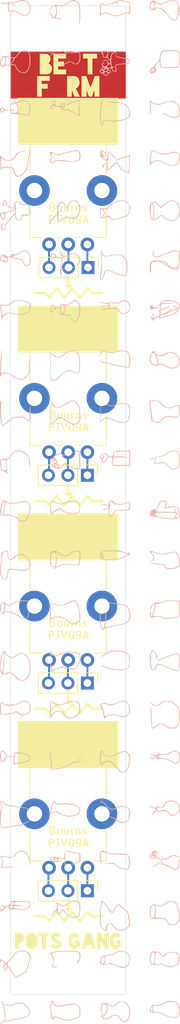
<source format=kicad_pcb>
(kicad_pcb (version 20171130) (host pcbnew "(5.1.5-0-10_14)")

  (general
    (thickness 1.6)
    (drawings 13)
    (tracks 20)
    (zones 0)
    (modules 18)
    (nets 13)
  )

  (page A4)
  (layers
    (0 F.Cu signal)
    (31 B.Cu signal)
    (32 B.Adhes user)
    (33 F.Adhes user)
    (34 B.Paste user)
    (35 F.Paste user)
    (36 B.SilkS user)
    (37 F.SilkS user)
    (38 B.Mask user)
    (39 F.Mask user)
    (40 Dwgs.User user)
    (41 Cmts.User user)
    (42 Eco1.User user)
    (43 Eco2.User user)
    (44 Edge.Cuts user)
    (45 Margin user)
    (46 B.CrtYd user)
    (47 F.CrtYd user)
    (48 B.Fab user)
    (49 F.Fab user)
  )

  (setup
    (last_trace_width 0.25)
    (trace_clearance 0.2)
    (zone_clearance 0.508)
    (zone_45_only no)
    (trace_min 0.2)
    (via_size 0.8)
    (via_drill 0.4)
    (via_min_size 0.4)
    (via_min_drill 0.3)
    (uvia_size 0.3)
    (uvia_drill 0.1)
    (uvias_allowed no)
    (uvia_min_size 0.2)
    (uvia_min_drill 0.1)
    (edge_width 0.05)
    (segment_width 0.2)
    (pcb_text_width 0.3)
    (pcb_text_size 1.5 1.5)
    (mod_edge_width 0.12)
    (mod_text_size 1 1)
    (mod_text_width 0.15)
    (pad_size 1.524 1.524)
    (pad_drill 0.762)
    (pad_to_mask_clearance 0.051)
    (solder_mask_min_width 0.25)
    (aux_axis_origin 109 52)
    (visible_elements FFFFFF7F)
    (pcbplotparams
      (layerselection 0x01000_fffffffe)
      (usegerberextensions false)
      (usegerberattributes false)
      (usegerberadvancedattributes false)
      (creategerberjobfile false)
      (excludeedgelayer true)
      (linewidth 0.100000)
      (plotframeref false)
      (viasonmask false)
      (mode 1)
      (useauxorigin true)
      (hpglpennumber 1)
      (hpglpenspeed 20)
      (hpglpendiameter 15.000000)
      (psnegative false)
      (psa4output false)
      (plotreference true)
      (plotvalue true)
      (plotinvisibletext false)
      (padsonsilk false)
      (subtractmaskfromsilk false)
      (outputformat 1)
      (mirror false)
      (drillshape 0)
      (scaleselection 1)
      (outputdirectory "plot/"))
  )

  (net 0 "")
  (net 1 "Net-(J1-Pad1)")
  (net 2 "Net-(J1-Pad2)")
  (net 3 "Net-(J1-Pad3)")
  (net 4 "Net-(J2-Pad3)")
  (net 5 "Net-(J2-Pad2)")
  (net 6 "Net-(J2-Pad1)")
  (net 7 "Net-(J3-Pad1)")
  (net 8 "Net-(J3-Pad2)")
  (net 9 "Net-(J3-Pad3)")
  (net 10 "Net-(J4-Pad3)")
  (net 11 "Net-(J4-Pad2)")
  (net 12 "Net-(J4-Pad1)")

  (net_class Default "This is the default net class."
    (clearance 0.2)
    (trace_width 0.25)
    (via_dia 0.8)
    (via_drill 0.4)
    (uvia_dia 0.3)
    (uvia_drill 0.1)
    (add_net "Net-(J1-Pad1)")
    (add_net "Net-(J1-Pad2)")
    (add_net "Net-(J1-Pad3)")
    (add_net "Net-(J2-Pad1)")
    (add_net "Net-(J2-Pad2)")
    (add_net "Net-(J2-Pad3)")
    (add_net "Net-(J3-Pad1)")
    (add_net "Net-(J3-Pad2)")
    (add_net "Net-(J3-Pad3)")
    (add_net "Net-(J4-Pad1)")
    (add_net "Net-(J4-Pad2)")
    (add_net "Net-(J4-Pad3)")
  )

  (module "chillpizza:graphic pots bg" (layer B.Cu) (tedit 0) (tstamp 606E616B)
    (at 119 118 270)
    (fp_text reference G*** (at 0 0 270) (layer B.SilkS) hide
      (effects (font (size 1.524 1.524) (thickness 0.3)) (justify mirror))
    )
    (fp_text value LOGO (at 0.75 0 270) (layer B.SilkS) hide
      (effects (font (size 1.524 1.524) (thickness 0.3)) (justify mirror))
    )
    (fp_poly (pts (xy -57.624134 -8.551333) (xy -57.631107 -8.581533) (xy -57.658 -8.5852) (xy -57.699815 -8.566613)
      (xy -57.691867 -8.551333) (xy -57.631579 -8.545253) (xy -57.624134 -8.551333)) (layer B.SilkS) (width 0.01))
    (fp_poly (pts (xy 66.321125 11.31812) (xy 66.318752 11.25975) (xy 66.277016 11.20256) (xy 66.200757 11.119299)
      (xy 66.090083 10.990626) (xy 66.010849 10.89534) (xy 65.90443 10.770556) (xy 65.820681 10.703331)
      (xy 65.721674 10.676957) (xy 65.56948 10.674729) (xy 65.51318 10.67613) (xy 65.310573 10.683496)
      (xy 65.120272 10.693805) (xy 65.024 10.701199) (xy 64.574492 10.755089) (xy 64.174334 10.825113)
      (xy 63.837865 10.907953) (xy 63.579427 11.000289) (xy 63.4619 11.062641) (xy 63.364266 11.141613)
      (xy 63.3548 11.181815) (xy 63.423537 11.170811) (xy 63.5127 11.126067) (xy 63.653793 11.054243)
      (xy 63.822597 10.992059) (xy 64.031729 10.937036) (xy 64.293804 10.886696) (xy 64.621441 10.838559)
      (xy 65.027255 10.790146) (xy 65.441622 10.747073) (xy 65.568575 10.735278) (xy 65.663145 10.737291)
      (xy 65.743739 10.764808) (xy 65.828767 10.829525) (xy 65.936636 10.943139) (xy 66.085756 11.117346)
      (xy 66.156674 11.2014) (xy 66.245754 11.289363) (xy 66.310429 11.32222) (xy 66.321125 11.31812)) (layer B.SilkS) (width 0.01))
    (fp_poly (pts (xy -37.159521 11.224611) (xy -37.032556 11.175672) (xy -36.899738 11.094133) (xy -36.840551 11.011411)
      (xy -36.83 10.931128) (xy -36.850737 10.804509) (xy -36.890961 10.72896) (xy -36.967436 10.686167)
      (xy -37.061225 10.667291) (xy -37.126707 10.678749) (xy -37.1348 10.694658) (xy -37.093234 10.730142)
      (xy -37.0078 10.7696) (xy -36.903132 10.840289) (xy -36.895352 10.930477) (xy -36.983485 11.032359)
      (xy -37.0459 11.074957) (xy -37.23398 11.152658) (xy -37.42561 11.172121) (xy -37.58179 11.129883)
      (xy -37.592 11.123457) (xy -37.637638 11.076506) (xy -37.603812 11.024687) (xy -37.569591 10.997235)
      (xy -37.502726 10.941134) (xy -37.521664 10.923421) (xy -37.583885 10.922) (xy -37.685779 10.95269)
      (xy -37.726278 10.998847) (xy -37.724946 11.105169) (xy -37.645747 11.186477) (xy -37.510539 11.237201)
      (xy -37.341178 11.251769) (xy -37.159521 11.224611)) (layer B.SilkS) (width 0.01))
    (fp_poly (pts (xy -40.196276 11.013745) (xy -40.110755 10.992765) (xy -40.046368 10.921421) (xy -40.025262 10.802539)
      (xy -40.045284 10.678984) (xy -40.104279 10.593621) (xy -40.131429 10.581269) (xy -40.200832 10.542364)
      (xy -40.204631 10.509825) (xy -40.214348 10.47354) (xy -40.312351 10.480108) (xy -40.452748 10.516442)
      (xy -40.626565 10.59813) (xy -40.725709 10.706886) (xy -40.73023 10.738845) (xy -40.635947 10.738845)
      (xy -40.62163 10.6934) (xy -40.555855 10.644954) (xy -40.430741 10.619808) (xy -40.286417 10.620564)
      (xy -40.163013 10.649821) (xy -40.139702 10.662166) (xy -40.090473 10.742598) (xy -40.089359 10.801088)
      (xy -40.124843 10.863538) (xy -40.217253 10.897845) (xy -40.348876 10.912105) (xy -40.531375 10.903353)
      (xy -40.626114 10.846362) (xy -40.635947 10.738845) (xy -40.73023 10.738845) (xy -40.742576 10.826114)
      (xy -40.669562 10.939215) (xy -40.6527 10.952885) (xy -40.534607 10.999618) (xy -40.366161 11.021105)
      (xy -40.196276 11.013745)) (layer B.SilkS) (width 0.01))
    (fp_poly (pts (xy -52.347497 11.348414) (xy -52.21579 11.271812) (xy -52.133077 11.173033) (xy -52.1208 11.121861)
      (xy -52.158037 10.995596) (xy -52.247377 10.899578) (xy -52.332782 10.8712) (xy -52.392851 10.8632)
      (xy -52.420031 10.822932) (xy -52.420779 10.726003) (xy -52.406751 10.5918) (xy -52.395022 10.418127)
      (xy -52.408659 10.325008) (xy -52.425157 10.3124) (xy -52.454327 10.358101) (xy -52.472887 10.475005)
      (xy -52.4764 10.567658) (xy -52.482497 10.723756) (xy -52.509578 10.809936) (xy -52.570825 10.857582)
      (xy -52.604025 10.871438) (xy -52.722816 10.954615) (xy -52.789885 11.047774) (xy -52.804948 11.16086)
      (xy -52.7212 11.16086) (xy -52.704633 11.033005) (xy -52.607392 10.952728) (xy -52.443635 10.931149)
      (xy -52.429949 10.932132) (xy -52.30818 10.951463) (xy -52.257602 11.000033) (xy -52.2478 11.0998)
      (xy -52.254461 11.193616) (xy -52.292849 11.237981) (xy -52.390579 11.25136) (xy -52.475705 11.2522)
      (xy -52.625174 11.242838) (xy -52.69954 11.208478) (xy -52.7212 11.16086) (xy -52.804948 11.16086)
      (xy -52.808334 11.186273) (xy -52.741231 11.298407) (xy -52.604242 11.366635) (xy -52.493927 11.3792)
      (xy -52.347497 11.348414)) (layer B.SilkS) (width 0.01))
    (fp_poly (pts (xy 51.568141 11.322515) (xy 51.678299 11.29804) (xy 51.713766 11.2649) (xy 51.6801 11.200123)
      (xy 51.591653 11.08679) (xy 51.466266 10.947399) (xy 51.441853 10.922) (xy 51.251718 10.708313)
      (xy 51.107851 10.510362) (xy 51.022172 10.346135) (xy 51.0032 10.260087) (xy 51.046736 10.225376)
      (xy 51.1556 10.2362) (xy 51.270939 10.245863) (xy 51.308 10.214837) (xy 51.348667 10.16524)
      (xy 51.378764 10.16) (xy 51.458286 10.1203) (xy 51.484669 10.023021) (xy 51.451316 9.900898)
      (xy 51.436152 9.87523) (xy 51.380506 9.720763) (xy 51.361699 9.506977) (xy 51.379777 9.269257)
      (xy 51.434792 9.04299) (xy 51.435 9.0424) (xy 51.496974 8.732444) (xy 51.487311 8.388237)
      (xy 51.411212 8.041997) (xy 51.27388 7.725942) (xy 51.205001 7.618036) (xy 51.133032 7.531295)
      (xy 51.053294 7.486398) (xy 50.930569 7.470026) (xy 50.80924 7.468378) (xy 50.637514 7.476406)
      (xy 50.501805 7.496244) (xy 50.449255 7.514324) (xy 50.399272 7.593219) (xy 50.358685 7.740518)
      (xy 50.332004 7.923142) (xy 50.326868 8.038025) (xy 50.409017 8.038025) (xy 50.409182 7.87205)
      (xy 50.41692 7.76162) (xy 50.433373 7.69141) (xy 50.459682 7.646095) (xy 50.496991 7.610354)
      (xy 50.500665 7.6073) (xy 50.66542 7.529562) (xy 50.858873 7.520665) (xy 51.039277 7.578116)
      (xy 51.124977 7.644566) (xy 51.1953 7.755744) (xy 51.274719 7.933613) (xy 51.351886 8.14534)
      (xy 51.415451 8.358095) (xy 51.454065 8.539046) (xy 51.46056 8.615348) (xy 51.44434 8.719566)
      (xy 51.402529 8.879535) (xy 51.3588 9.017) (xy 51.30297 9.206967) (xy 51.266067 9.385616)
      (xy 51.2572 9.479511) (xy 51.251344 9.591459) (xy 51.214352 9.623638) (xy 51.117084 9.597859)
      (xy 51.1048 9.593588) (xy 50.9524 9.540461) (xy 50.948829 8.999331) (xy 50.943673 8.754398)
      (xy 50.932277 8.601935) (xy 50.915011 8.545378) (xy 50.9016 8.5598) (xy 50.880678 8.656907)
      (xy 50.864226 8.823641) (xy 50.855143 9.028039) (xy 50.85437 9.0805) (xy 50.8508 9.4996)
      (xy 50.4604 9.4996) (xy 50.426837 8.5979) (xy 50.415283 8.274867) (xy 50.409017 8.038025)
      (xy 50.326868 8.038025) (xy 50.323738 8.108012) (xy 50.338399 8.26205) (xy 50.344161 8.285149)
      (xy 50.357999 8.396224) (xy 50.362587 8.585038) (xy 50.35794 8.828151) (xy 50.344073 9.102126)
      (xy 50.343643 9.108644) (xy 50.325546 9.398693) (xy 50.32045 9.607) (xy 50.32639 9.666658)
      (xy 50.432913 9.666658) (xy 50.513383 9.593378) (xy 50.673098 9.565999) (xy 50.7238 9.568101)
      (xy 50.788055 9.590756) (xy 50.822953 9.663126) (xy 50.840464 9.810672) (xy 50.840883 9.8171)
      (xy 50.843309 9.883521) (xy 50.9524 9.883521) (xy 50.966426 9.723272) (xy 51.012294 9.657244)
      (xy 51.095686 9.681481) (xy 51.164299 9.736074) (xy 51.23752 9.840646) (xy 51.2572 9.919309)
      (xy 51.280905 9.990977) (xy 51.337644 9.987601) (xy 51.397171 9.986412) (xy 51.397196 10.020266)
      (xy 51.338012 10.063154) (xy 51.215044 10.093924) (xy 51.164351 10.099421) (xy 50.9524 10.115042)
      (xy 50.9524 9.883521) (xy 50.843309 9.883521) (xy 50.846535 9.971838) (xy 50.828191 10.041667)
      (xy 50.771894 10.042784) (xy 50.68236 10.001073) (xy 50.515862 9.886588) (xy 50.433226 9.769755)
      (xy 50.432913 9.666658) (xy 50.32639 9.666658) (xy 50.335009 9.753221) (xy 50.375874 9.857014)
      (xy 50.4497 9.938039) (xy 50.563137 10.015952) (xy 50.672685 10.080931) (xy 50.836384 10.204679)
      (xy 50.950347 10.369416) (xy 50.990999 10.458514) (xy 51.04953 10.606425) (xy 51.068658 10.692427)
      (xy 51.04965 10.747716) (xy 51.004607 10.793727) (xy 50.921703 10.918074) (xy 50.874295 11.081807)
      (xy 50.874965 11.1252) (xy 50.9524 11.1252) (xy 50.992909 10.963662) (xy 51.062076 10.863124)
      (xy 51.171753 10.753447) (xy 51.362495 10.977134) (xy 51.474565 11.124344) (xy 51.508701 11.21281)
      (xy 51.494118 11.238433) (xy 51.410779 11.261043) (xy 51.268117 11.274884) (xy 51.1937 11.276823)
      (xy 51.048184 11.273493) (xy 50.977375 11.251013) (xy 50.954405 11.192499) (xy 50.9524 11.1252)
      (xy 50.874965 11.1252) (xy 50.876606 11.231357) (xy 50.883016 11.251645) (xy 50.94296 11.290069)
      (xy 51.069942 11.316823) (xy 51.235465 11.331451) (xy 51.411031 11.3335) (xy 51.568141 11.322515)) (layer B.SilkS) (width 0.01))
    (fp_poly (pts (xy 44.643249 11.271859) (xy 44.662887 11.25948) (xy 44.786943 11.198813) (xy 44.952116 11.139939)
      (xy 45.001317 11.125972) (xy 45.138475 11.098406) (xy 45.266991 11.09923) (xy 45.425547 11.13163)
      (xy 45.568003 11.172637) (xy 45.746011 11.224704) (xy 45.886979 11.262262) (xy 45.961723 11.277559)
      (xy 45.963263 11.2776) (xy 46.015922 11.231146) (xy 46.038341 11.100335) (xy 46.029911 10.897991)
      (xy 45.992987 10.652306) (xy 45.95533 10.413637) (xy 45.927665 10.161443) (xy 45.917159 9.9822)
      (xy 45.910998 9.6774) (xy 45.859218 9.892651) (xy 45.83634 10.045143) (xy 45.841573 10.221423)
      (xy 45.876513 10.45365) (xy 45.890758 10.527651) (xy 45.941799 10.803433) (xy 45.967025 10.993477)
      (xy 45.966814 11.110212) (xy 45.941545 11.166064) (xy 45.9105 11.175612) (xy 45.831856 11.161378)
      (xy 45.688293 11.124546) (xy 45.521276 11.076179) (xy 45.342864 11.024638) (xy 45.221248 11.00355)
      (xy 45.116456 11.01241) (xy 44.988516 11.050711) (xy 44.937076 11.068777) (xy 44.774991 11.127483)
      (xy 44.643832 11.177155) (xy 44.596861 11.196296) (xy 44.550024 11.205823) (xy 44.534307 11.164777)
      (xy 44.545692 11.052645) (xy 44.556111 10.988187) (xy 44.593307 10.797544) (xy 44.636892 10.615086)
      (xy 44.650549 10.566736) (xy 44.686069 10.366216) (xy 44.696367 10.115007) (xy 44.680915 9.860975)
      (xy 44.659751 9.730282) (xy 44.60582 9.614442) (xy 44.484091 9.488571) (xy 44.328707 9.37043)
      (xy 44.110512 9.198118) (xy 43.973476 9.033985) (xy 43.902896 8.852548) (xy 43.884066 8.628329)
      (xy 43.884505 8.600699) (xy 43.937391 8.306283) (xy 44.081018 8.05665) (xy 44.314745 7.852177)
      (xy 44.637931 7.693244) (xy 45.049933 7.580231) (xy 45.550109 7.513516) (xy 45.7454 7.501197)
      (xy 45.82722 7.494988) (xy 45.814116 7.489247) (xy 45.712764 7.484683) (xy 45.5676 7.482309)
      (xy 45.33118 7.485073) (xy 45.110884 7.496298) (xy 44.941985 7.513868) (xy 44.89471 7.522666)
      (xy 44.747015 7.570112) (xy 44.556128 7.647912) (xy 44.397082 7.722669) (xy 44.11153 7.911793)
      (xy 43.914045 8.144313) (xy 43.807979 8.415389) (xy 43.7896 8.600169) (xy 43.81636 8.855608)
      (xy 43.905235 9.070635) (xy 44.069119 9.267259) (xy 44.281187 9.43936) (xy 44.6024 9.670435)
      (xy 44.610402 9.978718) (xy 44.614538 10.137033) (xy 44.614893 10.251083) (xy 44.608179 10.349411)
      (xy 44.59111 10.46056) (xy 44.560398 10.61307) (xy 44.512757 10.835486) (xy 44.510547 10.8458)
      (xy 44.463993 11.088058) (xy 44.450554 11.24247) (xy 44.473661 11.318359) (xy 44.536749 11.325047)
      (xy 44.643249 11.271859)) (layer B.SilkS) (width 0.01))
    (fp_poly (pts (xy -6.403653 11.355927) (xy -6.176073 11.332798) (xy -5.972593 11.30058) (xy -5.824744 11.264732)
      (xy -5.784436 11.248703) (xy -5.636487 11.140273) (xy -5.528071 11.002123) (xy -5.4864 10.869843)
      (xy -5.46047 10.784258) (xy -5.393802 10.649961) (xy -5.334 10.549182) (xy -5.238921 10.395809)
      (xy -5.193177 10.308867) (xy -5.189596 10.270351) (xy -5.2197 10.262229) (xy -5.268487 10.301389)
      (xy -5.344704 10.398667) (xy -5.373088 10.440823) (xy -5.488375 10.618788) (xy -5.647614 10.536443)
      (xy -5.745924 10.497891) (xy -5.872229 10.476124) (xy -6.049778 10.46915) (xy -6.30182 10.474981)
      (xy -6.345127 10.476738) (xy -6.576242 10.489478) (xy -6.774821 10.505983) (xy -6.915463 10.523826)
      (xy -6.966496 10.536097) (xy -7.026626 10.539394) (xy -7.069271 10.471791) (xy -7.095208 10.379108)
      (xy -7.145743 10.243709) (xy -7.24053 10.131896) (xy -7.386877 10.024001) (xy -7.608849 9.863137)
      (xy -7.81088 9.689211) (xy -7.96797 9.525186) (xy -8.040742 9.4234) (xy -8.078879 9.316142)
      (xy -8.114615 9.152268) (xy -8.130862 9.0424) (xy -8.143618 8.865646) (xy -8.125125 8.724867)
      (xy -8.065839 8.570365) (xy -8.023551 8.4836) (xy -7.910627 8.293146) (xy -7.760986 8.083787)
      (xy -7.637161 7.935067) (xy -7.3914 7.665933) (xy -6.7818 7.593949) (xy -6.518406 7.563578)
      (xy -6.268625 7.536067) (xy -6.06288 7.514693) (xy -5.9436 7.503658) (xy -5.890129 7.495742)
      (xy -5.92858 7.489023) (xy -6.049273 7.484382) (xy -6.1722 7.482868) (xy -6.442972 7.488853)
      (xy -6.73577 7.506943) (xy -6.992779 7.533422) (xy -7.021967 7.537493) (xy -7.226454 7.570897)
      (xy -7.366567 7.610342) (xy -7.478889 7.673285) (xy -7.600003 7.777182) (xy -7.673918 7.8486)
      (xy -7.837314 8.032354) (xy -7.994022 8.247326) (xy -8.086788 8.403824) (xy -8.173427 8.5896)
      (xy -8.216059 8.739831) (xy -8.225408 8.904572) (xy -8.219896 9.025079) (xy -8.17308 9.299906)
      (xy -8.062884 9.537163) (xy -7.877477 9.754477) (xy -7.605031 9.969477) (xy -7.570276 9.993048)
      (xy -7.407268 10.108258) (xy -7.276736 10.21157) (xy -7.203229 10.28333) (xy -7.198188 10.290946)
      (xy -7.175243 10.37611) (xy -7.153153 10.532803) (xy -7.135895 10.731) (xy -7.13272 10.785056)
      (xy -7.130251 10.816069) (xy -7.000868 10.816069) (xy -6.984732 10.69487) (xy -6.967213 10.655293)
      (xy -6.858276 10.598741) (xy -6.678152 10.557833) (xy -6.454432 10.533248) (xy -6.214706 10.525668)
      (xy -5.986565 10.535774) (xy -5.7976 10.564245) (xy -5.675401 10.611763) (xy -5.661915 10.623093)
      (xy -5.613027 10.6913) (xy -5.608291 10.778059) (xy -5.641346 10.910465) (xy -5.71083 11.06208)
      (xy -5.822986 11.167464) (xy -5.992138 11.232335) (xy -6.232606 11.262409) (xy -6.5278 11.264295)
      (xy -6.985 11.2522) (xy -7.000607 10.978247) (xy -7.000868 10.816069) (xy -7.130251 10.816069)
      (xy -7.11301 11.032564) (xy -7.073684 11.202092) (xy -6.998468 11.306384) (xy -6.871087 11.358182)
      (xy -6.675268 11.37023) (xy -6.403653 11.355927)) (layer B.SilkS) (width 0.01))
    (fp_poly (pts (xy 63.855874 10.784797) (xy 63.855985 10.7823) (xy 63.861621 10.717261) (xy 63.876274 10.577705)
      (xy 63.897143 10.390024) (xy 63.904473 10.325864) (xy 63.926368 10.115242) (xy 63.930054 9.968402)
      (xy 63.910443 9.848376) (xy 63.862448 9.718197) (xy 63.802862 9.587596) (xy 63.690158 9.284601)
      (xy 63.625114 8.973675) (xy 63.611969 8.685657) (xy 63.649044 8.468368) (xy 63.745334 8.284899)
      (xy 63.907559 8.082564) (xy 64.109895 7.886117) (xy 64.326515 7.720308) (xy 64.531595 7.609891)
      (xy 64.553003 7.601957) (xy 64.709492 7.550551) (xy 64.812164 7.534441) (xy 64.902494 7.553685)
      (xy 65.010203 7.602593) (xy 65.085925 7.643103) (xy 65.145544 7.690912) (xy 65.197901 7.762538)
      (xy 65.251836 7.874501) (xy 65.316188 8.043321) (xy 65.399799 8.285518) (xy 65.44087 8.4074)
      (xy 65.526979 8.675791) (xy 65.599635 8.925515) (xy 65.652662 9.133544) (xy 65.679884 9.276853)
      (xy 65.68217 9.307133) (xy 65.694897 9.44482) (xy 65.72675 9.644009) (xy 65.771588 9.86779)
      (xy 65.786 9.9314) (xy 65.832715 10.148368) (xy 65.868098 10.34434) (xy 65.886334 10.485948)
      (xy 65.8876 10.51457) (xy 65.905928 10.632932) (xy 65.945962 10.698074) (xy 65.975446 10.677751)
      (xy 65.979532 10.572873) (xy 65.959881 10.396816) (xy 65.918152 10.162957) (xy 65.856005 9.88467)
      (xy 65.833987 9.795937) (xy 65.785689 9.581852) (xy 65.750493 9.380712) (xy 65.735344 9.232846)
      (xy 65.7352 9.222273) (xy 65.718299 9.089612) (xy 65.672653 8.891903) (xy 65.605846 8.652371)
      (xy 65.525463 8.394241) (xy 65.439089 8.140737) (xy 65.354309 7.915083) (xy 65.278707 7.740505)
      (xy 65.219867 7.640227) (xy 65.217763 7.637863) (xy 65.100976 7.552347) (xy 64.945919 7.485688)
      (xy 64.923285 7.479406) (xy 64.803476 7.458054) (xy 64.692861 7.467905) (xy 64.555632 7.516002)
      (xy 64.420043 7.578363) (xy 64.174458 7.730749) (xy 63.933042 7.939906) (xy 63.72482 8.176513)
      (xy 63.578817 8.411245) (xy 63.565083 8.442077) (xy 63.520831 8.651359) (xy 63.530014 8.919137)
      (xy 63.589269 9.219665) (xy 63.695235 9.527197) (xy 63.711768 9.565233) (xy 63.784702 9.734739)
      (xy 63.827269 9.864142) (xy 63.844261 9.988669) (xy 63.840464 10.143549) (xy 63.820669 10.364007)
      (xy 63.820538 10.365333) (xy 63.804848 10.565541) (xy 63.800496 10.720841) (xy 63.807728 10.808744)
      (xy 63.815569 10.8204) (xy 63.855874 10.784797)) (layer B.SilkS) (width 0.01))
    (fp_poly (pts (xy 58.271224 11.364693) (xy 58.318267 11.336498) (xy 58.3184 11.334388) (xy 58.273642 11.297086)
      (xy 58.163475 11.270608) (xy 58.138842 11.267967) (xy 57.959284 11.2522) (xy 58.176942 11.006337)
      (xy 58.3016 10.872518) (xy 58.389376 10.803791) (xy 58.466016 10.785246) (xy 58.538402 10.796973)
      (xy 58.650216 10.842996) (xy 58.706135 10.895835) (xy 58.76955 10.936284) (xy 58.889703 10.933943)
      (xy 59.036425 10.898653) (xy 59.17955 10.840256) (xy 59.28891 10.768594) (xy 59.334338 10.693508)
      (xy 59.3344 10.690866) (xy 59.292246 10.61592) (xy 59.188879 10.530003) (xy 59.058942 10.455821)
      (xy 58.937077 10.416082) (xy 58.912301 10.41419) (xy 58.850982 10.391466) (xy 58.852999 10.36126)
      (xy 58.907189 10.312934) (xy 59.02819 10.223657) (xy 59.197932 10.105328) (xy 59.398343 9.969846)
      (xy 59.611352 9.829109) (xy 59.818889 9.695017) (xy 60.002883 9.579469) (xy 60.145263 9.494363)
      (xy 60.227958 9.4516) (xy 60.238738 9.4488) (xy 60.300671 9.429821) (xy 60.31257 9.366298)
      (xy 60.27144 9.248352) (xy 60.174287 9.066106) (xy 60.070363 8.893402) (xy 59.939331 8.675419)
      (xy 59.818201 8.463051) (xy 59.724288 8.287162) (xy 59.68862 8.212914) (xy 59.590249 7.99053)
      (xy 58.787714 7.703665) (xy 58.424786 7.578426) (xy 58.137127 7.491617) (xy 57.907021 7.440726)
      (xy 57.716751 7.423241) (xy 57.548601 7.43665) (xy 57.384855 7.478442) (xy 57.331168 7.497151)
      (xy 57.180709 7.563728) (xy 57.060293 7.636222) (xy 57.042094 7.651107) (xy 56.938177 7.801007)
      (xy 56.85869 8.029934) (xy 56.809063 8.317106) (xy 56.796452 8.5598) (xy 56.8706 8.5598)
      (xy 56.896681 8.199041) (xy 56.97797 7.920966) (xy 57.119033 7.720178) (xy 57.324436 7.591282)
      (xy 57.598747 7.528882) (xy 57.749728 7.521018) (xy 57.900127 7.53145) (xy 58.087865 7.568248)
      (xy 58.329501 7.635669) (xy 58.641596 7.73797) (xy 58.77707 7.7851) (xy 59.065328 7.887845)
      (xy 59.272292 7.96619) (xy 59.413054 8.027871) (xy 59.502705 8.080623) (xy 59.556336 8.132181)
      (xy 59.589038 8.190281) (xy 59.594723 8.2042) (xy 59.645499 8.309764) (xy 59.736163 8.476427)
      (xy 59.852752 8.67914) (xy 59.951681 8.844489) (xy 60.070474 9.042306) (xy 60.16667 9.207735)
      (xy 60.229546 9.321982) (xy 60.2488 9.365189) (xy 60.206419 9.39251) (xy 60.154185 9.398)
      (xy 60.059919 9.42827) (xy 59.92954 9.504939) (xy 59.865886 9.551921) (xy 59.734576 9.648118)
      (xy 59.547868 9.774687) (xy 59.337764 9.910189) (xy 59.246494 9.966906) (xy 59.058613 10.087874)
      (xy 58.902597 10.199004) (xy 58.800187 10.284263) (xy 58.774059 10.31528) (xy 58.693955 10.381018)
      (xy 58.561904 10.421763) (xy 58.551382 10.42313) (xy 58.467267 10.42708) (xy 58.39332 10.408069)
      (xy 58.310981 10.353217) (xy 58.201691 10.249641) (xy 58.046891 10.084462) (xy 58.018011 10.052932)
      (xy 57.71312 9.753692) (xy 57.417512 9.5295) (xy 57.335775 9.480547) (xy 57.137212 9.355514)
      (xy 57.003465 9.227341) (xy 56.922487 9.072184) (xy 56.88223 8.866197) (xy 56.870648 8.585533)
      (xy 56.8706 8.5598) (xy 56.796452 8.5598) (xy 56.7944 8.599273) (xy 56.805954 8.888202)
      (xy 56.849915 9.103072) (xy 56.940231 9.269734) (xy 57.090849 9.414037) (xy 57.312821 9.560112)
      (xy 57.527495 9.708598) (xy 57.753195 9.899406) (xy 57.96769 10.110146) (xy 58.148751 10.318422)
      (xy 58.274148 10.501842) (xy 58.300257 10.554809) (xy 58.30424 10.567229) (xy 58.445912 10.567229)
      (xy 58.456949 10.523051) (xy 58.493201 10.5156) (xy 58.56287 10.527381) (xy 58.5724 10.538002)
      (xy 58.535175 10.58542) (xy 58.468194 10.586477) (xy 58.445912 10.567229) (xy 58.30424 10.567229)
      (xy 58.324836 10.63145) (xy 58.324062 10.637469) (xy 58.590993 10.637469) (xy 58.619224 10.596591)
      (xy 58.734794 10.53046) (xy 58.902567 10.522927) (xy 59.091806 10.573907) (xy 59.143304 10.59806)
      (xy 59.302764 10.68052) (xy 59.178882 10.743431) (xy 58.970286 10.826379) (xy 58.807586 10.833811)
      (xy 58.676503 10.771896) (xy 58.595084 10.697141) (xy 58.590993 10.637469) (xy 58.324062 10.637469)
      (xy 58.315865 10.701177) (xy 58.261987 10.788199) (xy 58.151843 10.916724) (xy 58.107655 10.965327)
      (xy 57.987933 11.106221) (xy 57.905034 11.223029) (xy 57.875068 11.292732) (xy 57.875746 11.296694)
      (xy 57.929864 11.334352) (xy 58.039099 11.360391) (xy 58.165527 11.371581) (xy 58.271224 11.364693)) (layer B.SilkS) (width 0.01))
    (fp_poly (pts (xy 39.224505 11.374429) (xy 39.534519 11.365268) (xy 39.657199 11.360942) (xy 40.043189 11.344219)
      (xy 40.338593 11.323888) (xy 40.554418 11.297567) (xy 40.701669 11.262873) (xy 40.791353 11.217425)
      (xy 40.834477 11.15884) (xy 40.842885 11.104346) (xy 40.835329 10.987731) (xy 40.81519 10.799109)
      (xy 40.785612 10.560523) (xy 40.749738 10.294013) (xy 40.710712 10.021625) (xy 40.671677 9.765398)
      (xy 40.635777 9.547377) (xy 40.606154 9.389603) (xy 40.588367 9.319612) (xy 40.560611 9.195804)
      (xy 40.542468 9.017426) (xy 40.5384 8.888672) (xy 40.528556 8.692579) (xy 40.49433 8.567854)
      (xy 40.442717 8.498279) (xy 40.361138 8.380716) (xy 40.314423 8.254785) (xy 40.270704 8.134417)
      (xy 40.187783 7.966917) (xy 40.086187 7.792779) (xy 39.890563 7.483387) (xy 39.57203 7.450094)
      (xy 39.295231 7.426779) (xy 39.081001 7.425037) (xy 38.892246 7.446695) (xy 38.692599 7.493377)
      (xy 38.549191 7.535174) (xy 38.453998 7.567434) (xy 38.433333 7.577734) (xy 38.278694 7.828239)
      (xy 38.179107 8.112956) (xy 38.1508 8.34129) (xy 38.140325 8.517879) (xy 38.112291 8.753936)
      (xy 38.071782 9.009886) (xy 38.050196 9.124227) (xy 37.998417 9.410555) (xy 37.949532 9.728486)
      (xy 37.912093 10.021087) (xy 37.904479 10.094303) (xy 37.881252 10.316383) (xy 37.855423 10.467613)
      (xy 37.815324 10.578341) (xy 37.749291 10.67891) (xy 37.645658 10.799668) (xy 37.624083 10.823697)
      (xy 37.505835 10.96486) (xy 37.421354 11.084113) (xy 37.388802 11.155797) (xy 37.3888 11.156095)
      (xy 37.359532 11.220094) (xy 37.338 11.2268) (xy 37.306897 11.2522) (xy 37.374955 11.2522)
      (xy 37.597777 10.978878) (xy 37.721542 10.825752) (xy 37.827387 10.692492) (xy 37.889438 10.611869)
      (xy 37.923313 10.522243) (xy 37.957614 10.35865) (xy 37.987205 10.148571) (xy 37.999744 10.021592)
      (xy 38.031365 9.733851) (xy 38.078916 9.406229) (xy 38.133613 9.097393) (xy 38.15014 9.017)
      (xy 38.198933 8.754198) (xy 38.228626 8.519254) (xy 38.235727 8.342368) (xy 38.232672 8.30307)
      (xy 38.22788 8.155013) (xy 38.266391 8.023488) (xy 38.355202 7.87127) (xy 38.468386 7.728622)
      (xy 38.600929 7.629957) (xy 38.772248 7.568805) (xy 39.001761 7.538696) (xy 39.308884 7.533159)
      (xy 39.36697 7.53413) (xy 39.846541 7.5438) (xy 40.015269 7.8232) (xy 40.11496 8.004525)
      (xy 40.197287 8.182837) (xy 40.234563 8.287183) (xy 40.287792 8.426541) (xy 40.352044 8.526383)
      (xy 40.360964 8.534703) (xy 40.414509 8.635576) (xy 40.436565 8.810221) (xy 40.4368 8.833056)
      (xy 40.4487 9.023374) (xy 40.478307 9.2057) (xy 40.488678 9.245936) (xy 40.536388 9.446627)
      (xy 40.588888 9.734723) (xy 40.64384 10.096279) (xy 40.690603 10.449913) (xy 40.718401 10.660874)
      (xy 40.746783 10.856541) (xy 40.768719 10.989499) (xy 40.781831 11.109865) (xy 40.74512 11.173256)
      (xy 40.642153 11.218438) (xy 40.528755 11.23965) (xy 40.33681 11.256464) (xy 40.087577 11.268757)
      (xy 39.802315 11.276405) (xy 39.502281 11.279284) (xy 39.208734 11.277271) (xy 38.942931 11.270242)
      (xy 38.726131 11.258073) (xy 38.579592 11.240641) (xy 38.541192 11.230654) (xy 38.386653 11.195007)
      (xy 38.186977 11.178826) (xy 37.981947 11.182147) (xy 37.811343 11.205006) (xy 37.738548 11.229932)
      (xy 37.608883 11.266257) (xy 37.506365 11.268032) (xy 37.374955 11.2522) (xy 37.306897 11.2522)
      (xy 37.289697 11.266246) (xy 37.2872 11.283891) (xy 37.303775 11.308431) (xy 37.362411 11.319211)
      (xy 37.47647 11.315564) (xy 37.659317 11.296823) (xy 37.924314 11.262318) (xy 38.03978 11.246276)
      (xy 38.307582 11.251712) (xy 38.493334 11.305011) (xy 38.589017 11.337075) (xy 38.692385 11.359204)
      (xy 38.821029 11.372242) (xy 38.992538 11.377035) (xy 39.224505 11.374429)) (layer B.SilkS) (width 0.01))
    (fp_poly (pts (xy 31.8308 11.359173) (xy 32.05838 11.298969) (xy 32.195423 11.197892) (xy 32.231688 11.128073)
      (xy 32.225363 10.997693) (xy 32.147012 10.86201) (xy 32.018726 10.753988) (xy 31.963423 10.727781)
      (xy 31.815634 10.681311) (xy 31.666174 10.64906) (xy 31.542205 10.634709) (xy 31.470888 10.641939)
      (xy 31.465865 10.66034) (xy 31.531208 10.69857) (xy 31.658305 10.734986) (xy 31.712166 10.745142)
      (xy 31.899655 10.800638) (xy 32.042366 10.889009) (xy 32.129744 10.994088) (xy 32.151237 11.09971)
      (xy 32.096292 11.189707) (xy 32.027141 11.227659) (xy 31.893774 11.257208) (xy 31.701349 11.275065)
      (xy 31.482326 11.281143) (xy 31.269165 11.275356) (xy 31.094326 11.257617) (xy 30.994762 11.23042)
      (xy 30.909942 11.146065) (xy 30.8864 11.06975) (xy 30.929164 10.957479) (xy 31.040134 10.83019)
      (xy 31.193322 10.710946) (xy 31.362741 10.622813) (xy 31.4071 10.607582) (xy 31.5976 10.550318)
      (xy 31.5976 9.542314) (xy 31.9405 9.573822) (xy 32.145564 9.594238) (xy 32.334308 9.615673)
      (xy 32.4485 9.630967) (xy 32.573095 9.633085) (xy 32.610771 9.592423) (xy 32.556484 9.515966)
      (xy 32.541106 9.502677) (xy 32.496223 9.41816) (xy 32.45833 9.2591) (xy 32.438284 9.102757)
      (xy 32.388373 8.638936) (xy 32.328096 8.266809) (xy 32.25429 7.976724) (xy 32.163789 7.75903)
      (xy 32.05343 7.604075) (xy 31.920048 7.50221) (xy 31.912127 7.498031) (xy 31.789109 7.45357)
      (xy 31.671117 7.471443) (xy 31.622003 7.490807) (xy 31.473711 7.574534) (xy 31.357001 7.695764)
      (xy 31.255856 7.876139) (xy 31.163829 8.109962) (xy 31.100444 8.314465) (xy 31.062348 8.512305)
      (xy 31.044017 8.741996) (xy 31.039871 8.974134) (xy 31.039768 9.023806) (xy 31.129659 9.023806)
      (xy 31.13937 8.665692) (xy 31.190391 8.329169) (xy 31.276917 8.032005) (xy 31.393147 7.791963)
      (xy 31.533276 7.626811) (xy 31.60038 7.582763) (xy 31.722341 7.529926) (xy 31.809399 7.528158)
      (xy 31.899947 7.567888) (xy 32.022085 7.68508) (xy 32.131332 7.893372) (xy 32.224848 8.182761)
      (xy 32.29979 8.543244) (xy 32.353318 8.964819) (xy 32.373518 9.234891) (xy 32.381834 9.408227)
      (xy 32.376132 9.501629) (xy 32.348224 9.536593) (xy 32.289922 9.534617) (xy 32.261385 9.529286)
      (xy 32.154513 9.514923) (xy 31.976358 9.497277) (xy 31.757052 9.479184) (xy 31.637659 9.470601)
      (xy 31.144318 9.437012) (xy 31.129659 9.023806) (xy 31.039768 9.023806) (xy 31.0388 9.490067)
      (xy 31.2928 9.525) (xy 31.5468 9.559934) (xy 31.546558 10.4394) (xy 31.260627 10.588811)
      (xy 31.056227 10.721535) (xy 30.897219 10.874971) (xy 30.802749 11.028005) (xy 30.784989 11.113247)
      (xy 30.832441 11.209807) (xy 30.964263 11.289984) (xy 31.163747 11.347663) (xy 31.414185 11.376729)
      (xy 31.511222 11.379011) (xy 31.8308 11.359173)) (layer B.SilkS) (width 0.01))
    (fp_poly (pts (xy 25.806189 11.360883) (xy 25.90465 11.347776) (xy 26.0858 11.303) (xy 26.100642 10.967926)
      (xy 26.100184 10.704729) (xy 26.079701 10.420786) (xy 26.043087 10.139555) (xy 25.994237 9.884492)
      (xy 25.937045 9.679056) (xy 25.875406 9.546704) (xy 25.861908 9.530012) (xy 25.786624 9.432902)
      (xy 25.765299 9.340518) (xy 25.802175 9.229234) (xy 25.901493 9.075423) (xy 25.957007 9.000218)
      (xy 26.069444 8.829471) (xy 26.156189 8.659252) (xy 26.192613 8.549879) (xy 26.193133 8.320867)
      (xy 26.126317 8.061026) (xy 26.003546 7.803765) (xy 25.879094 7.629674) (xy 25.774094 7.512768)
      (xy 25.689139 7.449796) (xy 25.586398 7.425042) (xy 25.428035 7.422786) (xy 25.383341 7.423719)
      (xy 25.192644 7.4307) (xy 25.025843 7.44155) (xy 24.9428 7.45064) (xy 24.748228 7.488451)
      (xy 24.620236 7.540445) (xy 24.524031 7.627617) (xy 24.432739 7.758431) (xy 24.338624 7.929802)
      (xy 24.291329 8.089303) (xy 24.292479 8.20776) (xy 24.379486 8.20776) (xy 24.422441 7.963606)
      (xy 24.4768 7.838625) (xy 24.561555 7.698869) (xy 24.646768 7.596185) (xy 24.675742 7.57347)
      (xy 24.764551 7.550154) (xy 24.926369 7.531874) (xy 25.132628 7.521384) (xy 25.230631 7.519945)
      (xy 25.696262 7.5184) (xy 25.845006 7.7089) (xy 26.023537 8.006924) (xy 26.105842 8.316732)
      (xy 26.1112 8.418321) (xy 26.101419 8.548252) (xy 26.06372 8.669065) (xy 25.985561 8.807589)
      (xy 25.854404 8.990654) (xy 25.826606 9.027255) (xy 25.709798 9.196992) (xy 25.663766 9.322603)
      (xy 25.68592 9.430249) (xy 25.773672 9.546091) (xy 25.775098 9.547621) (xy 25.832623 9.625061)
      (xy 25.878073 9.730736) (xy 25.917357 9.885366) (xy 25.956379 10.109669) (xy 25.978654 10.2616)
      (xy 26.024175 10.60452) (xy 26.050444 10.859938) (xy 26.057478 11.040106) (xy 26.045293 11.157279)
      (xy 26.013908 11.223709) (xy 25.980045 11.246765) (xy 25.896977 11.260308) (xy 25.744053 11.269787)
      (xy 25.543595 11.275333) (xy 25.317921 11.277077) (xy 25.089353 11.275151) (xy 24.88021 11.269684)
      (xy 24.712813 11.260809) (xy 24.609481 11.248656) (xy 24.5872 11.238593) (xy 24.613517 11.176249)
      (xy 24.679853 11.064763) (xy 24.715315 11.011047) (xy 24.840917 10.745867) (xy 24.916911 10.394079)
      (xy 24.942795 9.95802) (xy 24.9428 9.951772) (xy 24.908593 9.593953) (xy 24.801565 9.231187)
      (xy 24.615105 8.84272) (xy 24.557954 8.743615) (xy 24.424123 8.461814) (xy 24.379486 8.20776)
      (xy 24.292479 8.20776) (xy 24.292964 8.257646) (xy 24.34564 8.455542) (xy 24.451466 8.703703)
      (xy 24.5491 8.900493) (xy 24.8158 9.421093) (xy 24.8158 10.061044) (xy 24.814671 10.328956)
      (xy 24.808831 10.517686) (xy 24.794602 10.649649) (xy 24.768303 10.747257) (xy 24.726255 10.832923)
      (xy 24.6761 10.912008) (xy 24.578354 11.068111) (xy 24.532424 11.178637) (xy 24.547819 11.252878)
      (xy 24.634048 11.300125) (xy 24.80062 11.329669) (xy 25.057045 11.350803) (xy 25.12995 11.355464)
      (xy 25.384617 11.366591) (xy 25.619597 11.368303) (xy 25.806189 11.360883)) (layer B.SilkS) (width 0.01))
    (fp_poly (pts (xy 20.223322 11.365818) (xy 20.388155 11.328458) (xy 20.582149 11.260883) (xy 20.647284 11.233324)
      (xy 20.785755 11.165821) (xy 20.853706 11.103248) (xy 20.875493 11.014188) (xy 20.87657 10.937557)
      (xy 20.856488 10.757485) (xy 20.810089 10.567252) (xy 20.801135 10.541) (xy 20.753464 10.37519)
      (xy 20.728292 10.222497) (xy 20.727164 10.196412) (xy 20.766136 10.002992) (xy 20.874261 9.78051)
      (xy 21.035595 9.555411) (xy 21.234191 9.354137) (xy 21.235962 9.352631) (xy 21.449076 9.154773)
      (xy 21.586392 8.978278) (xy 21.662037 8.797224) (xy 21.690137 8.585685) (xy 21.69141 8.516839)
      (xy 21.664645 8.255877) (xy 21.576886 8.041198) (xy 21.417487 7.859939) (xy 21.175803 7.699236)
      (xy 20.912088 7.575169) (xy 20.620585 7.488264) (xy 20.269388 7.437276) (xy 19.894355 7.423588)
      (xy 19.531345 7.448583) (xy 19.2278 7.510155) (xy 19.003217 7.581786) (xy 18.836933 7.652416)
      (xy 18.688176 7.743559) (xy 18.51617 7.87673) (xy 18.48592 7.901598) (xy 18.258673 8.128432)
      (xy 18.126921 8.35846) (xy 18.0848 8.599631) (xy 18.102341 8.761847) (xy 18.161557 8.931529)
      (xy 18.272334 9.129888) (xy 18.444558 9.378138) (xy 18.452882 9.389429) (xy 18.572287 9.567703)
      (xy 18.634689 9.713392) (xy 18.655801 9.864869) (xy 18.656321 9.886228) (xy 18.640549 10.0408)
      (xy 18.579744 10.180079) (xy 18.461271 10.320295) (xy 18.272499 10.477677) (xy 18.099683 10.601301)
      (xy 17.923196 10.741062) (xy 17.883041 10.795) (xy 17.974598 10.795) (xy 18.302654 10.55438)
      (xy 18.539556 10.354215) (xy 18.685849 10.159585) (xy 18.742995 9.957243) (xy 18.712459 9.733942)
      (xy 18.5957 9.476438) (xy 18.447164 9.245382) (xy 18.324406 9.056114) (xy 18.224452 8.875288)
      (xy 18.16405 8.73411) (xy 18.155842 8.702573) (xy 18.163378 8.474646) (xy 18.266762 8.246934)
      (xy 18.460737 8.029646) (xy 18.533125 7.970086) (xy 18.772004 7.798464) (xy 18.990292 7.676606)
      (xy 19.21482 7.596278) (xy 19.472417 7.549244) (xy 19.789915 7.52727) (xy 19.9898 7.522989)
      (xy 20.269428 7.525804) (xy 20.485733 7.544677) (xy 20.676374 7.58451) (xy 20.828 7.63207)
      (xy 21.114354 7.761102) (xy 21.355365 7.943353) (xy 21.3995 7.985765) (xy 21.531961 8.124511)
      (xy 21.604803 8.230029) (xy 21.63529 8.335505) (xy 21.6408 8.449578) (xy 21.616589 8.685925)
      (xy 21.53542 8.893715) (xy 21.38449 9.096546) (xy 21.186 9.287748) (xy 20.967693 9.508122)
      (xy 20.792168 9.743264) (xy 20.673357 9.97089) (xy 20.625194 10.168716) (xy 20.6248 10.185343)
      (xy 20.644652 10.320355) (xy 20.693225 10.47875) (xy 20.701 10.498036) (xy 20.753663 10.679527)
      (xy 20.777122 10.870025) (xy 20.7772 10.879192) (xy 20.771525 11.004131) (xy 20.746504 11.048078)
      (xy 20.690142 11.031377) (xy 20.688101 11.030291) (xy 20.577895 10.996025) (xy 20.381208 10.960592)
      (xy 20.113122 10.925594) (xy 19.788718 10.892632) (xy 19.423078 10.863309) (xy 19.031283 10.839227)
      (xy 18.778999 10.827515) (xy 17.974598 10.795) (xy 17.883041 10.795) (xy 17.833882 10.861031)
      (xy 17.834408 10.96511) (xy 17.927443 11.057201) (xy 18.115657 11.141204) (xy 18.401717 11.221021)
      (xy 18.545402 11.252916) (xy 18.674921 11.272714) (xy 18.855349 11.290492) (xy 19.068311 11.305633)
      (xy 19.295432 11.317521) (xy 19.518338 11.325538) (xy 19.718652 11.329067) (xy 19.878001 11.327492)
      (xy 19.978008 11.320196) (xy 20.000299 11.306562) (xy 19.9898 11.301408) (xy 19.923013 11.291073)
      (xy 19.774734 11.275785) (xy 19.564845 11.257372) (xy 19.313227 11.237658) (xy 19.2278 11.23142)
      (xy 18.863597 11.197394) (xy 18.538076 11.151704) (xy 18.264747 11.097364) (xy 18.05712 11.03739)
      (xy 17.928704 10.974795) (xy 17.894004 10.933815) (xy 17.913055 10.899385) (xy 18.006362 10.879227)
      (xy 18.185883 10.871197) (xy 18.245666 10.870834) (xy 18.515008 10.875831) (xy 18.821317 10.890166)
      (xy 19.148263 10.91213) (xy 19.479519 10.940015) (xy 19.798754 10.972111) (xy 20.089638 11.006711)
      (xy 20.335844 11.042105) (xy 20.521041 11.076586) (xy 20.628901 11.108444) (xy 20.648371 11.122242)
      (xy 20.621166 11.157958) (xy 20.525597 11.201553) (xy 20.393251 11.242675) (xy 20.255714 11.270969)
      (xy 20.174406 11.277601) (xy 20.088275 11.300266) (xy 20.066 11.335047) (xy 20.108866 11.369252)
      (xy 20.223322 11.365818)) (layer B.SilkS) (width 0.01))
    (fp_poly (pts (xy 12.632015 11.36908) (xy 12.746178 11.347551) (xy 12.7762 11.328401) (xy 12.746357 11.301367)
      (xy 12.622767 11.284108) (xy 12.412902 11.277625) (xy 12.396566 11.2776) (xy 12.102595 11.261928)
      (xy 11.860703 11.217792) (xy 11.688115 11.149516) (xy 11.611652 11.080634) (xy 11.60628 10.996852)
      (xy 11.632638 10.92305) (xy 11.668994 10.874223) (xy 11.728785 10.843851) (xy 11.833548 10.827737)
      (xy 12.004822 10.821685) (xy 12.155687 10.821149) (xy 12.449726 10.829772) (xy 12.65605 10.858031)
      (xy 12.787516 10.911157) (xy 12.856984 10.994381) (xy 12.877311 11.112933) (xy 12.877308 11.114689)
      (xy 12.889456 11.237981) (xy 12.921496 11.274777) (xy 12.965337 11.218166) (xy 12.973964 11.197246)
      (xy 13.001836 11.024449) (xy 12.936155 10.889474) (xy 12.873513 10.83832) (xy 12.804696 10.787106)
      (xy 12.76864 10.729108) (xy 12.759067 10.636215) (xy 12.769702 10.480312) (xy 12.777003 10.405997)
      (xy 12.854249 10.003401) (xy 13.009713 9.57584) (xy 13.247574 9.112748) (xy 13.36698 8.914791)
      (xy 13.519034 8.65791) (xy 13.615787 8.456831) (xy 13.667105 8.289409) (xy 13.678346 8.215954)
      (xy 13.676224 8.020212) (xy 13.61849 7.869013) (xy 13.497058 7.758291) (xy 13.303842 7.683979)
      (xy 13.030757 7.642011) (xy 12.669716 7.628322) (xy 12.512404 7.629606) (xy 12.325095 7.634507)
      (xy 12.215821 7.640848) (xy 12.192311 7.647824) (xy 12.262292 7.654636) (xy 12.2682 7.654948)
      (xy 12.597083 7.678303) (xy 12.903068 7.711878) (xy 13.168037 7.752718) (xy 13.373872 7.797866)
      (xy 13.502453 7.844368) (xy 13.52545 7.860049) (xy 13.595722 7.9894) (xy 13.6144 8.158617)
      (xy 13.604369 8.275782) (xy 13.567822 8.399041) (xy 13.495075 8.550756) (xy 13.376446 8.75329)
      (xy 13.312415 8.856024) (xy 13.087112 9.2325) (xy 12.922586 9.555486) (xy 12.810562 9.846019)
      (xy 12.742765 10.125137) (xy 12.712982 10.380056) (xy 12.6979 10.578482) (xy 12.680807 10.694578)
      (xy 12.654746 10.747492) (xy 12.612759 10.756375) (xy 12.578932 10.749049) (xy 12.475639 10.734561)
      (xy 12.306692 10.723974) (xy 12.108025 10.719512) (xy 12.101268 10.719494) (xy 11.731137 10.718801)
      (xy 11.859968 10.529208) (xy 11.939791 10.387139) (xy 11.984989 10.258994) (xy 11.9888 10.225992)
      (xy 11.962072 10.131739) (xy 11.891079 9.98221) (xy 11.789608 9.805508) (xy 11.758195 9.755891)
      (xy 11.603249 9.506536) (xy 11.495165 9.298666) (xy 11.426144 9.103284) (xy 11.388387 8.891394)
      (xy 11.374093 8.633999) (xy 11.374976 8.3312) (xy 11.38055 8.064709) (xy 11.389293 7.880797)
      (xy 11.404404 7.760443) (xy 11.429081 7.684624) (xy 11.466521 7.634321) (xy 11.496498 7.60843)
      (xy 11.61099 7.5419) (xy 11.6967 7.51953) (xy 11.772122 7.49458) (xy 11.7856 7.4676)
      (xy 11.770411 7.426868) (xy 11.711199 7.4283) (xy 11.587492 7.474022) (xy 11.543913 7.492699)
      (xy 11.438317 7.553658) (xy 11.364065 7.6409) (xy 11.316073 7.771292) (xy 11.289256 7.961702)
      (xy 11.278531 8.229) (xy 11.2776 8.376258) (xy 11.2878 8.727762) (xy 11.324726 9.012809)
      (xy 11.397869 9.265068) (xy 11.516716 9.518208) (xy 11.672578 9.777701) (xy 11.778905 9.956635)
      (xy 11.85863 10.11597) (xy 11.897981 10.227394) (xy 11.8999 10.245053) (xy 11.869332 10.342056)
      (xy 11.789619 10.483032) (xy 11.69035 10.621289) (xy 11.58238 10.769286) (xy 11.506725 10.89666)
      (xy 11.4808 10.970581) (xy 11.526741 11.085985) (xy 11.648468 11.200008) (xy 11.821838 11.292931)
      (xy 11.9126 11.323248) (xy 12.07448 11.354156) (xy 12.267472 11.372211) (xy 12.462882 11.377243)
      (xy 12.632015 11.36908)) (layer B.SilkS) (width 0.01))
    (fp_poly (pts (xy 7.725856 11.361833) (xy 7.827125 11.347571) (xy 7.920848 11.324967) (xy 7.997614 11.301839)
      (xy 8.275635 11.184553) (xy 8.468464 11.036772) (xy 8.570205 10.863936) (xy 8.5852 10.760172)
      (xy 8.558267 10.626539) (xy 8.469963 10.524212) (xy 8.309025 10.446697) (xy 8.064191 10.387501)
      (xy 7.892499 10.36078) (xy 7.631789 10.325834) (xy 7.455013 10.297612) (xy 7.346022 10.265359)
      (xy 7.288665 10.218321) (xy 7.266791 10.145743) (xy 7.26425 10.03687) (xy 7.265311 9.943133)
      (xy 7.274047 9.744127) (xy 7.296518 9.490314) (xy 7.328467 9.226876) (xy 7.3406 9.144)
      (xy 7.389148 8.786419) (xy 7.410582 8.504691) (xy 7.404853 8.276741) (xy 7.371913 8.080493)
      (xy 7.338014 7.965676) (xy 7.223073 7.727793) (xy 7.059213 7.569007) (xy 6.8326 7.472753)
      (xy 6.662333 7.432735) (xy 6.531739 7.426951) (xy 6.390714 7.457696) (xy 6.269074 7.498586)
      (xy 6.073653 7.594491) (xy 5.857798 7.742046) (xy 5.647013 7.919075) (xy 5.466805 8.103403)
      (xy 5.342678 8.272853) (xy 5.316165 8.327105) (xy 5.244471 8.559157) (xy 5.230665 8.773146)
      (xy 5.279944 8.987406) (xy 5.3975 9.220275) (xy 5.588527 9.490087) (xy 5.6769 9.600547)
      (xy 5.811268 9.783957) (xy 5.878564 9.930746) (xy 5.8928 10.035775) (xy 5.875934 10.158484)
      (xy 5.815026 10.239935) (xy 5.694609 10.287618) (xy 5.499215 10.309026) (xy 5.321649 10.3124)
      (xy 5.068546 10.322232) (xy 4.902698 10.356954) (xy 4.813566 10.422669) (xy 4.8768 10.422669)
      (xy 5.2705 10.389898) (xy 5.539461 10.366288) (xy 5.723892 10.34406) (xy 5.840579 10.317009)
      (xy 5.906308 10.278925) (xy 5.937866 10.223603) (xy 5.952037 10.144833) (xy 5.952897 10.137544)
      (xy 5.952011 9.921814) (xy 5.886443 9.729055) (xy 5.744686 9.531197) (xy 5.672081 9.452585)
      (xy 5.542636 9.310188) (xy 5.436993 9.178793) (xy 5.387743 9.103769) (xy 5.335995 8.9222)
      (xy 5.32654 8.693822) (xy 5.358228 8.463669) (xy 5.407829 8.317971) (xy 5.517554 8.157728)
      (xy 5.693043 7.978735) (xy 5.907525 7.804201) (xy 6.134234 7.657335) (xy 6.223 7.611221)
      (xy 6.424158 7.550426) (xy 6.651566 7.534401) (xy 6.868539 7.561257) (xy 7.038394 7.629104)
      (xy 7.072271 7.654971) (xy 7.201937 7.822301) (xy 7.284109 8.052315) (xy 7.319699 8.352362)
      (xy 7.309621 8.729788) (xy 7.259383 9.161275) (xy 7.221985 9.433017) (xy 7.191329 9.69229)
      (xy 7.170553 9.909934) (xy 7.162801 10.056789) (xy 7.1628 10.058006) (xy 7.168296 10.207872)
      (xy 7.196637 10.289632) (xy 7.265606 10.336656) (xy 7.32278 10.358231) (xy 7.482485 10.395216)
      (xy 7.666803 10.413563) (xy 7.69456 10.414) (xy 7.889577 10.430854) (xy 8.100645 10.474988)
      (xy 8.294826 10.536757) (xy 8.439187 10.606519) (xy 8.486251 10.645796) (xy 8.530894 10.767314)
      (xy 8.482049 10.90058) (xy 8.345577 11.036059) (xy 8.185344 11.135429) (xy 8.06498 11.191665)
      (xy 7.938655 11.233275) (xy 7.792208 11.260974) (xy 7.611482 11.275476) (xy 7.382316 11.277495)
      (xy 7.090551 11.267747) (xy 6.722029 11.246946) (xy 6.4008 11.225497) (xy 5.965045 11.190973)
      (xy 5.626013 11.154205) (xy 5.378835 11.114306) (xy 5.218643 11.070391) (xy 5.140567 11.021576)
      (xy 5.1308 10.994599) (xy 5.098295 10.929403) (xy 5.0729 10.922) (xy 4.984179 10.876494)
      (xy 4.913562 10.76115) (xy 4.879292 10.60773) (xy 4.878415 10.583435) (xy 4.8768 10.422669)
      (xy 4.813566 10.422669) (xy 4.8112 10.424413) (xy 4.781146 10.532451) (xy 4.789651 10.635773)
      (xy 4.875843 10.876501) (xy 5.038867 11.063748) (xy 5.223926 11.165365) (xy 5.328312 11.188001)
      (xy 5.516607 11.214792) (xy 5.771299 11.243814) (xy 6.074879 11.273148) (xy 6.409837 11.300874)
      (xy 6.55939 11.31184) (xy 6.932791 11.337651) (xy 7.220511 11.355664) (xy 7.438177 11.365772)
      (xy 7.601416 11.367864) (xy 7.725856 11.361833)) (layer B.SilkS) (width 0.01))
    (fp_poly (pts (xy 0.06428 11.350299) (xy 0.123196 11.330436) (xy 0.170916 11.300653) (xy 0.202311 11.259743)
      (xy 0.219799 11.189352) (xy 0.225796 11.071125) (xy 0.222719 10.886707) (xy 0.213907 10.64161)
      (xy 0.189739 10.014265) (xy 0.348869 9.732303) (xy 0.433077 9.56625) (xy 0.490761 9.420284)
      (xy 0.508 9.339891) (xy 0.547469 9.238054) (xy 0.655512 9.100719) (xy 0.746429 9.01054)
      (xy 0.984859 8.791638) (xy 0.987729 8.44017) (xy 0.985283 8.247897) (xy 0.968617 8.126795)
      (xy 0.929569 8.046617) (xy 0.8636 7.980199) (xy 0.603603 7.805758) (xy 0.270257 7.654864)
      (xy -0.109152 7.537073) (xy -0.507343 7.461942) (xy -0.6604 7.446376) (xy -0.873721 7.435232)
      (xy -1.024569 7.444264) (xy -1.150987 7.478816) (xy -1.266149 7.531484) (xy -1.481953 7.692368)
      (xy -1.620159 7.906682) (xy -1.671689 8.140027) (xy -1.5748 8.140027) (xy -1.544955 7.934984)
      (xy -1.44608 7.767714) (xy -1.264165 7.6174) (xy -1.1938 7.573965) (xy -1.079944 7.544277)
      (xy -0.893859 7.534608) (xy -0.662509 7.542981) (xy -0.412856 7.567416) (xy -0.171863 7.605938)
      (xy 0.033509 7.65657) (xy 0.062551 7.666105) (xy 0.381457 7.79055) (xy 0.635675 7.920212)
      (xy 0.80881 8.046482) (xy 0.831736 8.069986) (xy 0.886421 8.152953) (xy 0.909851 8.263831)
      (xy 0.907807 8.435225) (xy 0.904715 8.481505) (xy 0.886393 8.659277) (xy 0.850525 8.775994)
      (xy 0.777621 8.872183) (xy 0.669879 8.969872) (xy 0.550964 9.088335) (xy 0.473774 9.197235)
      (xy 0.4572 9.248829) (xy 0.434246 9.339031) (xy 0.37366 9.487657) (xy 0.287854 9.664711)
      (xy 0.274927 9.689321) (xy 0.188998 9.856522) (xy 0.136448 9.985425) (xy 0.110293 10.110447)
      (xy 0.103549 10.266005) (xy 0.109231 10.486515) (xy 0.109827 10.50289) (xy 0.115861 10.70721)
      (xy 0.117846 10.86664) (xy 0.115646 10.958852) (xy 0.112697 10.97284) (xy 0.061099 10.957841)
      (xy -0.060003 10.918636) (xy -0.217503 10.866027) (xy -0.47212 10.800792) (xy -0.785943 10.752384)
      (xy -1.0287 10.73164) (xy -1.238949 10.717376) (xy -1.404892 10.701282) (xy -1.504778 10.685742)
      (xy -1.524 10.677314) (xy -1.494008 10.622708) (xy -1.450219 10.569073) (xy -1.3859 10.439257)
      (xy -1.343512 10.226075) (xy -1.32418 9.945613) (xy -1.32903 9.61395) (xy -1.358274 9.255231)
      (xy -1.391198 9.008709) (xy -1.430243 8.786172) (xy -1.470038 8.615176) (xy -1.498883 8.533853)
      (xy -1.545351 8.391973) (xy -1.57218 8.209338) (xy -1.5748 8.140027) (xy -1.671689 8.140027)
      (xy -1.675279 8.156282) (xy -1.641825 8.423024) (xy -1.581655 8.574524) (xy -1.529051 8.725676)
      (xy -1.479394 8.954596) (xy -1.437579 9.237469) (xy -1.428079 9.3218) (xy -1.398221 9.753126)
      (xy -1.409749 10.100028) (xy -1.46382 10.371375) (xy -1.561592 10.576042) (xy -1.597982 10.623828)
      (xy -1.705976 10.79728) (xy -1.71802 10.9392) (xy -1.613713 10.9392) (xy -1.61088 10.854764)
      (xy -1.5367 10.801673) (xy -1.431617 10.790839) (xy -1.255992 10.792206) (xy -1.039885 10.80376)
      (xy -0.813354 10.823488) (xy -0.60646 10.849375) (xy -0.477674 10.87263) (xy -0.3002 10.922545)
      (xy -0.099313 10.993465) (xy -0.027481 11.022709) (xy 0.111407 11.087203) (xy 0.170694 11.134341)
      (xy 0.166355 11.181231) (xy 0.146257 11.208802) (xy 0.097408 11.248228) (xy 0.018309 11.26895)
      (xy -0.113095 11.273115) (xy -0.318859 11.262867) (xy -0.371885 11.259206) (xy -0.666114 11.228513)
      (xy -0.961801 11.180695) (xy -1.230495 11.121664) (xy -1.443742 11.057332) (xy -1.535513 11.017439)
      (xy -1.613713 10.9392) (xy -1.71802 10.9392) (xy -1.71848 10.944609) (xy -1.635675 11.061741)
      (xy -1.576811 11.098761) (xy -1.396474 11.170803) (xy -1.158594 11.236194) (xy -0.886876 11.291702)
      (xy -0.605025 11.334097) (xy -0.336745 11.360148) (xy -0.105742 11.366626) (xy 0.06428 11.350299)) (layer B.SilkS) (width 0.01))
    (fp_poly (pts (xy -13.679097 11.383291) (xy -13.32467 11.370856) (xy -12.95492 11.351623) (xy -12.586985 11.326424)
      (xy -12.238 11.296094) (xy -11.925103 11.261466) (xy -11.665431 11.223374) (xy -11.5443 11.199652)
      (xy -11.465723 11.169372) (xy -11.430514 11.116618) (xy -11.443078 11.032171) (xy -11.507819 10.906812)
      (xy -11.629142 10.731322) (xy -11.81145 10.496483) (xy -11.97845 10.290948) (xy -12.177895 10.04584)
      (xy -12.321419 9.856808) (xy -12.418125 9.701861) (xy -12.477117 9.559007) (xy -12.507499 9.406256)
      (xy -12.518372 9.221616) (xy -12.518856 8.985475) (xy -12.515512 8.445949) (xy -12.283619 8.071075)
      (xy -12.141739 7.837902) (xy -12.053519 7.675788) (xy -12.017567 7.570396) (xy -12.032493 7.50739)
      (xy -12.096907 7.472435) (xy -12.209418 7.451196) (xy -12.22331 7.449267) (xy -12.38281 7.434405)
      (xy -12.597905 7.424062) (xy -12.849635 7.418051) (xy -13.119037 7.416183) (xy -13.38715 7.418272)
      (xy -13.635011 7.424127) (xy -13.843659 7.433563) (xy -13.994132 7.446389) (xy -14.067469 7.462419)
      (xy -14.0716 7.4676) (xy -14.02186 7.486486) (xy -13.876738 7.501289) (xy -13.642384 7.511693)
      (xy -13.324945 7.517381) (xy -13.085756 7.5184) (xy -12.099912 7.5184) (xy -12.12904 7.6327)
      (xy -12.170714 7.729272) (xy -12.253919 7.87897) (xy -12.3618 8.051774) (xy -12.378284 8.076658)
      (xy -12.5984 8.406316) (xy -12.5984 8.946754) (xy -12.588378 9.294863) (xy -12.558192 9.545068)
      (xy -12.523364 9.666779) (xy -12.461983 9.775302) (xy -12.350013 9.938726) (xy -12.203276 10.135065)
      (xy -12.037596 10.342332) (xy -12.034492 10.346083) (xy -11.811604 10.621595) (xy -11.655674 10.829768)
      (xy -11.56298 10.976251) (xy -11.529803 11.066694) (xy -11.538995 11.098729) (xy -11.619596 11.132091)
      (xy -11.782835 11.163455) (xy -12.01338 11.192251) (xy -12.295899 11.217912) (xy -12.61506 11.239866)
      (xy -12.955532 11.257547) (xy -13.301982 11.270384) (xy -13.63908 11.277809) (xy -13.951493 11.279252)
      (xy -14.223889 11.274145) (xy -14.440937 11.261919) (xy -14.587305 11.242004) (xy -14.647557 11.2141)
      (xy -14.670207 11.192507) (xy -14.67719 11.234065) (xy -14.63972 11.32246) (xy -14.600846 11.348365)
      (xy -14.479076 11.371464) (xy -14.273437 11.384429) (xy -14.001065 11.388093) (xy -13.679097 11.383291)) (layer B.SilkS) (width 0.01))
    (fp_poly (pts (xy -17.972869 11.370202) (xy -17.86149 11.345526) (xy -17.84286 11.308532) (xy -17.920273 11.262614)
      (xy -18.027483 11.228556) (xy -18.144867 11.190394) (xy -18.208021 11.136845) (xy -18.240632 11.036204)
      (xy -18.258083 10.919908) (xy -18.254235 10.615097) (xy -18.174185 10.291737) (xy -18.028168 9.984681)
      (xy -17.949423 9.868687) (xy -17.788793 9.627019) (xy -17.642492 9.355009) (xy -17.525176 9.084307)
      (xy -17.451497 8.846562) (xy -17.436783 8.76149) (xy -17.434575 8.506292) (xy -17.497597 8.283521)
      (xy -17.636055 8.07112) (xy -17.859873 7.847284) (xy -18.176615 7.5692) (xy -18.788607 7.5692)
      (xy -19.113724 7.564951) (xy -19.382465 7.549113) (xy -19.639817 7.517051) (xy -19.930765 7.46413)
      (xy -20.0533 7.438889) (xy -20.141292 7.437546) (xy -20.1676 7.462043) (xy -20.118894 7.497578)
      (xy -19.981119 7.533208) (xy -19.766789 7.567258) (xy -19.488421 7.59805) (xy -19.15853 7.623907)
      (xy -18.827437 7.641595) (xy -18.173073 7.669364) (xy -17.913037 7.909227) (xy -17.687971 8.14808)
      (xy -17.55357 8.371447) (xy -17.503401 8.593744) (xy -17.521022 8.787313) (xy -17.67077 9.245588)
      (xy -17.9151 9.667758) (xy -17.956033 9.722827) (xy -18.082504 9.916252) (xy -18.196007 10.136228)
      (xy -18.242457 10.25148) (xy -18.299501 10.471153) (xy -18.330994 10.706681) (xy -18.336242 10.929604)
      (xy -18.314552 11.111462) (xy -18.266143 11.2228) (xy -18.252491 11.245513) (xy -18.264887 11.262145)
      (xy -18.313372 11.272684) (xy -18.407992 11.277118) (xy -18.558789 11.275434) (xy -18.775807 11.267622)
      (xy -19.069088 11.253668) (xy -19.448678 11.23356) (xy -19.675843 11.221091) (xy -20.053116 11.200889)
      (xy -20.396432 11.18374) (xy -20.692992 11.170185) (xy -20.929998 11.160765) (xy -21.094651 11.156021)
      (xy -21.174152 11.156491) (xy -21.179367 11.157591) (xy -21.176354 11.200181) (xy -21.120752 11.209886)
      (xy -20.978959 11.223576) (xy -20.766263 11.24034) (xy -20.497955 11.259266) (xy -20.189326 11.279443)
      (xy -19.855664 11.299959) (xy -19.51226 11.319903) (xy -19.174404 11.338363) (xy -18.857386 11.354429)
      (xy -18.576496 11.367188) (xy -18.347023 11.375729) (xy -18.184259 11.379141) (xy -18.1737 11.379166)
      (xy -17.972869 11.370202)) (layer B.SilkS) (width 0.01))
    (fp_poly (pts (xy -26.658748 11.308289) (xy -26.380828 11.267523) (xy -26.297232 11.252192) (xy -26.067415 11.214451)
      (xy -25.839319 11.1872) (xy -25.66032 11.176036) (xy -25.65253 11.176001) (xy -25.503729 11.16804)
      (xy -25.402391 11.147792) (xy -25.379998 11.133934) (xy -25.404773 11.086107) (xy -25.495258 11.00363)
      (xy -25.61221 10.918034) (xy -25.843102 10.720775) (xy -26.001386 10.5077) (xy -26.132352 10.271199)
      (xy -25.994776 9.784152) (xy -25.879916 9.234332) (xy -25.857656 8.723697) (xy -25.928129 8.249333)
      (xy -26.084195 7.8232) (xy -26.180472 7.660855) (xy -26.297932 7.549866) (xy -26.457776 7.479961)
      (xy -26.681205 7.440867) (xy -26.904917 7.425513) (xy -27.126701 7.417658) (xy -27.268797 7.419931)
      (xy -27.352899 7.435808) (xy -27.4007 7.468768) (xy -27.427085 7.509216) (xy -27.472896 7.639048)
      (xy -27.4828 7.715573) (xy -27.505951 7.817795) (xy -27.565064 7.965953) (xy -27.6098 8.056679)
      (xy -27.667689 8.176497) (xy -27.704903 8.292053) (xy -27.725868 8.430776) (xy -27.735014 8.620094)
      (xy -27.7368 8.84346) (xy -27.735976 8.921161) (xy -27.680599 8.921161) (xy -27.673589 8.700978)
      (xy -27.658107 8.467411) (xy -27.635791 8.307236) (xy -27.599714 8.192243) (xy -27.542948 8.094224)
      (xy -27.515357 8.056667) (xy -27.403838 7.844805) (xy -27.3812 7.69959) (xy -27.3812 7.5184)
      (xy -26.908105 7.5184) (xy -26.684436 7.520033) (xy -26.536994 7.529003) (xy -26.440412 7.551421)
      (xy -26.369324 7.593395) (xy -26.298364 7.661037) (xy -26.293089 7.666533) (xy -26.158036 7.862706)
      (xy -26.045595 8.135048) (xy -25.963827 8.459177) (xy -25.922194 8.7884) (xy -25.914791 9.011785)
      (xy -25.930434 9.205635) (xy -25.975056 9.415095) (xy -26.029345 9.603822) (xy -26.090142 9.821758)
      (xy -26.136276 10.022999) (xy -26.160238 10.173429) (xy -26.162 10.206547) (xy -26.126655 10.396378)
      (xy -26.034693 10.605728) (xy -25.907222 10.798252) (xy -25.765353 10.937605) (xy -25.721933 10.964232)
      (xy -25.556434 11.049138) (xy -26.315456 11.172797) (xy -26.581028 11.214039) (xy -26.8098 11.24573)
      (xy -26.983711 11.26567) (xy -27.084698 11.271658) (xy -27.102261 11.268674) (xy -27.106216 11.206551)
      (xy -27.077822 11.103539) (xy -27.03516 10.902422) (xy -27.030056 10.658818) (xy -27.061209 10.424114)
      (xy -27.098034 10.305904) (xy -27.167494 10.173964) (xy -27.275197 10.003319) (xy -27.378235 9.857651)
      (xy -27.523402 9.640497) (xy -27.617183 9.431616) (xy -27.667082 9.201629) (xy -27.680599 8.921161)
      (xy -27.735976 8.921161) (xy -27.733821 9.124307) (xy -27.719409 9.331851) (xy -27.685353 9.494337)
      (xy -27.623444 9.64001) (xy -27.525471 9.797114) (xy -27.41484 9.951053) (xy -27.222759 10.258724)
      (xy -27.121106 10.548074) (xy -27.106613 10.840074) (xy -27.176014 11.155696) (xy -27.211649 11.255378)
      (xy -27.186152 11.301103) (xy -27.075866 11.325129) (xy -26.895246 11.327508) (xy -26.658748 11.308289)) (layer B.SilkS) (width 0.01))
    (fp_poly (pts (xy -33.036093 11.33483) (xy -32.972834 11.304879) (xy -32.831093 11.196361) (xy -32.788391 11.06953)
      (xy -32.818888 10.9689) (xy -32.841293 10.889219) (xy -32.786918 10.833934) (xy -32.745301 10.813299)
      (xy -32.621464 10.728186) (xy -32.596615 10.625937) (xy -32.662654 10.505383) (xy -32.731742 10.438826)
      (xy -32.82145 10.404517) (xy -32.963878 10.393618) (xy -33.066507 10.394216) (xy -33.3756 10.399831)
      (xy -33.3756 10.186189) (xy -33.346895 9.988716) (xy -33.28119 9.887107) (xy -33.224993 9.804613)
      (xy -33.185403 9.663733) (xy -33.157166 9.4445) (xy -33.15341 9.401531) (xy -33.122606 9.167476)
      (xy -33.073579 8.934812) (xy -33.016802 8.753005) (xy -33.015377 8.749548) (xy -32.954486 8.61787)
      (xy -32.886846 8.525338) (xy -32.78681 8.448768) (xy -32.628726 8.364977) (xy -32.546258 8.325551)
      (xy -32.332807 8.213386) (xy -32.20712 8.110404) (xy -32.159357 7.99758) (xy -32.179676 7.855884)
      (xy -32.233208 7.720253) (xy -32.301404 7.596549) (xy -32.387221 7.50912) (xy -32.505922 7.454563)
      (xy -32.67277 7.429476) (xy -32.90303 7.430457) (xy -33.211964 7.454103) (xy -33.360113 7.469054)
      (xy -33.657547 7.520889) (xy -33.860208 7.604078) (xy -33.878617 7.616452) (xy -34.097888 7.811547)
      (xy -34.216487 8.015531) (xy -34.229399 8.165183) (xy -34.1376 8.165183) (xy -34.127846 8.012413)
      (xy -34.083551 7.907461) (xy -33.982169 7.804102) (xy -33.9471 7.774614) (xy -33.803721 7.668849)
      (xy -33.659188 7.597365) (xy -33.488222 7.553589) (xy -33.265543 7.530944) (xy -32.979591 7.522982)
      (xy -32.754335 7.52282) (xy -32.605614 7.531035) (xy -32.508417 7.552764) (xy -32.43773 7.593146)
      (xy -32.379536 7.646247) (xy -32.283724 7.782189) (xy -32.26754 7.938297) (xy -32.267545 7.938347)
      (xy -32.285084 8.027322) (xy -32.330874 8.097577) (xy -32.42496 8.167856) (xy -32.587387 8.2569)
      (xy -32.63336 8.2804) (xy -32.813899 8.376137) (xy -32.928948 8.455631) (xy -33.004979 8.545839)
      (xy -33.068462 8.673718) (xy -33.10326 8.75893) (xy -33.203064 9.116547) (xy -33.2232 9.352832)
      (xy -33.229337 9.515134) (xy -33.245208 9.631399) (xy -33.26159 9.66973) (xy -33.335234 9.678534)
      (xy -33.43939 9.666806) (xy -33.53045 9.637113) (xy -33.570093 9.573105) (xy -33.5788 9.441512)
      (xy -33.5788 9.440356) (xy -33.597607 9.268793) (xy -33.66081 9.091512) (xy -33.778584 8.886575)
      (xy -33.942118 8.657083) (xy -34.057621 8.489066) (xy -34.117215 8.352245) (xy -34.136991 8.20613)
      (xy -34.1376 8.165183) (xy -34.229399 8.165183) (xy -34.23525 8.232981) (xy -34.155012 8.468471)
      (xy -34.061554 8.617754) (xy -33.947652 8.776272) (xy -33.844237 8.920609) (xy -33.794854 8.989802)
      (xy -33.74634 9.087255) (xy -33.718718 9.226607) (xy -33.708039 9.432582) (xy -33.707611 9.535902)
      (xy -33.70681 9.742152) (xy -33.69876 9.867085) (xy -33.696203 9.875056) (xy -33.623366 9.875056)
      (xy -33.610754 9.8048) (xy -33.595734 9.787467) (xy -33.505393 9.754653) (xy -33.397604 9.7722)
      (xy -33.344865 9.813033) (xy -33.342403 9.851182) (xy -33.392667 9.840028) (xy -33.463028 9.835044)
      (xy -33.4772 9.856795) (xy -33.518371 9.900457) (xy -33.5534 9.906) (xy -33.623366 9.875056)
      (xy -33.696203 9.875056) (xy -33.678263 9.930965) (xy -33.640123 9.954056) (xy -33.599661 9.9568)
      (xy -33.512469 9.985828) (xy -33.464155 10.08828) (xy -33.45815 10.11555) (xy -33.430271 10.311444)
      (xy -33.433412 10.450193) (xy -33.466704 10.513572) (xy -33.4772 10.5156) (xy -33.523411 10.556227)
      (xy -33.528 10.58495) (xy -33.557428 10.670999) (xy -33.4772 10.670999) (xy -33.440324 10.619268)
      (xy -33.4264 10.6172) (xy -33.376921 10.634533) (xy -33.3756 10.639602) (xy -33.411198 10.682974)
      (xy -33.4264 10.6934) (xy -33.473212 10.689373) (xy -33.4772 10.670999) (xy -33.557428 10.670999)
      (xy -33.557483 10.671159) (xy -33.628499 10.782057) (xy -33.6296 10.783462) (xy -33.701373 10.883776)
      (xy -33.71971 10.957873) (xy -33.620359 10.957873) (xy -33.606336 10.885428) (xy -33.535926 10.880897)
      (xy -33.428128 10.944077) (xy -33.409087 10.9601) (xy -33.337503 11.019075) (xy -33.323696 11.009808)
      (xy -33.339992 10.9601) (xy -33.34329 10.886791) (xy -33.317771 10.8712) (xy -33.284826 10.834314)
      (xy -33.291747 10.796627) (xy -33.293516 10.716324) (xy -33.276121 10.694711) (xy -33.221277 10.7067)
      (xy -33.20615 10.731184) (xy -33.183718 10.749695) (xy -33.176411 10.7061) (xy -33.20836 10.631164)
      (xy -33.2486 10.6172) (xy -33.316236 10.592017) (xy -33.3248 10.570634) (xy -33.280748 10.511556)
      (xy -33.17018 10.476866) (xy -33.025486 10.467688) (xy -32.87905 10.485149) (xy -32.76326 10.530374)
      (xy -32.738595 10.550263) (xy -32.681532 10.620159) (xy -32.702755 10.66982) (xy -32.744676 10.702663)
      (xy -32.860292 10.757879) (xy -32.92811 10.7696) (xy -33.008718 10.794511) (xy -33.002198 10.8595)
      (xy -32.9438 10.922) (xy -32.878299 11.023037) (xy -32.897547 11.126762) (xy -32.986892 11.214845)
      (xy -33.131682 11.268957) (xy -33.228076 11.2776) (xy -33.3739 11.262363) (xy -33.451582 11.223169)
      (xy -33.447484 11.169795) (xy -33.415041 11.14358) (xy -33.397604 11.106265) (xy -33.477446 11.074343)
      (xy -33.579496 11.020975) (xy -33.620359 10.957873) (xy -33.71971 10.957873) (xy -33.720318 10.960326)
      (xy -33.680829 11.043874) (xy -33.577299 11.165181) (xy -33.555748 11.1887) (xy -33.388475 11.330622)
      (xy -33.222483 11.377891) (xy -33.036093 11.33483)) (layer B.SilkS) (width 0.01))
    (fp_poly (pts (xy -38.69255 11.348616) (xy -38.520456 11.269316) (xy -38.355828 11.159982) (xy -38.225382 11.039296)
      (xy -38.155834 10.92594) (xy -38.1508 10.893493) (xy -38.196854 10.839549) (xy -38.316108 10.789513)
      (xy -38.480203 10.750155) (xy -38.660781 10.728246) (xy -38.829483 10.730557) (xy -38.832076 10.730844)
      (xy -39.056127 10.756098) (xy -39.210266 10.318349) (xy -39.285349 10.088623) (xy -39.349424 9.862791)
      (xy -39.391553 9.680336) (xy -39.39837 9.6393) (xy -39.432337 9.398) (xy -39.260001 9.398)
      (xy -39.164418 9.409242) (xy -39.069947 9.452288) (xy -38.955577 9.541123) (xy -38.800293 9.68973)
      (xy -38.758933 9.731449) (xy -38.57264 9.908653) (xy -38.357473 10.094498) (xy -38.127869 10.278652)
      (xy -37.898269 10.450782) (xy -37.68311 10.600555) (xy -37.496832 10.717638) (xy -37.353874 10.791699)
      (xy -37.268673 10.812405) (xy -37.256492 10.806625) (xy -37.282574 10.769911) (xy -37.376517 10.700218)
      (xy -37.500087 10.62334) (xy -37.812117 10.423706) (xy -38.127525 10.190721) (xy -38.417001 9.947827)
      (xy -38.651235 9.718462) (xy -38.69882 9.6647) (xy -38.925973 9.398) (xy -38.688264 9.398)
      (xy -38.41977 9.368239) (xy -38.232963 9.27856) (xy -38.127048 9.128369) (xy -38.1 8.958706)
      (xy -38.135188 8.773637) (xy -38.244805 8.656415) (xy -38.392718 8.6061) (xy -38.564039 8.570294)
      (xy -38.671704 8.523405) (xy -38.730474 8.443564) (xy -38.755109 8.3089) (xy -38.76037 8.097542)
      (xy -38.7604 8.061316) (xy -38.769356 7.798617) (xy -38.804261 7.610451) (xy -38.877174 7.489923)
      (xy -39.000155 7.430138) (xy -39.185262 7.424199) (xy -39.444555 7.465212) (xy -39.7002 7.523921)
      (xy -39.899634 7.57963) (xy -40.066024 7.63839) (xy -40.169926 7.689467) (xy -40.1828 7.699891)
      (xy -40.222589 7.770302) (xy -40.245598 7.895784) (xy -40.254318 8.094752) (xy -40.25411 8.22666)
      (xy -40.249219 8.677224) (xy -40.390404 8.705461) (xy -40.481795 8.737678) (xy -40.532326 8.807355)
      (xy -40.5633 8.945385) (xy -40.565411 8.959232) (xy -40.581538 9.170045) (xy -40.578811 9.181753)
      (xy -40.482119 9.181753) (xy -40.477307 9.073621) (xy -40.463767 8.919737) (xy -40.43536 8.838796)
      (xy -40.375463 8.802153) (xy -40.31185 8.788537) (xy -40.1615 8.762713) (xy -40.173587 8.305657)
      (xy -40.173669 8.092878) (xy -40.163588 7.913885) (xy -40.14533 7.796614) (xy -40.135646 7.7724)
      (xy -40.054294 7.715669) (xy -39.899133 7.657348) (xy -39.69763 7.603978) (xy -39.47725 7.562099)
      (xy -39.265459 7.538253) (xy -39.1414 7.53564) (xy -38.8874 7.5438) (xy -38.8366 8.5598)
      (xy -38.608 8.629946) (xy -38.415876 8.692681) (xy -38.297803 8.745939) (xy -38.229477 8.805707)
      (xy -38.18659 8.887968) (xy -38.177234 8.91325) (xy -38.169596 9.057196) (xy -38.253442 9.174221)
      (xy -38.421627 9.261794) (xy -38.667007 9.317384) (xy -38.982436 9.338456) (xy -39.337522 9.324441)
      (xy -39.592747 9.311353) (xy -39.784475 9.322755) (xy -39.948429 9.361262) (xy -39.977873 9.371318)
      (xy -40.141769 9.418675) (xy -40.262155 9.419585) (xy -40.34858 9.392459) (xy -40.433203 9.349096)
      (xy -40.473374 9.289613) (xy -40.482119 9.181753) (xy -40.578811 9.181753) (xy -40.5478 9.314851)
      (xy -40.454782 9.420843) (xy -40.390928 9.463209) (xy -40.267536 9.514324) (xy -40.125786 9.543522)
      (xy -39.996165 9.548972) (xy -39.909164 9.528842) (xy -39.8907 9.493251) (xy -39.863677 9.426468)
      (xy -39.8399 9.412817) (xy -39.802288 9.429757) (xy -39.782067 9.523502) (xy -39.7764 9.692867)
      (xy -39.784539 9.87976) (xy -39.819308 10.021755) (xy -39.896237 10.167216) (xy -39.959072 10.261757)
      (xy -40.042041 10.393003) (xy -40.082954 10.480327) (xy -40.073372 10.504738) (xy -40.00629 10.452481)
      (xy -39.911057 10.344248) (xy -39.854942 10.269236) (xy -39.761226 10.111578) (xy -39.709128 9.946418)
      (xy -39.683924 9.727155) (xy -39.668353 9.547012) (xy -39.645456 9.44673) (xy -39.607529 9.404571)
      (xy -39.567283 9.398) (xy -39.506988 9.415146) (xy -39.47862 9.483339) (xy -39.4716 9.625408)
      (xy -39.4502 9.798423) (xy -39.39051 10.036171) (xy -39.299294 10.312321) (xy -39.285609 10.349308)
      (xy -39.205375 10.581442) (xy -39.141011 10.801554) (xy -39.136762 10.8204) (xy -38.995327 10.8204)
      (xy -38.687364 10.821178) (xy -38.509885 10.82908) (xy -38.367453 10.848736) (xy -38.304532 10.869303)
      (xy -38.271698 10.933104) (xy -38.314078 11.017321) (xy -38.411408 11.107628) (xy -38.543427 11.189697)
      (xy -38.689874 11.2492) (xy -38.830486 11.27181) (xy -38.869877 11.269066) (xy -38.946161 11.244187)
      (xy -38.981684 11.178575) (xy -38.992067 11.042501) (xy -38.992164 11.0363) (xy -38.995327 10.8204)
      (xy -39.136762 10.8204) (xy -39.101203 10.978085) (xy -39.092725 11.049859) (xy -39.074294 11.231042)
      (xy -39.024185 11.332344) (xy -38.927083 11.374163) (xy -38.845395 11.3792) (xy -38.69255 11.348616)) (layer B.SilkS) (width 0.01))
    (fp_poly (pts (xy -45.968127 11.366954) (xy -45.7835 11.35906) (xy -45.404895 11.340605) (xy -45.11854 11.323987)
      (xy -44.915148 11.307545) (xy -44.785431 11.289619) (xy -44.720099 11.268547) (xy -44.709864 11.24267)
      (xy -44.745437 11.210326) (xy -44.794073 11.18217) (xy -44.889457 11.077724) (xy -44.957745 10.890331)
      (xy -44.995494 10.63585) (xy -44.999261 10.330142) (xy -44.995082 10.256046) (xy -44.96886 10.003877)
      (xy -44.921514 9.832298) (xy -44.83846 9.720507) (xy -44.705116 9.647705) (xy -44.534701 9.599399)
      (xy -44.330467 9.533125) (xy -44.115489 9.435233) (xy -44.0309 9.386844) (xy -43.889697 9.289996)
      (xy -43.817199 9.2099) (xy -43.791616 9.117121) (xy -43.7896 9.060873) (xy -43.815117 8.854474)
      (xy -43.899293 8.659609) (xy -44.053571 8.45622) (xy -44.242301 8.267264) (xy -44.441066 8.08954)
      (xy -44.604218 7.966928) (xy -44.762066 7.885805) (xy -44.944918 7.832548) (xy -45.183082 7.793535)
      (xy -45.339 7.774338) (xy -45.594091 7.738335) (xy -45.907515 7.684926) (xy -46.246107 7.620638)
      (xy -46.576697 7.551999) (xy -46.86612 7.485536) (xy -47.044475 7.438681) (xy -47.133256 7.436672)
      (xy -47.158775 7.450108) (xy -47.192129 7.51288) (xy -47.176214 7.551838) (xy -47.142954 7.544143)
      (xy -47.075495 7.542626) (xy -46.932521 7.562862) (xy -46.736856 7.601066) (xy -46.568684 7.639372)
      (xy -46.274836 7.702429) (xy -45.936241 7.763301) (xy -45.609466 7.812169) (xy -45.48863 7.826831)
      (xy -45.192034 7.86416) (xy -44.968189 7.9086) (xy -44.788352 7.971896) (xy -44.623783 8.065794)
      (xy -44.445737 8.202039) (xy -44.330911 8.299924) (xy -44.119433 8.499584) (xy -43.984195 8.671122)
      (xy -43.912388 8.835335) (xy -43.891201 9.013017) (xy -43.8912 9.013757) (xy -43.905871 9.139776)
      (xy -43.966385 9.231291) (xy -44.0817 9.317563) (xy -44.242015 9.401339) (xy -44.445416 9.480816)
      (xy -44.568717 9.517815) (xy -44.740514 9.573892) (xy -44.876946 9.639948) (xy -44.934474 9.686431)
      (xy -45.016612 9.856117) (xy -45.073103 10.091348) (xy -45.101285 10.358703) (xy -45.098501 10.624764)
      (xy -45.06209 10.856109) (xy -45.0342 10.939565) (xy -44.984853 11.06968) (xy -44.95908 11.161076)
      (xy -44.958 11.172067) (xy -45.00775 11.221145) (xy -45.155352 11.253872) (xy -45.398339 11.269966)
      (xy -45.734243 11.269145) (xy -45.793283 11.267521) (xy -46.298365 11.2522) (xy -46.144754 11.0744)
      (xy -46.035823 10.937736) (xy -45.964506 10.8111) (xy -45.915573 10.65834) (xy -45.873794 10.443304)
      (xy -45.870475 10.423357) (xy -45.868932 10.118614) (xy -45.960153 9.833653) (xy -46.135306 9.589119)
      (xy -46.278638 9.469276) (xy -46.536289 9.280987) (xy -46.729562 9.103991) (xy -46.872508 8.915453)
      (xy -46.979177 8.692536) (xy -47.063619 8.412406) (xy -47.135153 8.0772) (xy -47.188406 7.7978)
      (xy -47.167806 8.128) (xy -47.136906 8.372134) (xy -47.078798 8.62929) (xy -47.002813 8.868762)
      (xy -46.918282 9.059846) (xy -46.857052 9.150573) (xy -46.773675 9.222846) (xy -46.633906 9.325277)
      (xy -46.471357 9.433515) (xy -46.199206 9.653789) (xy -46.020173 9.907203) (xy -45.936394 10.18782)
      (xy -45.950008 10.489704) (xy -46.014863 10.70136) (xy -46.09163 10.850089) (xy -46.197256 11.006924)
      (xy -46.311622 11.146964) (xy -46.414612 11.245311) (xy -46.480448 11.2776) (xy -46.530025 11.317129)
      (xy -46.5328 11.33578) (xy -46.502262 11.358665) (xy -46.404308 11.371292) (xy -46.229432 11.373957)
      (xy -45.968127 11.366954)) (layer B.SilkS) (width 0.01))
    (fp_poly (pts (xy -52.279484 10.075105) (xy -52.12992 10.041146) (xy -52.037634 9.977004) (xy -51.989078 9.86511)
      (xy -51.970708 9.687895) (xy -51.968977 9.42779) (xy -51.969114 9.408065) (xy -51.96437 9.096927)
      (xy -51.94241 8.851701) (xy -51.899262 8.637563) (xy -51.869486 8.5344) (xy -51.786368 8.19318)
      (xy -51.772906 7.91678) (xy -51.828791 7.696348) (xy -51.839522 7.674434) (xy -51.892763 7.587017)
      (xy -51.959007 7.527111) (xy -52.058449 7.488027) (xy -52.211283 7.463076) (xy -52.437703 7.445569)
      (xy -52.549193 7.439374) (xy -52.804571 7.431487) (xy -52.99169 7.441566) (xy -53.1428 7.472727)
      (xy -53.237229 7.505859) (xy -53.351265 7.556194) (xy -53.429785 7.613129) (xy -53.491156 7.700692)
      (xy -53.553743 7.842911) (xy -53.61038 7.994032) (xy -53.756102 8.391436) (xy -53.753825 8.398305)
      (xy -53.658702 8.398305) (xy -53.533636 8.021853) (xy -53.465407 7.828087) (xy -53.408444 7.708273)
      (xy -53.346438 7.638573) (xy -53.26308 7.595152) (xy -53.234585 7.584768) (xy -53.093942 7.554342)
      (xy -52.894274 7.533868) (xy -52.665254 7.523701) (xy -52.436555 7.5242) (xy -52.237851 7.535721)
      (xy -52.098813 7.558623) (xy -52.067187 7.570706) (xy -51.927586 7.699664) (xy -51.861614 7.897974)
      (xy -51.869118 8.166115) (xy -51.87177 8.183599) (xy -51.912773 8.392196) (xy -51.966256 8.600369)
      (xy -51.993266 8.685286) (xy -52.041178 8.848293) (xy -52.06796 8.992226) (xy -52.07 9.026268)
      (xy -52.076828 9.110518) (xy -52.115871 9.11416) (xy -52.182904 9.070681) (xy -52.343795 9.009836)
      (xy -52.561419 8.995777) (xy -52.804377 9.024735) (xy -53.041272 9.092942) (xy -53.240706 9.19663)
      (xy -53.242415 9.19784) (xy -53.37343 9.29095) (xy -53.516066 8.844628) (xy -53.658702 8.398305)
      (xy -53.753825 8.398305) (xy -53.595195 8.876691) (xy -53.520504 9.124) (xy -53.474368 9.324562)
      (xy -53.461209 9.457904) (xy -53.464422 9.482012) (xy -53.462322 9.578792) (xy -53.34 9.578792)
      (xy -53.294307 9.389023) (xy -53.161669 9.242915) (xy -52.948749 9.144624) (xy -52.662207 9.098311)
      (xy -52.5653 9.095189) (xy -52.373447 9.103703) (xy -52.249386 9.13791) (xy -52.1716 9.1948)
      (xy -52.101856 9.303205) (xy -52.072485 9.463918) (xy -52.07 9.55374) (xy -52.090387 9.796432)
      (xy -52.151852 9.947007) (xy -52.25485 10.006473) (xy -52.274988 10.0076) (xy -52.334943 9.993683)
      (xy -52.364839 9.935388) (xy -52.374426 9.807901) (xy -52.3748 9.7536) (xy -52.383938 9.608708)
      (xy -52.407302 9.516742) (xy -52.4256 9.4996) (xy -52.454579 9.545289) (xy -52.472972 9.662106)
      (xy -52.4764 9.7536) (xy -52.4764 10.0076) (xy -52.70601 10.0076) (xy -52.96912 9.963529)
      (xy -53.13781 9.879963) (xy -53.266011 9.786841) (xy -53.325384 9.699013) (xy -53.339999 9.580626)
      (xy -53.34 9.578792) (xy -53.462322 9.578792) (xy -53.460676 9.654607) (xy -53.370846 9.81191)
      (xy -53.210298 9.944132) (xy -52.994397 10.041485) (xy -52.738511 10.094178) (xy -52.499872 10.09645)
      (xy -52.279484 10.075105)) (layer B.SilkS) (width 0.01))
    (fp_poly (pts (xy -58.369253 11.359148) (xy -58.20382 11.295644) (xy -58.099923 11.186767) (xy -58.082562 11.139844)
      (xy -58.09059 10.997351) (xy -58.128571 10.932654) (xy -58.167969 10.843491) (xy -58.208821 10.678512)
      (xy -58.247525 10.463375) (xy -58.280479 10.223736) (xy -58.304081 9.985255) (xy -58.31473 9.773588)
      (xy -58.310902 9.633877) (xy -58.291606 9.512925) (xy -58.243798 9.438999) (xy -58.140205 9.381543)
      (xy -58.056063 9.348342) (xy -57.773557 9.216974) (xy -57.569625 9.058807) (xy -57.42148 8.854023)
      (xy -57.372287 8.753597) (xy -57.27513 8.457042) (xy -57.268403 8.203554) (xy -57.354113 7.986156)
      (xy -57.53427 7.79787) (xy -57.67442 7.704149) (xy -57.955439 7.581028) (xy -58.303528 7.49204)
      (xy -58.689111 7.439976) (xy -59.082614 7.427625) (xy -59.454462 7.457777) (xy -59.709146 7.512216)
      (xy -59.974473 7.622923) (xy -60.150766 7.776749) (xy -60.239964 7.978142) (xy -60.241845 8.096075)
      (xy -60.1472 8.096075) (xy -60.129559 7.903439) (xy -60.06438 7.770207) (xy -59.933276 7.674156)
      (xy -59.735653 7.598585) (xy -59.515184 7.553736) (xy -59.227679 7.52995) (xy -58.905551 7.527499)
      (xy -58.581215 7.546652) (xy -58.293 7.586541) (xy -57.988233 7.659501) (xy -57.760017 7.75199)
      (xy -57.583584 7.876018) (xy -57.486237 7.977691) (xy -57.373464 8.136619) (xy -57.327296 8.285017)
      (xy -57.344465 8.454993) (xy -57.416266 8.665204) (xy -57.571334 8.939587) (xy -57.791379 9.141907)
      (xy -58.086657 9.28121) (xy -58.130021 9.294839) (xy -58.26422 9.349213) (xy -58.352261 9.428366)
      (xy -58.399384 9.549278) (xy -58.410827 9.728926) (xy -58.391827 9.98429) (xy -58.378334 10.099725)
      (xy -58.344526 10.372834) (xy -58.324652 10.558899) (xy -58.321721 10.671885) (xy -58.338741 10.725759)
      (xy -58.37872 10.734486) (xy -58.444668 10.712034) (xy -58.504747 10.686556) (xy -58.655426 10.644223)
      (xy -58.85921 10.612688) (xy -59.037511 10.600248) (xy -59.219584 10.593485) (xy -59.319969 10.579737)
      (xy -59.358582 10.55202) (xy -59.355334 10.50335) (xy -59.351322 10.4902) (xy -59.257472 10.096287)
      (xy -59.234012 9.8171) (xy -59.223614 9.685214) (xy -59.198899 9.608832) (xy -59.186736 9.6012)
      (xy -59.120533 9.620743) (xy -58.989416 9.672195) (xy -58.820675 9.744793) (xy -58.805736 9.751476)
      (xy -58.612697 9.832421) (xy -58.505263 9.866058) (xy -58.481619 9.856854) (xy -58.539951 9.809272)
      (xy -58.678443 9.727776) (xy -58.8518 9.638156) (xy -59.025999 9.547037) (xy -59.158363 9.468426)
      (xy -59.227498 9.415392) (xy -59.2328 9.405418) (xy -59.270339 9.356854) (xy -59.371121 9.262938)
      (xy -59.51739 9.139654) (xy -59.610511 9.065344) (xy -59.850828 8.857552) (xy -60.010764 8.66445)
      (xy -60.103767 8.461753) (xy -60.143281 8.225177) (xy -60.1472 8.096075) (xy -60.241845 8.096075)
      (xy -60.244006 8.231548) (xy -60.164829 8.541417) (xy -60.161607 8.550464) (xy -60.097645 8.693017)
      (xy -60.005106 8.821066) (xy -59.862906 8.959773) (xy -59.716856 9.081231) (xy -59.553084 9.214693)
      (xy -59.418898 9.328183) (xy -59.334952 9.404059) (xy -59.319413 9.420768) (xy -59.300829 9.503606)
      (xy -59.300315 9.658309) (xy -59.315235 9.857274) (xy -59.34295 10.072901) (xy -59.380821 10.277586)
      (xy -59.413441 10.404493) (xy -59.472203 10.646947) (xy -59.476285 10.814079) (xy -59.386848 10.814079)
      (xy -59.365276 10.727899) (xy -59.269026 10.683559) (xy -59.088727 10.674589) (xy -58.956954 10.681882)
      (xy -58.725948 10.710766) (xy -58.540759 10.755831) (xy -58.451336 10.795783) (xy -58.331811 10.906125)
      (xy -58.247175 11.028892) (xy -58.202485 11.133974) (xy -58.213272 11.189921) (xy -58.268038 11.227034)
      (xy -58.447133 11.278465) (xy -58.666533 11.278308) (xy -58.896631 11.234232) (xy -59.107818 11.153906)
      (xy -59.270486 11.044999) (xy -59.34311 10.948571) (xy -59.386848 10.814079) (xy -59.476285 10.814079)
      (xy -59.476649 10.828973) (xy -59.425266 10.976942) (xy -59.376493 11.048532) (xy -59.221793 11.189414)
      (xy -59.022492 11.292414) (xy -58.799816 11.356036) (xy -58.574994 11.37878) (xy -58.369253 11.359148)) (layer B.SilkS) (width 0.01))
    (fp_poly (pts (xy -66.276992 11.281436) (xy -66.270949 11.155265) (xy -66.273924 10.971971) (xy -66.279829 10.850948)
      (xy -66.308314 10.373496) (xy -65.82379 10.355648) (xy -65.579722 10.342628) (xy -65.414789 10.322116)
      (xy -65.306576 10.289768) (xy -65.232667 10.241239) (xy -65.232433 10.241027) (xy -65.140045 10.115533)
      (xy -65.145111 10.000741) (xy -65.2272 9.91779) (xy -65.311316 9.808894) (xy -65.324878 9.638315)
      (xy -65.270406 9.414963) (xy -65.15042 9.147746) (xy -64.967438 8.845571) (xy -64.894298 8.74059)
      (xy -64.784236 8.566539) (xy -64.731545 8.415391) (xy -64.7192 8.260002) (xy -64.742823 7.996231)
      (xy -64.823053 7.800724) (xy -64.973935 7.649493) (xy -65.131341 7.555997) (xy -65.3292 7.469617)
      (xy -65.508253 7.430791) (xy -65.7082 7.435315) (xy -65.930605 7.471355) (xy -66.217342 7.561669)
      (xy -66.434847 7.713413) (xy -66.604231 7.94153) (xy -66.610314 7.952473) (xy -66.727523 8.267378)
      (xy -66.749852 8.550246) (xy -66.647507 8.550246) (xy -66.611651 8.198925) (xy -66.507594 7.922682)
      (xy -66.333528 7.719692) (xy -66.087646 7.588127) (xy -65.768142 7.526163) (xy -65.628522 7.520494)
      (xy -65.430884 7.525595) (xy -65.292824 7.551442) (xy -65.172762 7.60933) (xy -65.087462 7.667469)
      (xy -64.892427 7.858387) (xy -64.79484 8.076284) (xy -64.795001 8.318383) (xy -64.893211 8.581912)
      (xy -64.973944 8.713282) (xy -65.104891 8.922856) (xy -65.22799 9.153626) (xy -65.331254 9.379326)
      (xy -65.402697 9.57369) (xy -65.430333 9.710453) (xy -65.43036 9.713445) (xy -65.387162 9.860223)
      (xy -65.298231 9.973643) (xy -65.166062 10.096198) (xy -65.284134 10.178899) (xy -65.390033 10.226051)
      (xy -65.554178 10.252562) (xy -65.796858 10.261545) (xy -65.822704 10.2616) (xy -66.041538 10.258878)
      (xy -66.175435 10.239021) (xy -66.235978 10.184498) (xy -66.234754 10.077775) (xy -66.183349 9.90132)
      (xy -66.1416 9.779) (xy -66.072282 9.564687) (xy -66.043102 9.440202) (xy -66.05353 9.40227)
      (xy -66.084556 9.42594) (xy -66.124742 9.50234) (xy -66.1794 9.647361) (xy -66.238562 9.831011)
      (xy -66.29226 10.023296) (xy -66.31586 10.1219) (xy -66.361817 10.223213) (xy -66.421968 10.2616)
      (xy -66.489789 10.23522) (xy -66.475441 10.167873) (xy -66.414963 10.10419) (xy -66.363989 10.002756)
      (xy -66.351984 9.833403) (xy -66.376217 9.620859) (xy -66.433958 9.389853) (xy -66.517516 9.175496)
      (xy -66.600654 8.965926) (xy -66.639909 8.760487) (xy -66.647507 8.550246) (xy -66.749852 8.550246)
      (xy -66.754423 8.60814) (xy -66.6908 8.953648) (xy -66.622324 9.127219) (xy -66.536984 9.340515)
      (xy -66.465195 9.575906) (xy -66.440917 9.683807) (xy -66.414381 9.851233) (xy -66.415895 9.954684)
      (xy -66.450096 10.02905) (xy -66.493593 10.079961) (xy -66.578773 10.184474) (xy -66.582911 10.249339)
      (xy -66.503097 10.299851) (xy -66.466636 10.314364) (xy -66.372437 10.372693) (xy -66.367398 10.450413)
      (xy -66.367586 10.450905) (xy -66.379885 10.5395) (xy -66.380111 10.686836) (xy -66.370693 10.864909)
      (xy -66.354058 11.045712) (xy -66.332635 11.201241) (xy -66.30885 11.303492) (xy -66.291512 11.3284)
      (xy -66.276992 11.281436)) (layer B.SilkS) (width 0.01))
    (fp_poly (pts (xy -59.823011 4.751971) (xy -59.800055 4.676885) (xy -59.783109 4.561127) (xy -59.634955 4.703068)
      (xy -59.543934 4.779483) (xy -59.491687 4.802448) (xy -59.4868 4.794209) (xy -59.520714 4.729021)
      (xy -59.604481 4.632657) (xy -59.6265 4.61118) (xy -59.730618 4.528463) (xy -59.797565 4.520805)
      (xy -59.820693 4.53909) (xy -59.876572 4.627899) (xy -59.90791 4.725812) (xy -59.907547 4.797779)
      (xy -59.876503 4.812222) (xy -59.823011 4.751971)) (layer B.SilkS) (width 0.01))
    (fp_poly (pts (xy -26.298481 4.838105) (xy -26.189558 4.800416) (xy -26.166514 4.727605) (xy -26.22893 4.613411)
      (xy -26.376387 4.451572) (xy -26.461755 4.369591) (xy -26.619951 4.214891) (xy -26.714324 4.10141)
      (xy -26.760067 4.0065) (xy -26.772373 3.907513) (xy -26.772378 3.906547) (xy -26.788205 3.764658)
      (xy -26.825381 3.659985) (xy -26.827011 3.6576) (xy -26.854438 3.643136) (xy -26.862509 3.710992)
      (xy -26.851981 3.869455) (xy -26.84911 3.8989) (xy -26.835765 4.077919) (xy -26.842498 4.176441)
      (xy -26.871718 4.214023) (xy -26.888205 4.2164) (xy -26.992783 4.26093) (xy -27.080937 4.370516)
      (xy -27.12579 4.509153) (xy -27.126264 4.518386) (xy -27.059687 4.518386) (xy -27.020707 4.412728)
      (xy -26.889662 4.30876) (xy -26.869093 4.29772) (xy -26.784043 4.266003) (xy -26.704856 4.280606)
      (xy -26.595996 4.351127) (xy -26.554837 4.382604) (xy -26.428765 4.491639) (xy -26.334899 4.592717)
      (xy -26.313537 4.624413) (xy -26.272061 4.71747) (xy -26.291263 4.761414) (xy -26.388064 4.774362)
      (xy -26.4541 4.774917) (xy -26.703808 4.754) (xy -26.89328 4.698172) (xy -27.014559 4.616584)
      (xy -27.059687 4.518386) (xy -27.126264 4.518386) (xy -27.1272 4.536596) (xy -27.079881 4.666952)
      (xy -26.944444 4.76535) (xy -26.730673 4.826997) (xy -26.493703 4.846937) (xy -26.298481 4.838105)) (layer B.SilkS) (width 0.01))
    (fp_poly (pts (xy -1.650121 4.680073) (xy -1.594856 4.563312) (xy -1.53138 4.398448) (xy -1.525451 4.3815)
      (xy -1.444373 4.163624) (xy -1.353898 3.944027) (xy -1.286601 3.7973) (xy -1.228839 3.664122)
      (xy -1.206975 3.576485) (xy -1.21704 3.556) (xy -1.272703 3.596653) (xy -1.339358 3.695313)
      (xy -1.343581 3.703335) (xy -1.384741 3.794881) (xy -1.446474 3.945708) (xy -1.519162 4.130607)
      (xy -1.593183 4.324364) (xy -1.658919 4.501768) (xy -1.706748 4.637607) (xy -1.727052 4.706669)
      (xy -1.7272 4.708724) (xy -1.689069 4.724352) (xy -1.685795 4.7244) (xy -1.650121 4.680073)) (layer B.SilkS) (width 0.01))
    (fp_poly (pts (xy -33.385769 4.809524) (xy -33.30967 4.70826) (xy -33.253951 4.581001) (xy -33.243782 4.53878)
      (xy -33.239067 4.369142) (xy -33.271906 4.221457) (xy -33.303676 4.100685) (xy -33.301342 3.950345)
      (xy -33.272567 3.772513) (xy -33.246484 3.610503) (xy -33.23324 3.468477) (xy -33.232198 3.36361)
      (xy -33.242727 3.313079) (xy -33.26419 3.33406) (xy -33.28619 3.4036) (xy -33.312044 3.52848)
      (xy -33.340697 3.702982) (xy -33.353905 3.7973) (xy -33.378263 3.9525) (xy -33.410054 4.031812)
      (xy -33.466222 4.060502) (xy -33.532758 4.064) (xy -33.666523 4.099111) (xy -33.747579 4.209534)
      (xy -33.780667 4.402904) (xy -33.781057 4.421162) (xy -33.727576 4.421162) (xy -33.678613 4.263861)
      (xy -33.590509 4.178125) (xy -33.478874 4.185493) (xy -33.373806 4.26927) (xy -33.313861 4.395811)
      (xy -33.322233 4.527943) (xy -33.390184 4.630007) (xy -33.470716 4.6648) (xy -33.614361 4.64679)
      (xy -33.703715 4.558375) (xy -33.727576 4.421162) (xy -33.781057 4.421162) (xy -33.782 4.465273)
      (xy -33.767681 4.614012) (xy -33.714464 4.699578) (xy -33.6677 4.730218) (xy -33.566082 4.796866)
      (xy -33.518402 4.844285) (xy -33.462072 4.862348) (xy -33.385769 4.809524)) (layer B.SilkS) (width 0.01))
    (fp_poly (pts (xy -59.896928 4.455216) (xy -59.813747 4.415696) (xy -59.805703 4.4069) (xy -59.752501 4.294187)
      (xy -59.69071 4.084131) (xy -59.62133 3.780535) (xy -59.562319 3.4798) (xy -59.521537 3.257729)
      (xy -59.498218 3.116976) (xy -59.491033 3.039013) (xy -59.498654 3.005312) (xy -59.51975 2.997344)
      (xy -59.527694 2.9972) (xy -59.554489 3.043488) (xy -59.58905 3.166305) (xy -59.624918 3.34158)
      (xy -59.633353 3.3909) (xy -59.677745 3.638036) (xy -59.730424 3.898869) (xy -59.777073 4.10464)
      (xy -59.821688 4.276236) (xy -59.858584 4.369081) (xy -59.90344 4.403289) (xy -59.971938 4.398978)
      (xy -60.001614 4.392704) (xy -60.112167 4.38469) (xy -60.1472 4.415564) (xy -60.105458 4.456211)
      (xy -60.008099 4.469075) (xy -59.896928 4.455216)) (layer B.SilkS) (width 0.01))
    (fp_poly (pts (xy 7.201136 4.398197) (xy 7.189215 4.346084) (xy 7.128554 4.244487) (xy 7.086355 4.186165)
      (xy 6.999573 4.050829) (xy 6.895501 3.857176) (xy 6.793418 3.641679) (xy 6.770135 3.587882)
      (xy 6.685084 3.379245) (xy 6.635755 3.225017) (xy 6.615312 3.087353) (xy 6.616914 2.928406)
      (xy 6.626682 2.794) (xy 6.661447 2.33953) (xy 6.684858 1.961105) (xy 6.696658 1.665034)
      (xy 6.696589 1.457623) (xy 6.685614 1.349687) (xy 6.643651 1.266207) (xy 6.580225 1.203102)
      (xy 6.523764 1.181336) (xy 6.5024 1.214575) (xy 6.53718 1.278707) (xy 6.583277 1.324682)
      (xy 6.621762 1.373477) (xy 6.642161 1.454196) (xy 6.646525 1.588376) (xy 6.636899 1.797553)
      (xy 6.633388 1.851603) (xy 6.605891 2.259242) (xy 6.584832 2.579486) (xy 6.570815 2.826369)
      (xy 6.564446 3.01393) (xy 6.566331 3.156203) (xy 6.577074 3.267226) (xy 6.597282 3.361035)
      (xy 6.62756 3.451667) (xy 6.668513 3.553157) (xy 6.711221 3.656129) (xy 6.806245 3.865442)
      (xy 6.91214 4.062391) (xy 7.017241 4.229308) (xy 7.109885 4.348526) (xy 7.178408 4.402377)
      (xy 7.201136 4.398197)) (layer B.SilkS) (width 0.01))
    (fp_poly (pts (xy 39.002893 4.85444) (xy 38.996303 4.798969) (xy 38.954911 4.676421) (xy 38.887274 4.511601)
      (xy 38.875171 4.484266) (xy 38.72134 4.1402) (xy 38.918718 3.747533) (xy 39.087194 3.402481)
      (xy 39.209331 3.123832) (xy 39.291011 2.890841) (xy 39.338122 2.682761) (xy 39.356547 2.478845)
      (xy 39.352171 2.258348) (xy 39.350176 2.226508) (xy 39.297278 1.816287) (xy 39.199945 1.480705)
      (xy 39.061248 1.224819) (xy 38.884261 1.053688) (xy 38.672055 0.972367) (xy 38.584518 0.966056)
      (xy 38.373694 1.001514) (xy 38.211837 1.074204) (xy 38.08756 1.185703) (xy 37.967547 1.343214)
      (xy 37.925734 1.416248) (xy 37.809829 1.716199) (xy 37.722182 2.085688) (xy 37.665744 2.495853)
      (xy 37.643468 2.917833) (xy 37.658305 3.322767) (xy 37.700171 3.621529) (xy 37.757542 3.907203)
      (xy 37.542557 4.163979) (xy 37.436246 4.304563) (xy 37.368113 4.421517) (xy 37.360525 4.454)
      (xy 37.457065 4.454) (xy 37.471375 4.402894) (xy 37.538388 4.298862) (xy 37.637569 4.171848)
      (xy 37.750793 4.031952) (xy 37.808946 3.935135) (xy 37.823467 3.847669) (xy 37.805796 3.735829)
      (xy 37.797644 3.699914) (xy 37.765959 3.484279) (xy 37.74925 3.199375) (xy 37.74699 2.876343)
      (xy 37.758655 2.546324) (xy 37.783721 2.240459) (xy 37.821661 1.98989) (xy 37.826871 1.965829)
      (xy 37.916776 1.635688) (xy 38.021162 1.391551) (xy 38.148006 1.218033) (xy 38.262865 1.12486)
      (xy 38.46535 1.032732) (xy 38.654744 1.033994) (xy 38.818343 1.104501) (xy 38.988591 1.261674)
      (xy 39.121104 1.504658) (xy 39.211874 1.823427) (xy 39.256557 2.201323) (xy 39.265184 2.444994)
      (xy 39.257667 2.627208) (xy 39.229029 2.78749) (xy 39.174297 2.965365) (xy 39.152756 3.026099)
      (xy 39.055864 3.26764) (xy 38.935651 3.53071) (xy 38.841612 3.714452) (xy 38.752435 3.886874)
      (xy 38.687349 4.032133) (xy 38.659109 4.12147) (xy 38.6588 4.126675) (xy 38.679227 4.214273)
      (xy 38.731946 4.356988) (xy 38.783708 4.475914) (xy 38.847964 4.62263) (xy 38.886701 4.727047)
      (xy 38.892331 4.761802) (xy 38.838739 4.758701) (xy 38.707986 4.736969) (xy 38.521808 4.701268)
      (xy 38.301938 4.656258) (xy 38.070111 4.606601) (xy 37.848061 4.556957) (xy 37.657521 4.511988)
      (xy 37.520227 4.476355) (xy 37.457913 4.454718) (xy 37.457065 4.454) (xy 37.360525 4.454)
      (xy 37.352883 4.486712) (xy 37.407381 4.515957) (xy 37.541175 4.55892) (xy 37.733732 4.611023)
      (xy 37.964517 4.667691) (xy 38.212997 4.724347) (xy 38.458637 4.776415) (xy 38.680904 4.819319)
      (xy 38.859263 4.848483) (xy 38.97318 4.859329) (xy 39.002893 4.85444)) (layer B.SilkS) (width 0.01))
    (fp_poly (pts (xy 18.554803 4.843723) (xy 19.039442 4.83567) (xy 19.472567 4.822667) (xy 19.84585 4.805291)
      (xy 20.150963 4.784123) (xy 20.379576 4.759742) (xy 20.523362 4.732727) (xy 20.573991 4.703657)
      (xy 20.574 4.703281) (xy 20.539957 4.631588) (xy 20.455274 4.529298) (xy 20.425709 4.499738)
      (xy 20.321129 4.376881) (xy 20.253103 4.255821) (xy 20.246942 4.236234) (xy 20.207792 4.155196)
      (xy 20.155813 4.109701) (xy 20.120084 4.120754) (xy 20.1168 4.142224) (xy 20.145461 4.232874)
      (xy 20.215286 4.362452) (xy 20.30203 4.492478) (xy 20.381451 4.584467) (xy 20.406736 4.602476)
      (xy 20.408766 4.626822) (xy 20.309618 4.649974) (xy 20.109708 4.671855) (xy 19.9898 4.681069)
      (xy 19.69951 4.701707) (xy 19.378272 4.725014) (xy 19.084093 4.746773) (xy 19.014265 4.752028)
      (xy 18.791456 4.764454) (xy 18.594332 4.767526) (xy 18.454012 4.761067) (xy 18.419234 4.755403)
      (xy 18.291738 4.723403) (xy 18.416869 4.539013) (xy 18.494782 4.404179) (xy 18.538539 4.289603)
      (xy 18.542 4.263171) (xy 18.525881 4.186229) (xy 18.48129 4.031688) (xy 18.413872 3.817646)
      (xy 18.329276 3.562203) (xy 18.262898 3.36856) (xy 18.145696 3.022031) (xy 18.063204 2.747499)
      (xy 18.01252 2.52258) (xy 17.990746 2.324889) (xy 17.99498 2.13204) (xy 18.022323 1.921648)
      (xy 18.053531 1.7526) (xy 18.11463 1.466192) (xy 18.175162 1.265313) (xy 18.248932 1.134916)
      (xy 18.349747 1.059953) (xy 18.491412 1.025375) (xy 18.687732 1.016134) (xy 18.729312 1.016)
      (xy 18.96717 1.026343) (xy 19.181758 1.063721) (xy 19.420526 1.137663) (xy 19.521538 1.175067)
      (xy 19.721985 1.256276) (xy 19.893211 1.334393) (xy 20.006929 1.396208) (xy 20.0279 1.41154)
      (xy 20.091926 1.528063) (xy 20.119976 1.724536) (xy 20.112744 1.986158) (xy 20.070926 2.298129)
      (xy 19.995216 2.645647) (xy 19.964569 2.759722) (xy 19.812338 3.301864) (xy 19.97137 3.657532)
      (xy 20.052305 3.826628) (xy 20.122528 3.952147) (xy 20.169048 4.011328) (xy 20.174401 4.0132)
      (xy 20.206201 4.006258) (xy 20.210783 3.973344) (xy 20.18255 3.896329) (xy 20.115906 3.757081)
      (xy 20.062471 3.65061) (xy 19.973572 3.456293) (xy 19.933699 3.311155) (xy 19.934185 3.180743)
      (xy 19.937966 3.155719) (xy 19.971761 3.006693) (xy 20.010836 2.902976) (xy 20.04598 2.860889)
      (xy 20.067982 2.896753) (xy 20.070422 2.921) (xy 20.080732 2.977275) (xy 20.097798 2.947614)
      (xy 20.119234 2.847271) (xy 20.142657 2.691499) (xy 20.165682 2.495551) (xy 20.185926 2.27468)
      (xy 20.197474 2.1082) (xy 20.209488 1.815463) (xy 20.196969 1.602907) (xy 20.147466 1.449833)
      (xy 20.048528 1.335544) (xy 19.887704 1.239341) (xy 19.652544 1.140525) (xy 19.604189 1.121944)
      (xy 19.365176 1.038015) (xy 19.164588 0.990109) (xy 18.952062 0.969) (xy 18.748733 0.9652)
      (xy 18.521376 0.969009) (xy 18.372656 0.983064) (xy 18.279803 1.01131) (xy 18.22101 1.056623)
      (xy 18.108221 1.243002) (xy 18.02195 1.519577) (xy 17.964418 1.877888) (xy 17.946016 2.103531)
      (xy 17.916741 2.606861) (xy 18.18761 3.398931) (xy 18.298972 3.734596) (xy 18.374429 3.987184)
      (xy 18.416738 4.167574) (xy 18.428657 4.286644) (xy 18.42345 4.329191) (xy 18.338911 4.493457)
      (xy 18.191374 4.641691) (xy 18.017726 4.739272) (xy 17.972942 4.752053) (xy 17.854778 4.785467)
      (xy 17.837425 4.811529) (xy 17.920354 4.830154) (xy 18.103034 4.841259) (xy 18.384938 4.844761)
      (xy 18.554803 4.843723)) (layer B.SilkS) (width 0.01))
    (fp_poly (pts (xy -0.280179 4.815173) (xy -0.113823 4.803233) (xy -0.011567 4.782509) (xy 0.039056 4.751593)
      (xy 0.0508 4.715966) (xy 0.02174 4.65722) (xy -0.056477 4.53825) (xy -0.170406 4.378853)
      (xy -0.25331 4.268108) (xy -0.429871 4.033316) (xy -0.548581 3.862104) (xy -0.614253 3.73808)
      (xy -0.631701 3.644854) (xy -0.60574 3.566031) (xy -0.541183 3.485221) (xy -0.49661 3.439624)
      (xy -0.384729 3.297699) (xy -0.267917 3.102151) (xy -0.179502 2.914485) (xy -0.11557 2.744134)
      (xy -0.073704 2.591536) (xy -0.048994 2.425638) (xy -0.03653 2.215386) (xy -0.031924 1.9812)
      (xy -0.031739 1.711057) (xy -0.040231 1.517834) (xy -0.060362 1.377013) (xy -0.095092 1.264076)
      (xy -0.127 1.1938) (xy -0.2286 0.9906) (xy -0.6604 0.982156) (xy -0.883276 0.984633)
      (xy -1.087529 0.998771) (xy -1.236186 1.021724) (xy -1.259529 1.028243) (xy -1.435854 1.120111)
      (xy -1.558352 1.270092) (xy -1.633548 1.490588) (xy -1.667965 1.793999) (xy -1.668484 1.805645)
      (xy -1.672951 1.985149) (xy -1.665568 2.136925) (xy -1.641145 2.288241) (xy -1.594491 2.466361)
      (xy -1.520418 2.698552) (xy -1.470249 2.847045) (xy -1.377982 3.116807) (xy -1.312439 3.304058)
      (xy -1.267735 3.422514) (xy -1.237986 3.485889) (xy -1.217308 3.507897) (xy -1.199815 3.502253)
      (xy -1.192179 3.495113) (xy -1.19786 3.439674) (xy -1.233186 3.308456) (xy -1.292379 3.120907)
      (xy -1.36966 2.896471) (xy -1.372063 2.889746) (xy -1.466587 2.614601) (xy -1.528403 2.400028)
      (xy -1.564477 2.213068) (xy -1.581775 2.02076) (xy -1.586268 1.876197) (xy -1.579033 1.596625)
      (xy -1.53946 1.396627) (xy -1.457151 1.256573) (xy -1.32171 1.156836) (xy -1.172051 1.094248)
      (xy -0.980513 1.046867) (xy -0.763765 1.022086) (xy -0.55407 1.020448) (xy -0.383694 1.042495)
      (xy -0.294835 1.0795) (xy -0.187545 1.223872) (xy -0.11648 1.450884) (xy -0.08413 1.747343)
      (xy -0.092986 2.100054) (xy -0.095844 2.1336) (xy -0.159415 2.568299) (xy -0.26768 2.923859)
      (xy -0.426169 3.214886) (xy -0.571107 3.389215) (xy -0.663975 3.487397) (xy -0.720766 3.568513)
      (xy -0.737322 3.649596) (xy -0.709486 3.747676) (xy -0.633101 3.879787) (xy -0.504008 4.062962)
      (xy -0.358677 4.259484) (xy -0.230217 4.435891) (xy -0.130298 4.579601) (xy -0.07087 4.673012)
      (xy -0.060017 4.699433) (xy -0.113671 4.707967) (xy -0.250739 4.720937) (xy -0.453204 4.73687)
      (xy -0.70305 4.754295) (xy -0.8382 4.762988) (xy -1.6002 4.810677) (xy -0.855055 4.818339)
      (xy -0.523101 4.819739) (xy -0.280179 4.815173)) (layer B.SilkS) (width 0.01))
    (fp_poly (pts (xy -19.513442 4.816144) (xy -19.140494 4.81395) (xy -17.351388 4.8006) (xy -17.307849 4.580375)
      (xy -17.300196 4.363381) (xy -17.366383 4.139717) (xy -17.511593 3.900188) (xy -17.741008 3.635598)
      (xy -17.957443 3.427856) (xy -18.159265 3.238607) (xy -18.297978 3.090661) (xy -18.390505 2.962731)
      (xy -18.453771 2.83353) (xy -18.474351 2.777669) (xy -18.537413 2.523709) (xy -18.538395 2.282252)
      (xy -18.474405 2.021742) (xy -18.384907 1.801191) (xy -18.282022 1.545332) (xy -18.240205 1.355226)
      (xy -18.259829 1.215148) (xy -18.341267 1.109374) (xy -18.4023 1.066244) (xy -18.474672 1.027967)
      (xy -18.557764 1.000978) (xy -18.6695 0.983535) (xy -18.827806 0.973897) (xy -19.050605 0.970321)
      (xy -19.355822 0.971067) (xy -19.3802 0.971232) (xy -19.672136 0.975465) (xy -19.94137 0.98341)
      (xy -20.165573 0.994111) (xy -20.322413 1.006611) (xy -20.3708 1.013681) (xy -20.705377 1.118632)
      (xy -20.955563 1.278839) (xy -21.12377 1.496752) (xy -21.212408 1.774824) (xy -21.224748 1.882129)
      (xy -21.22641 1.947838) (xy -21.140066 1.947838) (xy -21.115865 1.692984) (xy -21.032588 1.484451)
      (xy -20.884224 1.31929) (xy -20.664763 1.19455) (xy -20.368191 1.107282) (xy -19.988498 1.054537)
      (xy -19.519673 1.033364) (xy -19.276356 1.03337) (xy -18.978966 1.03874) (xy -18.764585 1.048533)
      (xy -18.614644 1.06493) (xy -18.510576 1.090109) (xy -18.433813 1.126251) (xy -18.422152 1.133636)
      (xy -18.345948 1.199277) (xy -18.310654 1.281722) (xy -18.318023 1.398126) (xy -18.369804 1.565642)
      (xy -18.467752 1.801423) (xy -18.49707 1.867283) (xy -18.602119 2.154656) (xy -18.639782 2.414627)
      (xy -18.605583 2.661693) (xy -18.495048 2.910348) (xy -18.303701 3.175088) (xy -18.027069 3.470409)
      (xy -17.991429 3.5052) (xy -17.808128 3.691236) (xy -17.645617 3.871481) (xy -17.522432 4.024413)
      (xy -17.459773 4.122478) (xy -17.397249 4.31122) (xy -17.376056 4.498735) (xy -17.397644 4.651009)
      (xy -17.43456 4.71424) (xy -17.482478 4.732304) (xy -17.591123 4.746831) (xy -17.767574 4.75807)
      (xy -18.018912 4.766272) (xy -18.352217 4.771686) (xy -18.77457 4.77456) (xy -19.164784 4.7752)
      (xy -20.834048 4.7752) (xy -20.63352 4.5339) (xy -20.439611 4.274559) (xy -20.316251 4.050668)
      (xy -20.269456 3.873328) (xy -20.2692 3.861692) (xy -20.309614 3.667967) (xy -20.429507 3.417632)
      (xy -20.626858 3.11474) (xy -20.673559 3.050754) (xy -20.903271 2.706699) (xy -21.052362 2.398424)
      (xy -21.127612 2.109902) (xy -21.140066 1.947838) (xy -21.22641 1.947838) (xy -21.229387 2.065474)
      (xy -21.206089 2.219916) (xy -21.145241 2.390942) (xy -21.092442 2.508223) (xy -20.974705 2.732994)
      (xy -20.830335 2.972179) (xy -20.726185 3.124493) (xy -20.59814 3.312013) (xy -20.480488 3.508138)
      (xy -20.411111 3.644081) (xy -20.352051 3.790054) (xy -20.336001 3.888263) (xy -20.360251 3.981674)
      (xy -20.386183 4.039047) (xy -20.458499 4.162252) (xy -20.572088 4.326042) (xy -20.696744 4.48788)
      (xy -20.81033 4.630756) (xy -20.893232 4.741563) (xy -20.929206 4.798487) (xy -20.9296 4.800533)
      (xy -20.880713 4.806376) (xy -20.741691 4.811037) (xy -20.523994 4.81443) (xy -20.23908 4.81647)
      (xy -19.89841 4.81707) (xy -19.513442 4.816144)) (layer B.SilkS) (width 0.01))
    (fp_poly (pts (xy 64.364682 4.810533) (xy 64.640778 4.790784) (xy 64.919231 4.762492) (xy 65.180474 4.727308)
      (xy 65.404937 4.686882) (xy 65.573052 4.642865) (xy 65.656945 4.603924) (xy 65.713286 4.511992)
      (xy 65.695956 4.408853) (xy 65.61958 4.333565) (xy 65.54988 4.318) (xy 65.44583 4.293984)
      (xy 65.402133 4.252649) (xy 65.41027 4.182478) (xy 65.450813 4.039059) (xy 65.517247 3.84299)
      (xy 65.603058 3.614873) (xy 65.606969 3.604949) (xy 65.707929 3.341638) (xy 65.774822 3.141424)
      (xy 65.814682 2.974486) (xy 65.83454 2.811003) (xy 65.841428 2.621153) (xy 65.841562 2.610071)
      (xy 65.83812 2.375753) (xy 65.815245 2.195041) (xy 65.76354 2.020436) (xy 65.68912 1.839556)
      (xy 65.612933 1.652295) (xy 65.557102 1.489001) (xy 65.53237 1.381558) (xy 65.532 1.373263)
      (xy 65.508774 1.249555) (xy 65.45842 1.122668) (xy 65.408864 1.045359) (xy 65.341225 0.998179)
      (xy 65.227755 0.969548) (xy 65.040707 0.947883) (xy 65.03932 0.947752) (xy 64.645791 0.923248)
      (xy 64.343038 0.932949) (xy 64.230213 0.949424) (xy 64.081888 1.027088) (xy 63.929199 1.19909)
      (xy 63.811984 1.392826) (xy 63.738554 1.551376) (xy 63.693074 1.70865) (xy 63.675388 1.883857)
      (xy 63.685338 2.096205) (xy 63.722767 2.364904) (xy 63.787518 2.709162) (xy 63.800688 2.773931)
      (xy 63.877981 3.173332) (xy 63.927572 3.489149) (xy 63.95004 3.735385) (xy 63.945958 3.926044)
      (xy 63.915903 4.075127) (xy 63.860451 4.196636) (xy 63.859268 4.198583) (xy 63.755302 4.32016)
      (xy 63.609522 4.382657) (xy 63.554924 4.393504) (xy 63.39693 4.430005) (xy 63.324625 4.482621)
      (xy 63.322144 4.570498) (xy 63.324267 4.577022) (xy 63.416765 4.577022) (xy 63.473197 4.516607)
      (xy 63.627862 4.459439) (xy 63.793958 4.396647) (xy 63.905777 4.300164) (xy 63.977452 4.149003)
      (xy 64.023112 3.922178) (xy 64.030985 3.860748) (xy 64.04026 3.690006) (xy 64.02605 3.494988)
      (xy 63.985383 3.249897) (xy 63.931843 3.000618) (xy 63.839401 2.559659) (xy 63.784632 2.199383)
      (xy 63.7685 1.905736) (xy 63.791967 1.664664) (xy 63.855999 1.462112) (xy 63.96156 1.284028)
      (xy 64.057418 1.16988) (xy 64.123236 1.10277) (xy 64.185563 1.058712) (xy 64.266607 1.032855)
      (xy 64.388578 1.020349) (xy 64.573686 1.016344) (xy 64.761983 1.016) (xy 65.027448 1.020945)
      (xy 65.222694 1.035012) (xy 65.335247 1.057055) (xy 65.356621 1.070718) (xy 65.385613 1.146857)
      (xy 65.426286 1.288467) (xy 65.461002 1.427917) (xy 65.521198 1.637062) (xy 65.598634 1.843782)
      (xy 65.646045 1.9447) (xy 65.705964 2.076697) (xy 65.740334 2.215793) (xy 65.754882 2.395601)
      (xy 65.756101 2.5908) (xy 65.74966 2.798926) (xy 65.730209 2.971632) (xy 65.690276 3.14243)
      (xy 65.622388 3.34483) (xy 65.540239 3.558848) (xy 65.428375 3.854551) (xy 65.35975 4.070788)
      (xy 65.333307 4.219531) (xy 65.347993 4.31275) (xy 65.402753 4.362417) (xy 65.468065 4.378126)
      (xy 65.57732 4.416849) (xy 65.62273 4.475519) (xy 65.613226 4.510986) (xy 65.561047 4.543166)
      (xy 65.452516 4.575955) (xy 65.273952 4.613247) (xy 65.011676 4.658937) (xy 64.933303 4.671822)
      (xy 64.570078 4.725563) (xy 64.280242 4.753825) (xy 64.03892 4.756946) (xy 63.821238 4.735265)
      (xy 63.605398 4.689906) (xy 63.4607 4.636147) (xy 63.416765 4.577022) (xy 63.324267 4.577022)
      (xy 63.346424 4.645109) (xy 63.401699 4.739122) (xy 63.485251 4.753955) (xy 63.519046 4.746856)
      (xy 63.624366 4.742951) (xy 63.675256 4.771084) (xy 63.746231 4.802014) (xy 63.89784 4.817799)
      (xy 64.110513 4.820088) (xy 64.364682 4.810533)) (layer B.SilkS) (width 0.01))
    (fp_poly (pts (xy 57.110172 4.840841) (xy 57.213787 4.780151) (xy 57.304628 4.721327) (xy 57.571953 4.577621)
      (xy 57.858828 4.482725) (xy 58.142848 4.438988) (xy 58.401609 4.448759) (xy 58.612707 4.514389)
      (xy 58.700185 4.574969) (xy 58.807211 4.637452) (xy 58.877985 4.62204) (xy 58.905083 4.590482)
      (xy 58.924286 4.52573) (xy 58.936435 4.414239) (xy 58.942376 4.242462) (xy 58.942951 3.996856)
      (xy 58.939003 3.663875) (xy 58.938731 3.646478) (xy 58.931262 3.289165) (xy 58.92011 3.010433)
      (xy 58.902997 2.787272) (xy 58.877648 2.596675) (xy 58.841785 2.415631) (xy 58.800424 2.248608)
      (xy 58.705002 1.918587) (xy 58.609303 1.665732) (xy 58.501521 1.466264) (xy 58.369846 1.296407)
      (xy 58.283336 1.207354) (xy 58.102102 1.064894) (xy 57.899166 0.984531) (xy 57.814898 0.966054)
      (xy 57.506962 0.922809) (xy 57.260258 0.919575) (xy 57.087416 0.955883) (xy 57.025444 0.995413)
      (xy 56.954313 1.071302) (xy 56.89877 1.148591) (xy 56.857198 1.240104) (xy 56.82798 1.358662)
      (xy 56.809499 1.517091) (xy 56.80014 1.728213) (xy 56.798285 2.004852) (xy 56.8002 2.173515)
      (xy 56.875442 2.173515) (xy 56.875477 1.880161) (xy 56.878469 1.660979) (xy 56.885526 1.502257)
      (xy 56.897759 1.390282) (xy 56.916275 1.311343) (xy 56.942184 1.251727) (xy 56.976595 1.19772)
      (xy 56.988359 1.1811) (xy 57.056616 1.09371) (xy 57.124844 1.044286) (xy 57.223534 1.022038)
      (xy 57.38318 1.016177) (xy 57.454952 1.016) (xy 57.652899 1.022875) (xy 57.826056 1.04082)
      (xy 57.929217 1.06369) (xy 58.06098 1.144427) (xy 58.218057 1.283941) (xy 58.373594 1.453822)
      (xy 58.500738 1.625662) (xy 58.556429 1.7272) (xy 58.657619 1.988855) (xy 58.73481 2.266582)
      (xy 58.791435 2.5805) (xy 58.830927 2.950728) (xy 58.856717 3.397382) (xy 58.861057 3.512619)
      (xy 58.869317 3.809416) (xy 58.872904 4.075023) (xy 58.871871 4.291079) (xy 58.866272 4.439224)
      (xy 58.858202 4.497434) (xy 58.827112 4.554572) (xy 58.781339 4.543513) (xy 58.718125 4.490015)
      (xy 58.648724 4.442929) (xy 58.552096 4.41396) (xy 58.40467 4.399211) (xy 58.182873 4.394782)
      (xy 58.14229 4.394766) (xy 57.914511 4.397482) (xy 57.756377 4.409804) (xy 57.635962 4.438982)
      (xy 57.521338 4.492267) (xy 57.403745 4.562467) (xy 57.258717 4.643412) (xy 57.147938 4.688274)
      (xy 57.099479 4.688901) (xy 57.074045 4.62359) (xy 57.03624 4.483738) (xy 56.99263 4.294621)
      (xy 56.973993 4.205754) (xy 56.941883 4.022195) (xy 56.917435 3.816645) (xy 56.899671 3.57243)
      (xy 56.887615 3.272878) (xy 56.88029 2.901313) (xy 56.877254 2.554754) (xy 56.875442 2.173515)
      (xy 56.8002 2.173515) (xy 56.802317 2.359831) (xy 56.808793 2.71384) (xy 56.818076 3.136323)
      (xy 56.828221 3.472782) (xy 56.840432 3.738794) (xy 56.855914 3.949932) (xy 56.875868 4.121774)
      (xy 56.9015 4.269894) (xy 56.934012 4.409869) (xy 56.942295 4.441445) (xy 56.993456 4.628796)
      (xy 57.03522 4.773549) (xy 57.060561 4.85162) (xy 57.064005 4.858539) (xy 57.110172 4.840841)) (layer B.SilkS) (width 0.01))
    (fp_poly (pts (xy 52.266625 4.849508) (xy 52.24394 4.805207) (xy 52.162074 4.705522) (xy 52.034551 4.566033)
      (xy 51.902191 4.429651) (xy 51.743758 4.267093) (xy 51.616153 4.130093) (xy 51.53412 4.034877)
      (xy 51.5112 3.999377) (xy 51.554348 3.970384) (xy 51.6255 3.962117) (xy 51.750961 3.948297)
      (xy 51.908452 3.914803) (xy 51.9303 3.908929) (xy 52.076773 3.842917) (xy 52.125855 3.755537)
      (xy 52.078779 3.649828) (xy 51.936779 3.528826) (xy 51.7271 3.408487) (xy 51.600408 3.337238)
      (xy 51.522741 3.279011) (xy 51.5112 3.260522) (xy 51.54666 3.21135) (xy 51.641609 3.112811)
      (xy 51.778896 2.982241) (xy 51.8541 2.913905) (xy 52.124972 2.637933) (xy 52.314858 2.359126)
      (xy 52.441032 2.048816) (xy 52.487923 1.862046) (xy 52.520456 1.565381) (xy 52.477947 1.334033)
      (xy 52.358542 1.162849) (xy 52.200647 1.06318) (xy 52.001213 1.002808) (xy 51.735241 0.959943)
      (xy 51.436578 0.936422) (xy 51.139072 0.934085) (xy 50.876568 0.954771) (xy 50.733408 0.983468)
      (xy 50.563935 1.036977) (xy 50.46328 1.093776) (xy 50.401261 1.179999) (xy 50.349733 1.315681)
      (xy 50.301939 1.501923) (xy 50.295501 1.618938) (xy 50.358887 1.618938) (xy 50.382062 1.490596)
      (xy 50.391757 1.454382) (xy 50.458752 1.267491) (xy 50.546874 1.154335) (xy 50.682538 1.087188)
      (xy 50.762213 1.06552) (xy 50.938129 1.039591) (xy 51.17424 1.025543) (xy 51.436994 1.023103)
      (xy 51.692835 1.031996) (xy 51.908211 1.051948) (xy 52.029457 1.075876) (xy 52.234016 1.167527)
      (xy 52.358944 1.304049) (xy 52.413233 1.500137) (xy 52.412491 1.701819) (xy 52.363571 2.020836)
      (xy 52.262916 2.295636) (xy 52.097358 2.55032) (xy 51.853731 2.808991) (xy 51.762346 2.891949)
      (xy 51.366834 3.241038) (xy 51.477117 3.339498) (xy 51.606183 3.429971) (xy 51.748827 3.501621)
      (xy 51.885293 3.573397) (xy 51.994722 3.661775) (xy 52.054872 3.745011) (xy 52.05004 3.796093)
      (xy 51.993688 3.807552) (xy 51.858937 3.822029) (xy 51.668888 3.838036) (xy 51.446642 3.854084)
      (xy 51.215298 3.868682) (xy 50.997959 3.880341) (xy 50.817724 3.887572) (xy 50.697695 3.888885)
      (xy 50.662116 3.885586) (xy 50.681179 3.843756) (xy 50.741513 3.736868) (xy 50.830973 3.586291)
      (xy 50.850822 3.553583) (xy 50.947734 3.385638) (xy 51.01923 3.245024) (xy 51.051585 3.159036)
      (xy 51.052206 3.153098) (xy 51.028372 3.082453) (xy 50.962269 2.945222) (xy 50.864253 2.761728)
      (xy 50.754432 2.568898) (xy 50.587974 2.278928) (xy 50.470938 2.05661) (xy 50.397577 1.884281)
      (xy 50.362142 1.744278) (xy 50.358887 1.618938) (xy 50.295501 1.618938) (xy 50.292014 1.682294)
      (xy 50.32477 1.87363) (xy 50.405018 2.092767) (xy 50.53757 2.35654) (xy 50.727237 2.681786)
      (xy 50.751538 2.721621) (xy 50.848933 2.891293) (xy 50.920307 3.035738) (xy 50.951925 3.126805)
      (xy 50.9524 3.13333) (xy 50.927793 3.212423) (xy 50.861968 3.35335) (xy 50.766915 3.531392)
      (xy 50.717627 3.61733) (xy 50.596662 3.831871) (xy 50.531877 3.970407) (xy 50.521788 4.04058)
      (xy 50.56491 4.050033) (xy 50.639909 4.017316) (xy 50.745814 3.987223) (xy 50.911209 3.967276)
      (xy 51.044259 3.9624) (xy 51.345997 3.9624) (xy 51.793032 4.419233) (xy 51.963833 4.589779)
      (xy 52.108864 4.727067) (xy 52.213925 4.818196) (xy 52.264814 4.850261) (xy 52.266625 4.849508)) (layer B.SilkS) (width 0.01))
    (fp_poly (pts (xy 44.811955 4.835468) (xy 44.88653 4.789896) (xy 45.035858 4.690589) (xy 45.1739 4.603512)
      (xy 45.280493 4.502053) (xy 45.309836 4.389998) (xy 45.25723 4.294681) (xy 45.230126 4.276335)
      (xy 45.17755 4.227115) (xy 45.178946 4.145738) (xy 45.202582 4.069179) (xy 45.240332 3.895661)
      (xy 45.207201 3.794931) (xy 45.103153 3.766956) (xy 44.933066 3.809823) (xy 44.799919 3.860446)
      (xy 44.828953 2.9464) (xy 45.274476 2.9464) (xy 45.478785 2.947439) (xy 45.611732 2.938893)
      (xy 45.685665 2.903272) (xy 45.712933 2.823087) (xy 45.705882 2.680847) (xy 45.676862 2.459062)
      (xy 45.667663 2.389462) (xy 45.633145 2.198982) (xy 45.576698 1.968411) (xy 45.505443 1.719427)
      (xy 45.426501 1.473708) (xy 45.346994 1.25293) (xy 45.274044 1.078772) (xy 45.214772 0.972911)
      (xy 45.196201 0.954361) (xy 45.12081 0.938154) (xy 44.973912 0.927363) (xy 44.785463 0.922175)
      (xy 44.585422 0.922781) (xy 44.403747 0.929366) (xy 44.270394 0.94212) (xy 44.239606 0.948358)
      (xy 44.173964 1.014758) (xy 44.108697 1.173773) (xy 44.077509 1.285365) (xy 44.033583 1.477105)
      (xy 43.986032 1.71096) (xy 43.938172 1.96699) (xy 43.893322 2.225254) (xy 43.8548 2.465811)
      (xy 43.825926 2.66872) (xy 43.810016 2.814041) (xy 43.810389 2.881833) (xy 43.811541 2.883676)
      (xy 43.830377 2.890238) (xy 43.849737 2.862663) (xy 43.872528 2.788683) (xy 43.901653 2.656032)
      (xy 43.940018 2.452442) (xy 43.99053 2.165646) (xy 44.014379 2.027255) (xy 44.072746 1.684222)
      (xy 44.119483 1.42828) (xy 44.163312 1.246977) (xy 44.21295 1.127862) (xy 44.277116 1.058483)
      (xy 44.364529 1.02639) (xy 44.483909 1.019131) (xy 44.643973 1.024255) (xy 44.714949 1.026787)
      (xy 45.184157 1.0414) (xy 45.370615 1.552189) (xy 45.487257 1.916236) (xy 45.566553 2.258595)
      (xy 45.593002 2.446388) (xy 45.62893 2.829798) (xy 45.433165 2.86214) (xy 45.293765 2.877019)
      (xy 45.088506 2.889155) (xy 44.853123 2.896659) (xy 44.7548 2.897969) (xy 44.516176 2.904045)
      (xy 44.291597 2.917291) (xy 44.117395 2.935295) (xy 44.069 2.943486) (xy 43.986983 2.963395)
      (xy 43.976994 2.97661) (xy 44.047607 2.984833) (xy 44.207396 2.989765) (xy 44.3103 2.991359)
      (xy 44.7548 2.9972) (xy 44.751771 3.2639) (xy 44.74118 3.490088) (xy 44.717261 3.708479)
      (xy 44.684247 3.893346) (xy 44.646371 4.01896) (xy 44.62134 4.056514) (xy 44.59824 4.120391)
      (xy 44.590485 4.185279) (xy 44.619862 4.185279) (xy 44.6278 4.1656) (xy 44.673449 4.117138)
      (xy 44.681598 4.1148) (xy 44.703417 4.154104) (xy 44.704 4.1656) (xy 44.664947 4.214448)
      (xy 44.650201 4.2164) (xy 44.619862 4.185279) (xy 44.590485 4.185279) (xy 44.581962 4.256577)
      (xy 44.57597 4.435838) (xy 44.575978 4.439359) (xy 44.588719 4.672332) (xy 44.590383 4.678135)
      (xy 44.659907 4.678135) (xy 44.663116 4.5339) (xy 44.679963 4.384336) (xy 44.712883 4.311997)
      (xy 44.773223 4.292618) (xy 44.775966 4.2926) (xy 44.866951 4.321363) (xy 44.8945 4.3561)
      (xy 44.870991 4.407177) (xy 44.806835 4.4196) (xy 44.733392 4.437727) (xy 44.728018 4.468165)
      (xy 44.794804 4.491287) (xy 44.870716 4.475046) (xy 44.959286 4.407246) (xy 44.980611 4.318646)
      (xy 44.933568 4.246252) (xy 44.87824 4.226765) (xy 44.804601 4.195643) (xy 44.789239 4.112237)
      (xy 44.794711 4.064356) (xy 44.834837 3.949862) (xy 44.928193 3.889216) (xy 45.077807 3.866693)
      (xy 45.144689 3.882907) (xy 45.145387 3.960559) (xy 45.141704 3.9751) (xy 45.101859 4.122375)
      (xy 45.078687 4.206702) (xy 45.073954 4.303094) (xy 45.144599 4.349633) (xy 45.153276 4.352009)
      (xy 45.222528 4.400554) (xy 45.213913 4.472397) (xy 45.140278 4.545082) (xy 45.014471 4.596154)
      (xy 45.013466 4.596376) (xy 44.897914 4.642333) (xy 44.836838 4.702105) (xy 44.767884 4.767177)
      (xy 44.72821 4.7752) (xy 44.679329 4.754704) (xy 44.659907 4.678135) (xy 44.590383 4.678135)
      (xy 44.628797 4.812059) (xy 44.70146 4.864463) (xy 44.811955 4.835468)) (layer B.SilkS) (width 0.01))
    (fp_poly (pts (xy 31.434841 4.867405) (xy 31.691046 4.848785) (xy 31.950991 4.819268) (xy 32.0802 4.799907)
      (xy 32.328177 4.764733) (xy 32.578895 4.738323) (xy 32.786966 4.725246) (xy 32.828328 4.724594)
      (xy 32.998468 4.718194) (xy 33.118234 4.690121) (xy 33.193014 4.626672) (xy 33.228198 4.514143)
      (xy 33.229173 4.338832) (xy 33.201329 4.087036) (xy 33.168018 3.8608) (xy 33.08167 3.397322)
      (xy 32.971939 3.004568) (xy 32.828142 2.652461) (xy 32.639593 2.310922) (xy 32.589285 2.231491)
      (xy 32.474732 2.043745) (xy 32.401434 1.88578) (xy 32.354764 1.715982) (xy 32.320093 1.492737)
      (xy 32.314877 1.450872) (xy 32.287309 1.246863) (xy 32.260031 1.080849) (xy 32.23757 0.979238)
      (xy 32.231158 0.962868) (xy 32.167588 0.936048) (xy 32.035751 0.918447) (xy 31.921803 0.9144)
      (xy 31.758805 0.922571) (xy 31.677987 0.945471) (xy 31.6738 0.9652) (xy 31.739058 0.994987)
      (xy 31.869378 1.013266) (xy 31.950189 1.016) (xy 32.195183 1.016) (xy 32.230825 1.443884)
      (xy 32.252456 1.658235) (xy 32.283662 1.817829) (xy 32.337453 1.960258) (xy 32.42684 2.123115)
      (xy 32.515265 2.265772) (xy 32.648179 2.492545) (xy 32.77571 2.737649) (xy 32.874204 2.955052)
      (xy 32.889251 2.993588) (xy 32.94101 3.159883) (xy 32.994998 3.380352) (xy 33.047302 3.632066)
      (xy 33.094013 3.892096) (xy 33.131217 4.137513) (xy 33.155003 4.345388) (xy 33.161459 4.492792)
      (xy 33.154145 4.546298) (xy 33.08626 4.58835) (xy 32.918691 4.623151) (xy 32.680554 4.648248)
      (xy 32.44366 4.670601) (xy 32.215135 4.698529) (xy 32.0363 4.726829) (xy 32.004 4.733397)
      (xy 31.846826 4.755733) (xy 31.627549 4.771619) (xy 31.385587 4.778519) (xy 31.3055 4.77837)
      (xy 31.073618 4.781229) (xy 30.914042 4.794616) (xy 30.8395 4.817265) (xy 30.8356 4.825069)
      (xy 30.882756 4.85396) (xy 31.011288 4.870385) (xy 31.201785 4.874736) (xy 31.434841 4.867405)) (layer B.SilkS) (width 0.01))
    (fp_poly (pts (xy 25.564611 4.872333) (xy 25.831178 4.867506) (xy 26.065566 4.858931) (xy 26.248669 4.846528)
      (xy 26.336848 4.835391) (xy 26.537096 4.799837) (xy 26.201428 4.58114) (xy 25.958387 4.397519)
      (xy 25.798221 4.207745) (xy 25.704043 3.986419) (xy 25.665463 3.774936) (xy 25.665841 3.596197)
      (xy 25.72043 3.445091) (xy 25.842057 3.301688) (xy 26.043548 3.146061) (xy 26.090665 3.114297)
      (xy 26.352726 2.903958) (xy 26.518496 2.680998) (xy 26.593233 2.436111) (xy 26.592056 2.226782)
      (xy 26.514198 1.853739) (xy 26.378498 1.527357) (xy 26.194004 1.262068) (xy 25.969763 1.072301)
      (xy 25.824244 1.002234) (xy 25.658261 0.949901) (xy 25.511821 0.926679) (xy 25.34684 0.930593)
      (xy 25.125239 0.959667) (xy 25.0952 0.964408) (xy 24.813691 1.033994) (xy 24.574851 1.140623)
      (xy 24.413653 1.2653) (xy 24.369702 1.325583) (xy 24.344245 1.402352) (xy 24.334762 1.518624)
      (xy 24.338732 1.697414) (xy 24.347826 1.866394) (xy 24.367452 2.119108) (xy 24.3983 2.316569)
      (xy 24.450796 2.500903) (xy 24.535367 2.714232) (xy 24.586405 2.83033) (xy 24.690402 3.075497)
      (xy 24.754783 3.266075) (xy 24.788698 3.436608) (xy 24.8013 3.621635) (xy 24.801756 3.64313)
      (xy 24.795819 3.874424) (xy 24.758806 4.053065) (xy 24.676567 4.216883) (xy 24.53495 4.403707)
      (xy 24.503128 4.441444) (xy 24.394339 4.581159) (xy 24.343422 4.669692) (xy 24.349118 4.698034)
      (xy 24.41017 4.657175) (xy 24.517813 4.5466) (xy 24.717765 4.287163) (xy 24.843631 4.03267)
      (xy 24.896829 3.766336) (xy 24.878779 3.471376) (xy 24.7909 3.131003) (xy 24.665437 2.800766)
      (xy 24.538134 2.457475) (xy 24.446896 2.127922) (xy 24.394722 1.830208) (xy 24.384606 1.582437)
      (xy 24.419547 1.40271) (xy 24.430247 1.380107) (xy 24.550818 1.250554) (xy 24.745896 1.145273)
      (xy 24.990172 1.06958) (xy 25.258337 1.028788) (xy 25.525082 1.028212) (xy 25.765097 1.073168)
      (xy 25.812301 1.089892) (xy 26.01673 1.20249) (xy 26.1842 1.372928) (xy 26.329873 1.618834)
      (xy 26.396806 1.769586) (xy 26.497671 2.109675) (xy 26.50597 2.412063) (xy 26.422234 2.674465)
      (xy 26.246992 2.894593) (xy 26.112783 2.996185) (xy 25.865955 3.170913) (xy 25.70335 3.329828)
      (xy 25.612755 3.489097) (xy 25.581959 3.664887) (xy 25.581817 3.699107) (xy 25.633488 4.024488)
      (xy 25.771553 4.309287) (xy 25.987836 4.537706) (xy 26.032911 4.570564) (xy 26.157626 4.66226)
      (xy 26.234943 4.730697) (xy 26.248768 4.756165) (xy 26.193436 4.763058) (xy 26.052729 4.769023)
      (xy 25.84287 4.773699) (xy 25.580082 4.776725) (xy 25.280589 4.777742) (xy 25.277664 4.777741)
      (xy 24.919026 4.780142) (xy 24.644566 4.787503) (xy 24.45916 4.799561) (xy 24.367682 4.816055)
      (xy 24.359263 4.827074) (xy 24.417721 4.843051) (xy 24.558625 4.855761) (xy 24.76287 4.865125)
      (xy 25.011352 4.871062) (xy 25.284967 4.873491) (xy 25.564611 4.872333)) (layer B.SilkS) (width 0.01))
    (fp_poly (pts (xy 13.292564 4.87432) (xy 13.511871 4.867495) (xy 13.672762 4.857256) (xy 13.757377 4.84453)
      (xy 13.765875 4.8387) (xy 13.738981 4.777896) (xy 13.671371 4.664885) (xy 13.621099 4.588408)
      (xy 13.498157 4.325066) (xy 13.438388 4.008448) (xy 13.441807 3.664861) (xy 13.508426 3.320613)
      (xy 13.620277 3.036182) (xy 13.708593 2.893973) (xy 13.842268 2.714035) (xy 13.995288 2.530945)
      (xy 14.025754 2.497178) (xy 14.185668 2.311914) (xy 14.284303 2.16641) (xy 14.337585 2.034375)
      (xy 14.35366 1.955763) (xy 14.357281 1.625572) (xy 14.263617 1.322045) (xy 14.213615 1.230669)
      (xy 14.122915 1.106456) (xy 14.014108 1.016251) (xy 13.873473 0.957827) (xy 13.687286 0.928957)
      (xy 13.441825 0.927415) (xy 13.123367 0.950974) (xy 12.7508 0.993318) (xy 12.313866 1.071018)
      (xy 11.914951 1.187107) (xy 11.577751 1.333754) (xy 11.41101 1.435922) (xy 11.329269 1.501511)
      (xy 11.289002 1.56986) (xy 11.280215 1.674375) (xy 11.291671 1.834808) (xy 11.321951 2.02534)
      (xy 11.384547 2.206922) (xy 11.493515 2.416775) (xy 11.542875 2.49994) (xy 11.695595 2.764227)
      (xy 11.796603 2.976578) (xy 11.855627 3.165971) (xy 11.882396 3.361385) (xy 11.887159 3.525481)
      (xy 11.870881 3.758913) (xy 11.813216 3.974252) (xy 11.736917 4.1529) (xy 11.669655 4.309281)
      (xy 11.633703 4.422654) (xy 11.636179 4.470134) (xy 11.638167 4.4704) (xy 11.684799 4.427785)
      (xy 11.754159 4.317005) (xy 11.818632 4.188602) (xy 11.881376 4.038963) (xy 11.918102 3.905565)
      (xy 11.933887 3.754198) (xy 11.933809 3.550651) (xy 11.930121 3.437459) (xy 11.920246 3.223806)
      (xy 11.902924 3.066901) (xy 11.868295 2.934441) (xy 11.806502 2.794126) (xy 11.707685 2.613656)
      (xy 11.6459 2.506211) (xy 11.520245 2.281092) (xy 11.440669 2.114486) (xy 11.3974 1.98003)
      (xy 11.380672 1.851364) (xy 11.3792 1.786468) (xy 11.3792 1.528629) (xy 11.769405 1.343461)
      (xy 12.170998 1.193954) (xy 12.646127 1.087842) (xy 13.174787 1.028859) (xy 13.515921 1.017611)
      (xy 13.725038 1.021333) (xy 13.861571 1.038737) (xy 13.954258 1.075973) (xy 14.016819 1.124795)
      (xy 14.161009 1.321249) (xy 14.250196 1.571405) (xy 14.276444 1.838925) (xy 14.231818 2.087469)
      (xy 14.228818 2.095528) (xy 14.17219 2.192732) (xy 14.067148 2.333111) (xy 13.936018 2.486915)
      (xy 13.930903 2.492535) (xy 13.770467 2.691255) (xy 13.612173 2.92412) (xy 13.513421 3.097061)
      (xy 13.437413 3.25312) (xy 13.390415 3.376157) (xy 13.36699 3.498006) (xy 13.361697 3.650502)
      (xy 13.369099 3.86548) (xy 13.371933 3.925199) (xy 13.387946 4.174999) (xy 13.410823 4.347921)
      (xy 13.445649 4.468672) (xy 13.497512 4.561959) (xy 13.505197 4.572582) (xy 13.577415 4.678455)
      (xy 13.61347 4.747365) (xy 13.6144 4.752866) (xy 13.56692 4.763423) (xy 13.437441 4.768865)
      (xy 13.245405 4.769771) (xy 13.010254 4.766717) (xy 12.75143 4.76028) (xy 12.488373 4.75104)
      (xy 12.240527 4.739572) (xy 12.027332 4.726455) (xy 11.86823 4.712267) (xy 11.7856 4.698539)
      (xy 11.702517 4.681898) (xy 11.707954 4.710559) (xy 11.7094 4.712065) (xy 11.819618 4.76981)
      (xy 12.021725 4.816291) (xy 12.306517 4.85036) (xy 12.664787 4.870873) (xy 13.0327 4.8768)
      (xy 13.292564 4.87432)) (layer B.SilkS) (width 0.01))
    (fp_poly (pts (xy 6.280179 4.841099) (xy 6.416376 4.836593) (xy 6.51034 4.827698) (xy 6.573943 4.813812)
      (xy 6.619056 4.79433) (xy 6.65755 4.768648) (xy 6.688842 4.745232) (xy 6.852949 4.584653)
      (xy 6.931457 4.419932) (xy 6.925784 4.267131) (xy 6.837345 4.142311) (xy 6.667556 4.061534)
      (xy 6.627788 4.052783) (xy 6.433215 4.02834) (xy 6.188571 4.015002) (xy 5.919419 4.012139)
      (xy 5.65132 4.019122) (xy 5.409837 4.035322) (xy 5.22053 4.060109) (xy 5.114208 4.090063)
      (xy 4.998821 4.139883) (xy 4.937646 4.143273) (xy 4.932519 4.093472) (xy 4.985276 3.983715)
      (xy 5.097756 3.80724) (xy 5.250908 3.586708) (xy 5.409466 3.294793) (xy 5.483701 2.996478)
      (xy 5.473119 2.708761) (xy 5.377229 2.448639) (xy 5.28753 2.323014) (xy 5.060218 1.986422)
      (xy 4.914343 1.596248) (xy 4.88223 1.440017) (xy 4.858714 1.266017) (xy 4.861098 1.162479)
      (xy 4.892036 1.100962) (xy 4.915863 1.0795) (xy 5.02587 1.039592) (xy 5.213997 1.017755)
      (xy 5.458634 1.012657) (xy 5.738173 1.02296) (xy 6.031002 1.047332) (xy 6.315514 1.084436)
      (xy 6.570098 1.132939) (xy 6.773146 1.191504) (xy 6.7818 1.194765) (xy 6.850882 1.21596)
      (xy 6.836597 1.184426) (xy 6.806903 1.151731) (xy 6.698074 1.088293) (xy 6.510409 1.031815)
      (xy 6.266552 0.984367) (xy 5.98915 0.948019) (xy 5.700849 0.924843) (xy 5.424295 0.916907)
      (xy 5.182132 0.926282) (xy 4.997007 0.955039) (xy 4.9276 0.979921) (xy 4.8302 1.060654)
      (xy 4.785499 1.187905) (xy 4.790766 1.377777) (xy 4.826712 1.5748) (xy 4.893248 1.821618)
      (xy 4.982056 2.028777) (xy 5.113881 2.239466) (xy 5.205872 2.364175) (xy 5.309299 2.518609)
      (xy 5.38569 2.667036) (xy 5.407877 2.732628) (xy 5.413551 2.984128) (xy 5.331502 3.267826)
      (xy 5.165693 3.572139) (xy 5.078978 3.694176) (xy 4.96098 3.861061) (xy 4.872356 4.007381)
      (xy 4.828288 4.107389) (xy 4.826 4.123143) (xy 4.842045 4.269082) (xy 4.853969 4.318467)
      (xy 4.994266 4.318467) (xy 5.085965 4.201814) (xy 5.1435 4.161125) (xy 5.221751 4.117365)
      (xy 5.305919 4.089071) (xy 5.417419 4.074072) (xy 5.577665 4.070198) (xy 5.808076 4.075278)
      (xy 5.9436 4.080027) (xy 6.206937 4.094506) (xy 6.440649 4.116118) (xy 6.620295 4.142086)
      (xy 6.7183 4.16811) (xy 6.830389 4.264241) (xy 6.857496 4.396104) (xy 6.799235 4.543164)
      (xy 6.726907 4.626645) (xy 6.668923 4.676295) (xy 6.606429 4.710435) (xy 6.520213 4.73196)
      (xy 6.391068 4.743766) (xy 6.199784 4.748747) (xy 5.927153 4.749799) (xy 5.909708 4.7498)
      (xy 5.223603 4.7498) (xy 5.101001 4.607268) (xy 4.999609 4.450143) (xy 4.994266 4.318467)
      (xy 4.853969 4.318467) (xy 4.883414 4.440406) (xy 4.939958 4.608485) (xy 5.001527 4.744689)
      (xy 5.057971 4.820386) (xy 5.075628 4.827328) (xy 5.499473 4.834332) (xy 5.833599 4.839364)
      (xy 6.089877 4.841821) (xy 6.280179 4.841099)) (layer B.SilkS) (width 0.01))
    (fp_poly (pts (xy -6.546816 4.784717) (xy -6.281794 4.669653) (xy -6.069327 4.493985) (xy -5.922874 4.270891)
      (xy -5.855893 4.01355) (xy -5.858683 3.854451) (xy -5.916741 3.585483) (xy -6.031278 3.367163)
      (xy -6.221409 3.165691) (xy -6.272662 3.122415) (xy -6.501699 2.934736) (xy -6.357044 2.750068)
      (xy -6.269306 2.618273) (xy -6.160882 2.427116) (xy -6.050759 2.210768) (xy -6.014495 2.1336)
      (xy -5.914446 1.903087) (xy -5.854414 1.724722) (xy -5.825003 1.561882) (xy -5.81682 1.377939)
      (xy -5.816799 1.362935) (xy -5.821659 1.185846) (xy -5.834185 1.051379) (xy -5.851013 0.990054)
      (xy -5.925134 0.966848) (xy -6.081224 0.950617) (xy -6.299887 0.941427) (xy -6.561728 0.939346)
      (xy -6.84735 0.944441) (xy -7.137357 0.956778) (xy -7.412354 0.976426) (xy -7.494997 0.98437)
      (xy -7.736976 1.011659) (xy -7.943557 1.039223) (xy -8.092807 1.063845) (xy -8.162764 1.08229)
      (xy -8.18996 1.126725) (xy -8.189958 1.130484) (xy -8.133244 1.130484) (xy -7.584522 1.080229)
      (xy -7.277925 1.058257) (xy -6.928534 1.04257) (xy -6.595079 1.03553) (xy -6.477 1.035687)
      (xy -5.9182 1.0414) (xy -5.90338 1.347206) (xy -5.901517 1.504865) (xy -5.918558 1.642368)
      (xy -5.962543 1.791021) (xy -6.041514 1.982126) (xy -6.098834 2.108152) (xy -6.208877 2.331472)
      (xy -6.325119 2.543312) (xy -6.428727 2.710167) (xy -6.465954 2.761323) (xy -6.622798 2.959355)
      (xy -6.473699 3.064981) (xy -6.285617 3.215471) (xy -6.138299 3.366409) (xy -6.039672 3.50443)
      (xy -5.997664 3.616167) (xy -6.020202 3.688253) (xy -6.092103 3.7084) (xy -6.195131 3.739746)
      (xy -6.318277 3.816438) (xy -6.333403 3.828684) (xy -6.477942 3.917051) (xy -6.679174 3.979847)
      (xy -6.720346 3.98631) (xy -6.337168 3.98631) (xy -6.264342 3.903826) (xy -6.21615 3.864488)
      (xy -6.093221 3.780247) (xy -6.025206 3.774744) (xy -5.997607 3.852524) (xy -5.9944 3.934002)
      (xy -6.011229 4.082115) (xy -6.069603 4.14219) (xy -6.181351 4.123346) (xy -6.219194 4.107292)
      (xy -6.322031 4.047143) (xy -6.337168 3.98631) (xy -6.720346 3.98631) (xy -6.958752 4.023733)
      (xy -6.9723 4.025236) (xy -7.047865 4.060058) (xy -7.0612 4.090877) (xy -7.100203 4.138223)
      (xy -7.193533 4.203324) (xy -7.305678 4.266005) (xy -7.401124 4.306091) (xy -7.442469 4.307478)
      (xy -7.488389 4.233064) (xy -7.556277 4.099093) (xy -7.632372 3.935988) (xy -7.702915 3.774172)
      (xy -7.754146 3.644067) (xy -7.7724 3.577991) (xy -7.744308 3.483116) (xy -7.675584 3.35994)
      (xy -7.664694 3.344225) (xy -7.604068 3.227767) (xy -7.578542 3.086886) (xy -7.589998 2.9076)
      (xy -7.640323 2.67593) (xy -7.731398 2.377896) (xy -7.834681 2.0828) (xy -7.92418 1.831268)
      (xy -8.003044 1.600722) (xy -8.063353 1.414938) (xy -8.097185 1.29769) (xy -8.099135 1.289142)
      (xy -8.133244 1.130484) (xy -8.189958 1.130484) (xy -8.189902 1.21718) (xy -8.160137 1.363549)
      (xy -8.09821 1.575727) (xy -8.001666 1.863608) (xy -7.893994 2.165732) (xy -7.776766 2.507738)
      (xy -7.703042 2.774397) (xy -7.671168 2.981374) (xy -7.679493 3.144335) (xy -7.726362 3.278946)
      (xy -7.769222 3.348336) (xy -7.832935 3.446374) (xy -7.862323 3.532276) (xy -7.85463 3.630587)
      (xy -7.807097 3.765855) (xy -7.716969 3.962627) (xy -7.695086 4.0084) (xy -7.605538 4.191954)
      (xy -7.542239 4.30099) (xy -7.487537 4.352615) (xy -7.423782 4.363936) (xy -7.339486 4.35306)
      (xy -7.221577 4.340106) (xy -7.172911 4.370439) (xy -7.162869 4.468628) (xy -7.1628 4.49484)
      (xy -7.158218 4.571942) (xy -7.108031 4.571942) (xy -7.083999 4.413568) (xy -7.0612 4.3688)
      (xy -7.020164 4.327914) (xy -7.011178 4.35552) (xy -6.981254 4.439686) (xy -6.913822 4.528561)
      (xy -6.839789 4.587772) (xy -6.798517 4.592034) (xy -6.794044 4.535999) (xy -6.831401 4.424945)
      (xy -6.856874 4.371008) (xy -6.915673 4.235852) (xy -6.919026 4.157773) (xy -6.894596 4.126593)
      (xy -6.783901 4.059764) (xy -6.702049 4.071499) (xy -6.689304 4.0894) (xy -6.604 4.0894)
      (xy -6.5786 4.064) (xy -6.5532 4.0894) (xy -6.5786 4.1148) (xy -6.604 4.0894)
      (xy -6.689304 4.0894) (xy -6.631808 4.170156) (xy -6.58775 4.275392) (xy -6.525992 4.414579)
      (xy -6.468384 4.503675) (xy -6.442125 4.5212) (xy -6.410475 4.482309) (xy -6.416955 4.4323)
      (xy -6.469015 4.262257) (xy -6.491169 4.167405) (xy -6.485309 4.12644) (xy -6.453325 4.118058)
      (xy -6.444825 4.118371) (xy -6.342349 4.140639) (xy -6.2738 4.1656) (xy -6.208196 4.199112)
      (xy -6.234734 4.211333) (xy -6.2611 4.21283) (xy -6.333015 4.240767) (xy -6.347154 4.289363)
      (xy -6.293569 4.317543) (xy -6.2865 4.317688) (xy -6.198871 4.295331) (xy -6.081217 4.243419)
      (xy -5.939433 4.169463) (xy -6.043725 4.315928) (xy -6.242395 4.542526) (xy -6.463062 4.682759)
      (xy -6.729846 4.75184) (xy -6.736124 4.752639) (xy -6.91499 4.767733) (xy -7.018329 4.75538)
      (xy -7.066071 4.71826) (xy -7.108031 4.571942) (xy -7.158218 4.571942) (xy -7.15217 4.67369)
      (xy -7.106521 4.773877) (xy -7.005216 4.817315) (xy -6.850934 4.826) (xy -6.546816 4.784717)) (layer B.SilkS) (width 0.01))
    (fp_poly (pts (xy -13.150821 4.817766) (xy -12.793359 4.814204) (xy -12.381662 4.808257) (xy -12.062909 4.800278)
      (xy -11.828452 4.789739) (xy -11.669646 4.77611) (xy -11.577844 4.758862) (xy -11.544507 4.737801)
      (xy -11.570863 4.680364) (xy -11.657883 4.56855) (xy -11.792424 4.417806) (xy -11.961341 4.243578)
      (xy -11.984801 4.220344) (xy -12.178674 4.026229) (xy -12.309832 3.88492) (xy -12.390106 3.780192)
      (xy -12.43133 3.695819) (xy -12.445335 3.615577) (xy -12.446 3.58795) (xy -12.437537 3.44905)
      (xy -12.405406 3.319108) (xy -12.339496 3.176265) (xy -12.229699 2.998663) (xy -12.065903 2.764441)
      (xy -12.063699 2.761379) (xy -11.837741 2.431805) (xy -11.681252 2.15962) (xy -11.592006 1.930223)
      (xy -11.567779 1.729013) (xy -11.606346 1.541388) (xy -11.705482 1.352748) (xy -11.824834 1.1938)
      (xy -11.937151 1.075632) (xy -12.046535 0.98703) (xy -12.058587 0.979701) (xy -12.191287 0.942668)
      (xy -12.421267 0.926827) (xy -12.746434 0.932204) (xy -13.164696 0.958826) (xy -13.2334 0.96449)
      (xy -13.637253 1.014598) (xy -13.958445 1.093519) (xy -14.213592 1.208463) (xy -14.419311 1.36664)
      (xy -14.57091 1.544896) (xy -14.656568 1.675668) (xy -14.709216 1.796272) (xy -14.720517 1.883434)
      (xy -14.660496 1.883434) (xy -14.623805 1.758713) (xy -14.533091 1.626202) (xy -14.476821 1.560118)
      (xy -14.335457 1.407542) (xy -14.212222 1.303076) (xy -14.074507 1.226877) (xy -13.889705 1.159101)
      (xy -13.745386 1.115032) (xy -13.534421 1.067015) (xy -13.276574 1.036738) (xy -12.94948 1.021975)
      (xy -12.789047 1.019883) (xy -12.141493 1.016) (xy -11.938515 1.19938) (xy -11.772496 1.376655)
      (xy -11.675033 1.555437) (xy -11.647524 1.747765) (xy -11.691367 1.965676) (xy -11.807962 2.221209)
      (xy -11.998707 2.526402) (xy -12.11126 2.686126) (xy -12.266488 2.914627) (xy -12.395484 3.131111)
      (xy -12.483188 3.309259) (xy -12.507809 3.379238) (xy -12.541182 3.535235) (xy -12.533987 3.6487)
      (xy -12.481532 3.772152) (xy -12.470929 3.792074) (xy -12.390158 3.906673) (xy -12.255259 4.062265)
      (xy -12.089004 4.23344) (xy -11.99749 4.320383) (xy -11.842931 4.470241) (xy -11.725921 4.598124)
      (xy -11.661018 4.687223) (xy -11.653975 4.716916) (xy -11.715099 4.734549) (xy -11.869355 4.749165)
      (xy -12.108306 4.760366) (xy -12.423518 4.767748) (xy -12.78964 4.770871) (xy -13.172616 4.770642)
      (xy -13.468903 4.767016) (xy -13.693381 4.759079) (xy -13.860933 4.745916) (xy -13.986439 4.726614)
      (xy -14.08478 4.700257) (xy -14.114947 4.689421) (xy -14.336093 4.60499) (xy -14.165747 4.517147)
      (xy -13.941154 4.371173) (xy -13.80556 4.202787) (xy -13.746442 3.993544) (xy -13.7414 3.892165)
      (xy -13.74906 3.750461) (xy -13.778936 3.619707) (xy -13.841378 3.471269) (xy -13.946733 3.276512)
      (xy -13.992353 3.197758) (xy -14.130029 2.962201) (xy -14.275719 2.712746) (xy -14.403739 2.493377)
      (xy -14.435796 2.4384) (xy -14.567554 2.200524) (xy -14.6421 2.02312) (xy -14.660496 1.883434)
      (xy -14.720517 1.883434) (xy -14.725403 1.921109) (xy -14.701674 2.064578) (xy -14.634578 2.241079)
      (xy -14.520662 2.465012) (xy -14.356473 2.750777) (xy -14.231921 2.958686) (xy -14.052297 3.261492)
      (xy -13.923892 3.494781) (xy -13.841685 3.673652) (xy -13.800657 3.813205) (xy -13.795787 3.928538)
      (xy -13.822056 4.034751) (xy -13.851661 4.102403) (xy -13.98853 4.284673) (xy -14.185753 4.4196)
      (xy -14.320111 4.496671) (xy -14.407722 4.559036) (xy -14.427053 4.583668) (xy -14.386048 4.626929)
      (xy -14.282351 4.693072) (xy -14.224253 4.724272) (xy -14.154604 4.756819) (xy -14.080467 4.781498)
      (xy -13.987794 4.799192) (xy -13.86254 4.810782) (xy -13.690658 4.817153) (xy -13.4581 4.819187)
      (xy -13.150821 4.817766)) (layer B.SilkS) (width 0.01))
    (fp_poly (pts (xy -26.293064 3.558028) (xy -26.103273 3.548674) (xy -25.967317 3.53226) (xy -25.930041 3.522282)
      (xy -25.880666 3.458019) (xy -25.858796 3.307974) (xy -25.8572 3.231038) (xy -25.842584 3.027961)
      (xy -25.805164 2.794911) (xy -25.774883 2.664974) (xy -25.711906 2.428658) (xy -25.674733 2.273623)
      (xy -25.660687 2.183622) (xy -25.667091 2.14241) (xy -25.687328 2.1336) (xy -25.728626 2.179968)
      (xy -25.776361 2.30301) (xy -25.823963 2.478638) (xy -25.864863 2.682763) (xy -25.891696 2.8829)
      (xy -25.913967 3.031853) (xy -25.943625 3.128657) (xy -25.963502 3.1496) (xy -26.008386 3.110897)
      (xy -26.0096 3.099482) (xy -26.05653 3.036594) (xy -26.181876 2.978327) (xy -26.362473 2.931264)
      (xy -26.575156 2.901989) (xy -26.727004 2.8956) (xy -27.0764 2.8956) (xy -27.0764 2.746508)
      (xy -27.092175 2.586402) (xy -27.147669 2.431583) (xy -27.25514 2.256449) (xy -27.402833 2.064721)
      (xy -27.565221 1.824472) (xy -27.632131 1.61571) (xy -27.602866 1.433326) (xy -27.476729 1.27221)
      (xy -27.276558 1.139448) (xy -27.098275 1.078885) (xy -26.850109 1.038842) (xy -26.561882 1.020304)
      (xy -26.263416 1.024254) (xy -25.984532 1.051677) (xy -25.797501 1.090632) (xy -25.585043 1.164131)
      (xy -25.371705 1.26106) (xy -25.182192 1.367606) (xy -25.041209 1.469952) (xy -24.974721 1.550727)
      (xy -24.960912 1.637381) (xy -24.999813 1.722493) (xy -25.104314 1.824193) (xy -25.244537 1.930201)
      (xy -25.371758 2.029653) (xy -25.452365 2.108783) (xy -25.469005 2.145243) (xy -25.418251 2.143044)
      (xy -25.319858 2.086878) (xy -25.197 1.995633) (xy -25.072854 1.888197) (xy -24.970593 1.783458)
      (xy -24.913393 1.700304) (xy -24.909764 1.689459) (xy -24.897254 1.566983) (xy -24.939432 1.464603)
      (xy -25.050577 1.360396) (xy -25.181959 1.271526) (xy -25.513741 1.10683) (xy -25.896628 0.989656)
      (xy -26.300034 0.924563) (xy -26.693373 0.916111) (xy -27.046059 0.968858) (xy -27.102865 0.985204)
      (xy -27.386088 1.10886) (xy -27.590749 1.274039) (xy -27.70918 1.472823) (xy -27.7368 1.639614)
      (xy -27.706613 1.734927) (xy -27.625371 1.883795) (xy -27.507057 2.06172) (xy -27.457687 2.12869)
      (xy -27.178573 2.497107) (xy -27.190987 2.973042) (xy -27.190894 3.246449) (xy -27.177008 3.396966)
      (xy -27.097741 3.396966) (xy -27.096533 3.271175) (xy -27.076859 3.132995) (xy -27.043749 3.02499)
      (xy -27.019261 2.992207) (xy -26.897555 2.956538) (xy -26.716718 2.949009) (xy -26.514696 2.967778)
      (xy -26.329434 3.011006) (xy -26.284264 3.027854) (xy -26.08195 3.143283) (xy -25.976393 3.279179)
      (xy -25.960416 3.359739) (xy -25.973487 3.397621) (xy -26.025574 3.424192) (xy -26.133389 3.442692)
      (xy -26.313642 3.456362) (xy -26.5049 3.465332) (xy -26.729715 3.472741) (xy -26.914384 3.475369)
      (xy -27.036948 3.47312) (xy -27.075454 3.467807) (xy -27.097741 3.396966) (xy -27.177008 3.396966)
      (xy -27.17423 3.427075) (xy -27.143664 3.508886) (xy -27.072932 3.53055) (xy -26.926624 3.546582)
      (xy -26.730622 3.556696) (xy -26.510808 3.560607) (xy -26.293064 3.558028)) (layer B.SilkS) (width 0.01))
    (fp_poly (pts (xy -33.883886 3.533699) (xy -33.715403 3.477976) (xy -33.573857 3.403296) (xy -33.49487 3.324902)
      (xy -33.492501 3.319399) (xy -33.469094 3.283097) (xy -33.423238 3.262384) (xy -33.34115 3.2584)
      (xy -33.209049 3.272284) (xy -33.013152 3.305177) (xy -32.739678 3.358218) (xy -32.54412 3.397838)
      (xy -32.145387 3.471092) (xy -31.789067 3.520498) (xy -31.485533 3.545728) (xy -31.245156 3.546456)
      (xy -31.07831 3.522352) (xy -30.995367 3.473091) (xy -30.988 3.447004) (xy -31.032125 3.415187)
      (xy -31.1397 3.406259) (xy -31.1531 3.407012) (xy -31.41919 3.412894) (xy -31.605172 3.385746)
      (xy -31.727955 3.322726) (xy -31.744474 3.307527) (xy -31.801087 3.233259) (xy -31.817869 3.142215)
      (xy -31.800338 2.99692) (xy -31.794743 2.966272) (xy -31.77694 2.674236) (xy -31.818465 2.352723)
      (xy -31.910183 2.022473) (xy -32.04296 1.704226) (xy -32.20766 1.418722) (xy -32.395147 1.186701)
      (xy -32.596286 1.028904) (xy -32.661919 0.997521) (xy -32.838394 0.936794) (xy -32.980341 0.92239)
      (xy -33.136908 0.953751) (xy -33.2486 0.990849) (xy -33.452307 1.101628) (xy -33.62623 1.285451)
      (xy -33.78055 1.5494) (xy -33.830948 1.675566) (xy -33.849271 1.799771) (xy -33.847326 1.816109)
      (xy -33.782 1.816109) (xy -33.748552 1.682521) (xy -33.662451 1.511465) (xy -33.545068 1.335071)
      (xy -33.417773 1.185465) (xy -33.302351 1.09498) (xy -33.049568 1.024199) (xy -32.7798 1.042558)
      (xy -32.650069 1.084773) (xy -32.498492 1.191203) (xy -32.337833 1.377593) (xy -32.181051 1.624722)
      (xy -32.041104 1.913371) (xy -31.974761 2.086436) (xy -31.905298 2.304774) (xy -31.870348 2.480999)
      (xy -31.863485 2.665144) (xy -31.874857 2.864264) (xy -31.887444 3.076821) (xy -31.883214 3.214397)
      (xy -31.85933 3.302645) (xy -31.82008 3.359564) (xy -31.763631 3.429439) (xy -31.780934 3.452269)
      (xy -31.831027 3.454139) (xy -31.917069 3.443828) (xy -32.078828 3.415981) (xy -32.292796 3.374901)
      (xy -32.524888 3.327139) (xy -32.77376 3.276968) (xy -32.999886 3.236181) (xy -33.177082 3.209208)
      (xy -33.274188 3.2004) (xy -33.367139 3.193967) (xy -33.411598 3.156455) (xy -33.425406 3.060546)
      (xy -33.4264 2.96733) (xy -33.462786 2.721324) (xy -33.572022 2.405156) (xy -33.6042 2.32987)
      (xy -33.685599 2.132524) (xy -33.747403 1.959429) (xy -33.779587 1.839557) (xy -33.782 1.816109)
      (xy -33.847326 1.816109) (xy -33.83218 1.943294) (xy -33.776334 2.127412) (xy -33.678391 2.373402)
      (xy -33.635426 2.473716) (xy -33.527323 2.751123) (xy -33.478778 2.953877) (xy -33.491013 3.090509)
      (xy -33.565253 3.169552) (xy -33.702721 3.199538) (xy -33.739634 3.2004) (xy -33.870664 3.211861)
      (xy -33.911049 3.244604) (xy -33.907162 3.254175) (xy -33.837108 3.283903) (xy -33.713664 3.277135)
      (xy -33.5534 3.246321) (xy -33.673328 3.350361) (xy -33.803795 3.426654) (xy -33.927328 3.455178)
      (xy -34.059201 3.473936) (xy -34.1376 3.5052) (xy -34.16645 3.53867) (xy -34.108698 3.553342)
      (xy -34.043678 3.555223) (xy -33.883886 3.533699)) (layer B.SilkS) (width 0.01))
    (fp_poly (pts (xy -37.790518 4.850372) (xy -37.675887 4.808903) (xy -37.646926 4.767638) (xy -37.703193 4.747433)
      (xy -37.792503 4.756881) (xy -37.946972 4.751633) (xy -38.121246 4.673202) (xy -38.324023 4.51604)
      (xy -38.564 4.274599) (xy -38.585427 4.251077) (xy -38.869982 3.937) (xy -38.421491 3.9116)
      (xy -38.199401 3.894555) (xy -38.052188 3.864553) (xy -37.976878 3.809031) (xy -37.970498 3.715424)
      (xy -38.030073 3.571169) (xy -38.15263 3.363703) (xy -38.254246 3.205063) (xy -38.563861 2.727126)
      (xy -38.433531 2.436711) (xy -38.320739 2.101397) (xy -38.301056 1.806362) (xy -38.374243 1.552221)
      (xy -38.540062 1.339586) (xy -38.798272 1.169073) (xy -38.952595 1.103243) (xy -39.283408 1.00367)
      (xy -39.606533 0.948304) (xy -39.893947 0.940428) (xy -40.0812 0.971075) (xy -40.267473 1.063101)
      (xy -40.458361 1.216088) (xy -40.61723 1.398145) (xy -40.669735 1.483378) (xy -40.716764 1.625279)
      (xy -40.740796 1.799732) (xy -40.7416 1.832979) (xy -40.741027 1.839426) (xy -40.662891 1.839426)
      (xy -40.629281 1.638731) (xy -40.535161 1.434799) (xy -40.393857 1.252114) (xy -40.218696 1.115159)
      (xy -40.107873 1.066647) (xy -39.893601 1.033643) (xy -39.621753 1.040789) (xy -39.326396 1.08437)
      (xy -39.041596 1.160671) (xy -38.956112 1.192246) (xy -38.694282 1.320143) (xy -38.521531 1.465572)
      (xy -38.425355 1.644087) (xy -38.393252 1.871244) (xy -38.393077 1.892751) (xy -38.434143 2.182956)
      (xy -38.533081 2.441081) (xy -38.673085 2.734003) (xy -38.447322 3.056961) (xy -38.334063 3.221696)
      (xy -38.24179 3.360872) (xy -38.188029 3.447961) (xy -38.184187 3.455259) (xy -38.131265 3.555292)
      (xy -38.07416 3.6576) (xy -38.001505 3.7846) (xy -38.489132 3.799219) (xy -38.745675 3.802497)
      (xy -38.924085 3.787077) (xy -39.047505 3.742362) (xy -39.139079 3.657757) (xy -39.221949 3.522664)
      (xy -39.260969 3.44581) (xy -39.325659 3.335648) (xy -39.375543 3.286953) (xy -39.388933 3.291536)
      (xy -39.379716 3.356654) (xy -39.325624 3.475225) (xy -39.267925 3.573969) (xy -39.118238 3.81)
      (xy -40.020571 3.81) (xy -40.264821 3.588867) (xy -40.395075 3.468345) (xy -40.460917 3.391181)
      (xy -40.473404 3.332712) (xy -40.443592 3.268276) (xy -40.422915 3.236244) (xy -40.301935 3.102581)
      (xy -40.115298 2.954731) (xy -39.892573 2.813923) (xy -39.699056 2.716543) (xy -39.497 2.628065)
      (xy -39.865399 2.512265) (xy -40.186915 2.383371) (xy -40.437787 2.224256) (xy -40.603975 2.044189)
      (xy -40.622664 2.012403) (xy -40.662891 1.839426) (xy -40.741027 1.839426) (xy -40.728694 1.977962)
      (xy -40.675884 2.090672) (xy -40.562036 2.214708) (xy -40.551901 2.224313) (xy -40.376806 2.36396)
      (xy -40.17904 2.483141) (xy -39.991929 2.564121) (xy -39.8653 2.589685) (xy -39.78645 2.608167)
      (xy -39.802522 2.659601) (xy -39.912772 2.742729) (xy -39.979876 2.78275) (xy -40.193537 2.921733)
      (xy -40.375229 3.071545) (xy -40.503846 3.212855) (xy -40.555112 3.309619) (xy -40.538196 3.402932)
      (xy -40.459488 3.521071) (xy -40.336948 3.650399) (xy -40.188537 3.777279) (xy -40.032215 3.888075)
      (xy -39.885944 3.969148) (xy -39.767684 4.006863) (xy -39.695396 3.987582) (xy -39.685709 3.969726)
      (xy -39.624569 3.936159) (xy -39.477826 3.916416) (xy -39.327667 3.912147) (xy -38.989 3.912694)
      (xy -38.690044 4.255047) (xy -38.423744 4.532423) (xy -38.183339 4.726546) (xy -37.97368 4.834206)
      (xy -37.79962 4.852192) (xy -37.790518 4.850372)) (layer B.SilkS) (width 0.01))
    (fp_poly (pts (xy -45.832869 4.85734) (xy -45.682447 4.828758) (xy -45.574917 4.793887) (xy -45.551067 4.778987)
      (xy -45.550703 4.712328) (xy -45.598994 4.577345) (xy -45.689679 4.391195) (xy -45.698888 4.374032)
      (xy -45.892747 4.015115) (xy -45.825186 3.188658) (xy -45.79045 2.762379) (xy -45.763837 2.424076)
      (xy -45.745323 2.160454) (xy -45.734883 1.958217) (xy -45.732491 1.804069) (xy -45.738124 1.684713)
      (xy -45.751756 1.586854) (xy -45.773362 1.497195) (xy -45.802918 1.402441) (xy -45.82175 1.34575)
      (xy -45.891975 1.16753) (xy -45.966472 1.030038) (xy -46.025776 0.964678) (xy -46.120557 0.940289)
      (xy -46.283796 0.922421) (xy -46.4824 0.914517) (xy -46.509141 0.9144) (xy -46.709509 0.916912)
      (xy -46.839621 0.930865) (xy -46.930804 0.965884) (xy -47.014384 1.031594) (xy -47.07128 1.08712)
      (xy -47.190872 1.245836) (xy -47.240293 1.418142) (xy -47.138496 1.418142) (xy -47.074167 1.221085)
      (xy -47.007983 1.140575) (xy -46.925666 1.075544) (xy -46.833804 1.037998) (xy -46.702324 1.020786)
      (xy -46.501151 1.016759) (xy -46.487283 1.016778) (xy -46.294092 1.021807) (xy -46.13867 1.034375)
      (xy -46.050663 1.051929) (xy -46.045042 1.054878) (xy -46.002608 1.118733) (xy -45.942884 1.252271)
      (xy -45.878045 1.427941) (xy -45.871406 1.4478) (xy -45.753728 1.8034) (xy -45.837062 2.4384)
      (xy -45.873818 2.739121) (xy -45.908362 3.058189) (xy -45.936276 3.352812) (xy -45.950585 3.537843)
      (xy -45.963267 3.760248) (xy -45.962307 3.916192) (xy -45.941317 4.040554) (xy -45.893906 4.168215)
      (xy -45.813685 4.334055) (xy -45.799587 4.362075) (xy -45.714602 4.533969) (xy -45.650987 4.668612)
      (xy -45.619823 4.74237) (xy -45.6184 4.748532) (xy -45.662587 4.771816) (xy -45.772986 4.777183)
      (xy -45.91636 4.767497) (xy -46.059468 4.74562) (xy -46.169072 4.714416) (xy -46.197931 4.698613)
      (xy -46.310042 4.652948) (xy -46.490084 4.642657) (xy -46.591631 4.648331) (xy -46.749747 4.65834)
      (xy -46.8574 4.660783) (xy -46.8884 4.656645) (xy -46.868328 4.606462) (xy -46.817309 4.49555)
      (xy -46.78297 4.423668) (xy -46.707954 4.23742) (xy -46.64142 4.021528) (xy -46.621052 3.936147)
      (xy -46.597893 3.809324) (xy -46.592445 3.701844) (xy -46.609237 3.586892) (xy -46.652802 3.437656)
      (xy -46.72767 3.22732) (xy -46.751883 3.161849) (xy -46.830958 2.931978) (xy -46.893528 2.718325)
      (xy -46.931517 2.550316) (xy -46.9392 2.479381) (xy -46.956151 2.332266) (xy -46.999816 2.140894)
      (xy -47.0408 2.0066) (xy -47.127347 1.679299) (xy -47.138496 1.418142) (xy -47.240293 1.418142)
      (xy -47.242769 1.426772) (xy -47.228754 1.649212) (xy -47.150611 1.932439) (xy -47.149681 1.935148)
      (xy -47.086243 2.156548) (xy -47.034417 2.400229) (xy -47.019405 2.498868) (xy -46.981942 2.692997)
      (xy -46.917357 2.930692) (xy -46.839207 3.16242) (xy -46.834324 3.175204) (xy -46.762543 3.385677)
      (xy -46.709684 3.58652) (xy -46.685695 3.738985) (xy -46.6852 3.756049) (xy -46.720758 4.018344)
      (xy -46.817933 4.306149) (xy -46.962474 4.577397) (xy -46.964384 4.580299) (xy -47.037203 4.700637)
      (xy -47.050953 4.758267) (xy -46.973067 4.758267) (xy -46.966094 4.728067) (xy -46.9392 4.7244)
      (xy -46.897386 4.742987) (xy -46.905334 4.758267) (xy -46.965622 4.764347) (xy -46.973067 4.758267)
      (xy -47.050953 4.758267) (xy -47.053961 4.770873) (xy -47.020239 4.821668) (xy -47.009923 4.830547)
      (xy -46.947727 4.860731) (xy -46.855877 4.855954) (xy -46.707863 4.813164) (xy -46.634018 4.787253)
      (xy -46.335407 4.679811) (xy -46.20202 4.784733) (xy -46.093188 4.850549) (xy -45.970428 4.86952)
      (xy -45.832869 4.85734)) (layer B.SilkS) (width 0.01))
    (fp_poly (pts (xy -52.72762 4.787317) (xy -52.646392 4.690231) (xy -52.637306 4.591351) (xy -52.67844 4.500704)
      (xy -52.728558 4.499533) (xy -52.757302 4.583641) (xy -52.757856 4.60802) (xy -52.783385 4.724718)
      (xy -52.835573 4.763073) (xy -52.899594 4.731197) (xy -52.958062 4.63532) (xy -52.997736 4.512749)
      (xy -53.005377 4.400791) (xy -52.983148 4.347228) (xy -52.941137 4.258078) (xy -52.9336 4.197702)
      (xy -52.925111 4.096196) (xy -52.903046 3.933263) (xy -52.877586 3.776062) (xy -52.84327 3.600794)
      (xy -52.809339 3.503789) (xy -52.763387 3.462517) (xy -52.700467 3.4544) (xy -52.587731 3.406485)
      (xy -52.502124 3.26864) (xy -52.447007 3.049716) (xy -52.42574 2.758562) (xy -52.4256 2.730343)
      (xy -52.423628 2.579874) (xy -52.411919 2.460893) (xy -52.381782 2.349912) (xy -52.32453 2.223444)
      (xy -52.231471 2.058) (xy -52.093916 1.830092) (xy -52.090433 1.824377) (xy -51.915814 1.518356)
      (xy -51.799513 1.270576) (xy -51.743338 1.086408) (xy -51.749098 0.97122) (xy -51.7906 0.934616)
      (xy -51.866729 0.942974) (xy -51.990237 0.983981) (xy -52.0192 0.996122) (xy -52.205637 1.046281)
      (xy -52.444316 1.04956) (xy -52.5018 1.044833) (xy -52.890396 1.009681) (xy -53.189338 0.986819)
      (xy -53.409818 0.976193) (xy -53.563029 0.977748) (xy -53.660164 0.991429) (xy -53.712416 1.017183)
      (xy -53.727065 1.038887) (xy -53.733684 1.119372) (xy -53.64015 1.119372) (xy -53.610934 1.049867)
      (xy -53.530186 1.023464) (xy -53.38174 1.015665) (xy -53.197438 1.024741) (xy -53.009127 1.04896)
      (xy -52.848651 1.086592) (xy -52.832 1.0922) (xy -52.492466 1.162784) (xy -52.154661 1.132299)
      (xy -52.01924 1.092215) (xy -51.803306 1.016029) (xy -51.831435 1.156674) (xy -51.868326 1.253493)
      (xy -51.948162 1.413896) (xy -52.059281 1.615785) (xy -52.190023 1.837066) (xy -52.193382 1.842558)
      (xy -52.5272 2.387796) (xy -52.5272 3.214102) (xy -52.62942 3.084152) (xy -52.780013 2.959847)
      (xy -52.958 2.91275) (xy -53.131738 2.949702) (xy -53.164265 2.968482) (xy -53.246679 3.016006)
      (xy -53.281063 3.009535) (xy -53.27002 2.936421) (xy -53.216155 2.784012) (xy -53.207125 2.760287)
      (xy -53.12505 2.545376) (xy -53.302641 2.225188) (xy -53.425799 1.976212) (xy -53.526382 1.721116)
      (xy -53.599136 1.479928) (xy -53.63881 1.272671) (xy -53.64015 1.119372) (xy -53.733684 1.119372)
      (xy -53.737336 1.163761) (xy -53.708338 1.356767) (xy -53.64615 1.595117) (xy -53.556852 1.856024)
      (xy -53.446523 2.116701) (xy -53.430582 2.150152) (xy -53.33695 2.348126) (xy -53.282797 2.483872)
      (xy -53.262063 2.585985) (xy -53.268684 2.683058) (xy -53.294088 2.793917) (xy -53.330156 3.049698)
      (xy -53.304295 3.269711) (xy -53.293094 3.291553) (xy -53.232455 3.291553) (xy -53.205889 3.161064)
      (xy -53.154327 3.090101) (xy -53.048515 3.004272) (xy -52.975575 3.014099) (xy -52.938161 3.118239)
      (xy -52.934379 3.1877) (xy -52.83031 3.1877) (xy -52.82862 2.9718) (xy -52.72871 3.091728)
      (xy -52.657182 3.197361) (xy -52.6288 3.276793) (xy -52.670532 3.345171) (xy -52.762364 3.395821)
      (xy -52.810755 3.4036) (xy -52.823381 3.358318) (xy -52.830005 3.244448) (xy -52.83031 3.1877)
      (xy -52.934379 3.1877) (xy -52.9336 3.201995) (xy -52.957215 3.361585) (xy -53.021485 3.441877)
      (xy -53.116547 3.434223) (xy -53.162847 3.403064) (xy -53.232455 3.291553) (xy -53.293094 3.291553)
      (xy -53.220487 3.433131) (xy -53.16206 3.484564) (xy -53.054579 3.531148) (xy -52.979885 3.52781)
      (xy -52.948343 3.532435) (xy -52.940492 3.609204) (xy -52.955158 3.771282) (xy -52.956902 3.785395)
      (xy -52.984546 3.992033) (xy -53.015284 4.116524) (xy -53.065983 4.177385) (xy -53.153512 4.193132)
      (xy -53.294738 4.182279) (xy -53.316421 4.180035) (xy -53.476861 4.167589) (xy -53.567224 4.178517)
      (xy -53.61797 4.221553) (xy -53.645772 4.274445) (xy -53.668651 4.392365) (xy -53.653808 4.523744)
      (xy -53.610546 4.630262) (xy -53.548871 4.6736) (xy -53.529847 4.632815) (xy -53.555923 4.528692)
      (xy -53.587577 4.365573) (xy -53.544308 4.2579) (xy -53.430776 4.216537) (xy -53.42195 4.2164)
      (xy -53.259538 4.227845) (xy -53.190893 4.269468) (xy -53.210024 4.352204) (xy -53.28839 4.460079)
      (xy -53.383462 4.589452) (xy -53.411165 4.657826) (xy -53.374689 4.658064) (xy -53.277222 4.583028)
      (xy -53.246331 4.554198) (xy -53.102921 4.416803) (xy -53.041621 4.621402) (xy -52.98855 4.757117)
      (xy -52.923932 4.816533) (xy -52.861582 4.826) (xy -52.72762 4.787317)) (layer B.SilkS) (width 0.01))
    (fp_poly (pts (xy -58.190374 3.393675) (xy -58.185229 3.388962) (xy -58.191453 3.33173) (xy -58.24061 3.217162)
      (xy -58.296897 3.113795) (xy -58.447277 2.844775) (xy -58.573301 2.593568) (xy -58.666281 2.379381)
      (xy -58.717528 2.221422) (xy -58.7248 2.167745) (xy -58.680363 2.047929) (xy -58.5724 1.938433)
      (xy -58.481352 1.859175) (xy -58.435991 1.771781) (xy -58.420962 1.63786) (xy -58.42 1.557384)
      (xy -58.429112 1.383299) (xy -58.466193 1.267899) (xy -58.545865 1.16915) (xy -58.5597 1.155737)
      (xy -58.697038 1.048463) (xy -58.840445 0.969278) (xy -58.848753 0.96602) (xy -58.990787 0.936545)
      (xy -59.195614 0.92204) (xy -59.425585 0.922169) (xy -59.643051 0.936599) (xy -59.810364 0.964996)
      (xy -59.841547 0.974826) (xy -59.951271 1.032179) (xy -60.005289 1.082031) (xy -60.037109 1.200096)
      (xy -60.041578 1.399481) (xy -60.019447 1.663867) (xy -59.971466 1.976938) (xy -59.961672 2.029255)
      (xy -59.913641 2.353751) (xy -59.911689 2.605759) (xy -59.957906 2.804371) (xy -60.054382 2.968685)
      (xy -60.066071 2.983005) (xy -60.159783 3.115607) (xy -60.218183 3.237733) (xy -60.232264 3.324771)
      (xy -60.201424 3.3528) (xy -60.155011 3.311071) (xy -60.1472 3.26668) (xy -60.113916 3.176321)
      (xy -60.031505 3.061158) (xy -60.0075 3.034838) (xy -59.937926 2.954433) (xy -59.896597 2.873575)
      (xy -59.876582 2.763657) (xy -59.870951 2.59607) (xy -59.871435 2.473259) (xy -59.87802 2.220752)
      (xy -59.892243 1.922495) (xy -59.911344 1.633804) (xy -59.916536 1.569856) (xy -59.934828 1.345013)
      (xy -59.94136 1.201309) (xy -59.933049 1.118655) (xy -59.90681 1.07696) (xy -59.859558 1.056136)
      (xy -59.836702 1.04985) (xy -59.651901 1.021156) (xy -59.419066 1.013472) (xy -59.174145 1.024928)
      (xy -58.953091 1.053655) (xy -58.791852 1.097783) (xy -58.776307 1.104979) (xy -58.607194 1.231998)
      (xy -58.502272 1.396877) (xy -58.466484 1.575624) (xy -58.504774 1.744249) (xy -58.617552 1.875578)
      (xy -58.740263 1.988171) (xy -58.796081 2.115524) (xy -58.785937 2.276244) (xy -58.710764 2.488936)
      (xy -58.654317 2.609937) (xy -58.529434 2.857709) (xy -58.401203 3.100071) (xy -58.287259 3.304207)
      (xy -58.230146 3.399367) (xy -58.190374 3.393675)) (layer B.SilkS) (width 0.01))
    (fp_poly (pts (xy -64.990334 4.795625) (xy -64.791953 4.725895) (xy -64.599235 4.629311) (xy -64.503371 4.564844)
      (xy -64.45509 4.496335) (xy -64.411793 4.362684) (xy -64.369984 4.1506) (xy -64.338172 3.937)
      (xy -64.264548 3.479668) (xy -64.17529 3.094267) (xy -64.06154 2.751356) (xy -63.914437 2.421491)
      (xy -63.838208 2.275378) (xy -63.664254 1.925194) (xy -63.559957 1.640779) (xy -63.524867 1.414364)
      (xy -63.558533 1.238184) (xy -63.660504 1.104471) (xy -63.766223 1.03508) (xy -63.893427 0.99755)
      (xy -64.10171 0.968072) (xy -64.370819 0.947343) (xy -64.680499 0.93606) (xy -65.010496 0.934919)
      (xy -65.340556 0.944616) (xy -65.650426 0.965849) (xy -65.6844 0.969117) (xy -65.975653 1.00297)
      (xy -66.186028 1.042661) (xy -66.336221 1.096443) (xy -66.446927 1.172566) (xy -66.53884 1.279283)
      (xy -66.56772 1.321328) (xy -66.695689 1.558526) (xy -66.741705 1.751055) (xy -66.645667 1.751055)
      (xy -66.61935 1.603796) (xy -66.547646 1.447155) (xy -66.546262 1.444619) (xy -66.447906 1.299952)
      (xy -66.338587 1.189096) (xy -66.297135 1.162033) (xy -66.160019 1.120311) (xy -65.942392 1.085004)
      (xy -65.665173 1.056715) (xy -65.349286 1.036046) (xy -65.015651 1.023598) (xy -64.685189 1.019975)
      (xy -64.378823 1.025777) (xy -64.117473 1.041606) (xy -63.922061 1.068065) (xy -63.840102 1.091337)
      (xy -63.707208 1.169493) (xy -63.630011 1.276755) (xy -63.609208 1.423516) (xy -63.645494 1.620169)
      (xy -63.739564 1.877103) (xy -63.892115 2.204712) (xy -63.918124 2.2567) (xy -64.070434 2.591681)
      (xy -64.204113 2.947721) (xy -64.311134 3.298246) (xy -64.383468 3.616685) (xy -64.413087 3.876465)
      (xy -64.413382 3.895902) (xy -64.422593 4.033428) (xy -64.444428 4.12128) (xy -64.453813 4.133162)
      (xy -64.519009 4.130647) (xy -64.649678 4.099859) (xy -64.796713 4.054289) (xy -65.011539 3.993944)
      (xy -65.21659 3.970521) (xy -65.46546 3.977997) (xy -65.471553 3.978442) (xy -65.664471 4.000036)
      (xy -65.822767 4.031094) (xy -65.91415 4.06516) (xy -65.917281 4.067553) (xy -65.985984 4.107009)
      (xy -66.022358 4.077752) (xy -66.028082 3.971036) (xy -66.004832 3.778117) (xy -65.990068 3.688072)
      (xy -65.96238 3.485633) (xy -65.95016 3.307374) (xy -65.955773 3.189495) (xy -65.957089 3.183655)
      (xy -66.000189 3.08996) (xy -66.090504 2.940119) (xy -66.212919 2.758219) (xy -66.298093 2.640196)
      (xy -66.445262 2.435301) (xy -66.5404 2.28157) (xy -66.596536 2.152133) (xy -66.626702 2.020119)
      (xy -66.636326 1.942741) (xy -66.645667 1.751055) (xy -66.741705 1.751055) (xy -66.749776 1.78482)
      (xy -66.727792 2.016555) (xy -66.627552 2.270071) (xy -66.446869 2.561713) (xy -66.391441 2.638993)
      (xy -66.25773 2.832451) (xy -66.147027 3.012932) (xy -66.074605 3.154478) (xy -66.056075 3.208927)
      (xy -66.049319 3.331598) (xy -66.059093 3.518403) (xy -66.083246 3.733607) (xy -66.090715 3.784051)
      (xy -66.121335 3.994753) (xy -66.132227 4.137436) (xy -66.121128 4.244166) (xy -66.085778 4.347011)
      (xy -66.044803 4.43508) (xy -65.906955 4.651849) (xy -65.741632 4.777339) (xy -65.535558 4.820875)
      (xy -65.495688 4.820801) (xy -65.3034 4.815601) (xy -65.475058 4.775075) (xy -65.703313 4.699876)
      (xy -65.851177 4.594307) (xy -65.938656 4.443561) (xy -65.944012 4.427996) (xy -65.976697 4.302596)
      (xy -65.961014 4.226733) (xy -65.898077 4.163869) (xy -65.745285 4.090338) (xy -65.528078 4.04918)
      (xy -65.279232 4.043156) (xy -65.03152 4.075024) (xy -64.982721 4.086787) (xy -64.763006 4.158146)
      (xy -64.595063 4.238893) (xy -64.495615 4.31926) (xy -64.477949 4.381647) (xy -64.552349 4.476651)
      (xy -64.703657 4.580922) (xy -64.909819 4.680715) (xy -65.030125 4.725847) (xy -65.174105 4.777482)
      (xy -65.228825 4.806395) (xy -65.202366 4.818968) (xy -65.151 4.821322) (xy -64.990334 4.795625)) (layer B.SilkS) (width 0.01))
    (fp_poly (pts (xy 18.626666 -1.693333) (xy 18.619693 -1.723533) (xy 18.5928 -1.7272) (xy 18.550985 -1.708613)
      (xy 18.558933 -1.693333) (xy 18.619221 -1.687253) (xy 18.626666 -1.693333)) (layer B.SilkS) (width 0.01))
    (fp_poly (pts (xy -30.369064 -1.660458) (xy -30.328072 -1.715024) (xy -30.3276 -1.723968) (xy -30.366695 -1.750276)
      (xy -30.432192 -1.736035) (xy -30.531694 -1.727782) (xy -30.702472 -1.741844) (xy -30.917296 -1.775649)
      (xy -30.978292 -1.787618) (xy -31.179879 -1.822826) (xy -31.400686 -1.848028) (xy -31.660634 -1.864428)
      (xy -31.979644 -1.873225) (xy -32.377637 -1.875621) (xy -32.4358 -1.875526) (xy -32.759118 -1.872258)
      (xy -33.052126 -1.864553) (xy -33.29738 -1.853234) (xy -33.477434 -1.839125) (xy -33.574843 -1.823047)
      (xy -33.5788 -1.821597) (xy -33.713769 -1.77619) (xy -33.881213 -1.7313) (xy -33.909 -1.724929)
      (xy -34.022686 -1.698948) (xy -34.049416 -1.688502) (xy -33.984144 -1.691306) (xy -33.8582 -1.701908)
      (xy -33.650988 -1.725938) (xy -33.419505 -1.761279) (xy -33.3248 -1.778508) (xy -33.137191 -1.80014)
      (xy -32.871543 -1.810578) (xy -32.550701 -1.810655) (xy -32.197513 -1.801207) (xy -31.834824 -1.783069)
      (xy -31.48548 -1.757074) (xy -31.172328 -1.724058) (xy -30.956685 -1.691996) (xy -30.675171 -1.64936)
      (xy -30.482031 -1.638709) (xy -30.369064 -1.660458)) (layer B.SilkS) (width 0.01))
    (fp_poly (pts (xy -44.993646 -1.986053) (xy -45.016413 -2.0828) (xy -45.070094 -2.201468) (xy -45.126223 -2.228716)
      (xy -45.199688 -2.176392) (xy -45.280658 -2.154072) (xy -45.375521 -2.21745) (xy -45.469481 -2.354761)
      (xy -45.497196 -2.41298) (xy -45.541893 -2.494251) (xy -45.564564 -2.491067) (xy -45.565612 -2.47889)
      (xy -45.523132 -2.2968) (xy -45.400995 -2.127452) (xy -45.277271 -2.032282) (xy -45.113801 -1.947934)
      (xy -45.020989 -1.932189) (xy -44.993646 -1.986053)) (layer B.SilkS) (width 0.01))
    (fp_poly (pts (xy -44.7851 -2.557017) (xy -44.675988 -2.574368) (xy -44.614212 -2.604593) (xy -44.60082 -2.618104)
      (xy -44.56041 -2.692911) (xy -44.564675 -2.722407) (xy -44.610578 -2.713585) (xy -44.628213 -2.691733)
      (xy -44.701263 -2.660371) (xy -44.868392 -2.643873) (xy -45.1032 -2.642476) (xy -45.37789 -2.64714)
      (xy -45.566438 -2.64734) (xy -45.684242 -2.642175) (xy -45.746696 -2.630746) (xy -45.769197 -2.612155)
      (xy -45.770482 -2.6035) (xy -45.722984 -2.587082) (xy -45.594521 -2.57188) (xy -45.405724 -2.559764)
      (xy -45.21734 -2.553377) (xy -44.959549 -2.55065) (xy -44.7851 -2.557017)) (layer B.SilkS) (width 0.01))
    (fp_poly (pts (xy -20.44745 -1.69415) (xy -20.514896 -1.72678) (xy -20.5232 -1.73042) (xy -20.660085 -1.776746)
      (xy -20.827392 -1.816788) (xy -20.84819 -1.820599) (xy -20.97354 -1.84928) (xy -21.057807 -1.89387)
      (xy -21.10339 -1.969166) (xy -21.112691 -2.089967) (xy -21.08811 -2.271071) (xy -21.032048 -2.527277)
      (xy -20.990533 -2.698008) (xy -20.91438 -3.018361) (xy -20.867551 -3.244007) (xy -20.850141 -3.374295)
      (xy -20.862247 -3.408572) (xy -20.891882 -3.368879) (xy -20.911953 -3.306685) (xy -20.950763 -3.16511)
      (xy -21.003193 -2.963533) (xy -21.064124 -2.721331) (xy -21.081097 -2.652592) (xy -21.155046 -2.347717)
      (xy -21.198235 -2.126189) (xy -21.202241 -1.97224) (xy -21.158638 -1.870104) (xy -21.059003 -1.804013)
      (xy -20.894912 -1.758199) (xy -20.657941 -1.716896) (xy -20.574 -1.703448) (xy -20.464583 -1.687736)
      (xy -20.44745 -1.69415)) (layer B.SilkS) (width 0.01))
    (fp_poly (pts (xy -20.970943 -3.35149) (xy -20.94347 -3.459513) (xy -20.964976 -3.488219) (xy -21.028335 -3.432452)
      (xy -21.063235 -3.341685) (xy -21.052608 -3.29554) (xy -21.011621 -3.278647) (xy -20.970943 -3.35149)) (layer B.SilkS) (width 0.01))
    (fp_poly (pts (xy 64.621269 -1.743011) (xy 64.825225 -1.784611) (xy 65.023158 -1.843246) (xy 65.187437 -1.910164)
      (xy 65.29043 -1.976613) (xy 65.30897 -2.002797) (xy 65.310932 -2.136702) (xy 65.22876 -2.273098)
      (xy 65.079102 -2.401606) (xy 64.878604 -2.511845) (xy 64.643914 -2.593435) (xy 64.39168 -2.635998)
      (xy 64.2874 -2.639759) (xy 64.098325 -2.626721) (xy 63.933244 -2.594959) (xy 63.8556 -2.5654)
      (xy 63.738048 -2.505831) (xy 63.690467 -2.50546) (xy 63.71193 -2.569671) (xy 63.801512 -2.703845)
      (xy 63.825998 -2.737476) (xy 63.987616 -3.00744) (xy 64.05402 -3.248619) (xy 64.041164 -3.416149)
      (xy 63.994957 -3.507914) (xy 63.898062 -3.64836) (xy 63.768801 -3.811602) (xy 63.725257 -3.862518)
      (xy 63.588364 -4.025573) (xy 63.475701 -4.170796) (xy 63.406283 -4.273313) (xy 63.396489 -4.2926)
      (xy 63.364272 -4.360174) (xy 63.353053 -4.33314) (xy 63.35082 -4.277723) (xy 63.385273 -4.169438)
      (xy 63.483009 -4.02128) (xy 63.567072 -3.922123) (xy 63.774294 -3.686633) (xy 63.90964 -3.499789)
      (xy 63.976753 -3.342268) (xy 63.979275 -3.194749) (xy 63.920847 -3.037909) (xy 63.805113 -2.852426)
      (xy 63.776401 -2.811586) (xy 63.669457 -2.642947) (xy 63.617274 -2.498432) (xy 63.603182 -2.329913)
      (xy 63.603215 -2.311562) (xy 63.613169 -2.184037) (xy 63.688436 -2.184037) (xy 63.720045 -2.34081)
      (xy 63.822305 -2.465263) (xy 63.972462 -2.522475) (xy 64.186537 -2.543756) (xy 64.433965 -2.530537)
      (xy 64.684183 -2.484245) (xy 64.88646 -2.415506) (xy 65.083794 -2.305758) (xy 65.195668 -2.192393)
      (xy 65.216784 -2.083063) (xy 65.168921 -2.007427) (xy 65.073463 -1.948303) (xy 64.928825 -1.888521)
      (xy 64.770007 -1.838952) (xy 64.63201 -1.810468) (xy 64.549833 -1.813939) (xy 64.548488 -1.814717)
      (xy 64.46164 -1.834981) (xy 64.330094 -1.835624) (xy 64.326117 -1.835293) (xy 64.124954 -1.846077)
      (xy 63.92934 -1.902445) (xy 63.778291 -1.991069) (xy 63.735989 -2.036866) (xy 63.688436 -2.184037)
      (xy 63.613169 -2.184037) (xy 63.616065 -2.146942) (xy 63.64686 -2.016916) (xy 63.666715 -1.978251)
      (xy 63.787363 -1.885066) (xy 63.977077 -1.805121) (xy 64.203358 -1.748981) (xy 64.43371 -1.727212)
      (xy 64.438922 -1.7272) (xy 64.621269 -1.743011)) (layer B.SilkS) (width 0.01))
    (fp_poly (pts (xy 19.744566 -1.844177) (xy 19.809609 -1.946297) (xy 19.913188 -2.139258) (xy 19.914553 -2.141925)
      (xy 20.002487 -2.326081) (xy 20.071366 -2.505127) (xy 20.128971 -2.705955) (xy 20.183083 -2.95546)
      (xy 20.237906 -3.259525) (xy 20.291342 -3.610234) (xy 20.328623 -3.934114) (xy 20.347034 -4.204277)
      (xy 20.347395 -4.3434) (xy 20.32306 -4.583061) (xy 20.274721 -4.814787) (xy 20.209964 -5.014844)
      (xy 20.136376 -5.159498) (xy 20.065978 -5.223734) (xy 20.017317 -5.228468) (xy 20.0461 -5.177161)
      (xy 20.126842 -5.025921) (xy 20.196626 -4.807816) (xy 20.246836 -4.557552) (xy 20.268856 -4.309837)
      (xy 20.2692 -4.278446) (xy 20.252908 -3.94605) (xy 20.20798 -3.568416) (xy 20.140339 -3.176422)
      (xy 20.055906 -2.800945) (xy 19.960604 -2.472865) (xy 19.885016 -2.27527) (xy 19.788286 -2.048444)
      (xy 19.733143 -1.898691) (xy 19.718824 -1.829455) (xy 19.744566 -1.844177)) (layer B.SilkS) (width 0.01))
    (fp_poly (pts (xy -33.972774 -1.824294) (xy -33.823934 -1.896452) (xy -33.680021 -1.987904) (xy -33.569494 -2.084395)
      (xy -33.552527 -2.10483) (xy -33.465197 -2.26373) (xy -33.429778 -2.454812) (xy -33.445812 -2.695809)
      (xy -33.512845 -3.004458) (xy -33.528 -3.060321) (xy -33.57936 -3.302325) (xy -33.613615 -3.578959)
      (xy -33.629536 -3.860321) (xy -33.625895 -4.116507) (xy -33.601464 -4.317615) (xy -33.58242 -4.384678)
      (xy -33.521471 -4.48406) (xy -33.409852 -4.618983) (xy -33.29032 -4.741959) (xy -33.069148 -4.910849)
      (xy -32.806875 -5.028782) (xy -32.489166 -5.099333) (xy -32.10169 -5.126079) (xy -31.773641 -5.120316)
      (xy -31.472553 -5.100962) (xy -31.258629 -5.068326) (xy -31.117543 -5.013925) (xy -31.034973 -4.929274)
      (xy -30.996595 -4.805889) (xy -30.988 -4.654981) (xy -31.02906 -4.316259) (xy -31.146944 -3.945585)
      (xy -31.333709 -3.567021) (xy -31.363828 -3.516521) (xy -31.484673 -3.28588) (xy -31.581321 -3.039612)
      (xy -31.6468 -2.803128) (xy -31.674136 -2.601837) (xy -31.656359 -2.46115) (xy -31.654557 -2.457024)
      (xy -31.558235 -2.327182) (xy -31.393265 -2.225875) (xy -31.144736 -2.144495) (xy -31.090569 -2.131436)
      (xy -30.901886 -2.077113) (xy -30.729278 -2.00994) (xy -30.658769 -1.973508) (xy -30.515142 -1.901243)
      (xy -30.415663 -1.881369) (xy -30.379267 -1.917668) (xy -30.379267 -1.9177) (xy -30.424229 -1.95887)
      (xy -30.541312 -2.020072) (xy -30.705703 -2.0909) (xy -30.892588 -2.160952) (xy -31.077153 -2.219824)
      (xy -31.1404 -2.236819) (xy -31.389244 -2.320026) (xy -31.540521 -2.42089) (xy -31.597046 -2.541374)
      (xy -31.5976 -2.555898) (xy -31.572146 -2.761736) (xy -31.505199 -3.01004) (xy -31.410882 -3.25825)
      (xy -31.30332 -3.463807) (xy -31.289321 -3.484857) (xy -31.082532 -3.873586) (xy -30.964561 -4.30377)
      (xy -30.9372 -4.646743) (xy -30.9372 -5.010382) (xy -31.1277 -5.103533) (xy -31.306062 -5.15969)
      (xy -31.556249 -5.197529) (xy -31.850008 -5.216247) (xy -32.159087 -5.215043) (xy -32.455232 -5.193115)
      (xy -32.71019 -5.14966) (xy -32.714641 -5.148575) (xy -32.952774 -5.073009) (xy -33.146608 -4.963644)
      (xy -33.298841 -4.839614) (xy -33.440163 -4.705216) (xy -33.555782 -4.581243) (xy -33.6151 -4.502922)
      (xy -33.655536 -4.368891) (xy -33.677395 -4.158301) (xy -33.681353 -3.894349) (xy -33.668089 -3.600236)
      (xy -33.638279 -3.29916) (xy -33.5926 -3.01432) (xy -33.568405 -2.903262) (xy -33.454774 -2.428325)
      (xy -33.560665 -2.242862) (xy -33.721144 -2.056698) (xy -33.958308 -1.910869) (xy -34.106771 -1.855487)
      (xy -34.171243 -1.819279) (xy -34.171404 -1.79487) (xy -34.098084 -1.785682) (xy -33.972774 -1.824294)) (layer B.SilkS) (width 0.01))
    (fp_poly (pts (xy 18.582712 -1.874736) (xy 18.563546 -1.938521) (xy 18.496944 -2.059709) (xy 18.39635 -2.214365)
      (xy 18.373972 -2.246308) (xy 18.185894 -2.519799) (xy 18.052582 -2.742461) (xy 17.964771 -2.942349)
      (xy 17.913195 -3.147515) (xy 17.888587 -3.386013) (xy 17.881681 -3.685896) (xy 17.8816 -3.736992)
      (xy 17.895466 -4.182061) (xy 17.938542 -4.539699) (xy 18.013042 -4.820425) (xy 18.121181 -5.034755)
      (xy 18.167859 -5.096597) (xy 18.256122 -5.219333) (xy 18.289702 -5.304731) (xy 18.265185 -5.334)
      (xy 18.22342 -5.297459) (xy 18.145191 -5.205494) (xy 18.108502 -5.15849) (xy 17.998179 -4.985508)
      (xy 17.91579 -4.784169) (xy 17.857155 -4.536543) (xy 17.818093 -4.224701) (xy 17.794423 -3.830711)
      (xy 17.793541 -3.8078) (xy 17.783892 -3.529696) (xy 17.7812 -3.330502) (xy 17.788134 -3.187617)
      (xy 17.807365 -3.078441) (xy 17.841565 -2.980374) (xy 17.893403 -2.870815) (xy 17.907604 -2.8426)
      (xy 17.998979 -2.675606) (xy 18.112047 -2.489212) (xy 18.234748 -2.300709) (xy 18.355022 -2.127388)
      (xy 18.460807 -1.986539) (xy 18.540043 -1.895453) (xy 18.58067 -1.87142) (xy 18.582712 -1.874736)) (layer B.SilkS) (width 0.01))
    (fp_poly (pts (xy 58.438081 -1.762488) (xy 58.528771 -1.896407) (xy 58.577671 -2.033193) (xy 58.58974 -2.202406)
      (xy 58.56994 -2.433606) (xy 58.561496 -2.497952) (xy 58.530252 -2.760969) (xy 58.520951 -2.973364)
      (xy 58.53819 -3.164407) (xy 58.586565 -3.363371) (xy 58.670673 -3.599527) (xy 58.774223 -3.852624)
      (xy 58.888853 -4.131049) (xy 58.965442 -4.338764) (xy 59.008124 -4.49749) (xy 59.021034 -4.628949)
      (xy 59.008305 -4.754864) (xy 58.974072 -4.896956) (xy 58.973431 -4.899268) (xy 58.854979 -5.146694)
      (xy 58.656846 -5.337284) (xy 58.386302 -5.466754) (xy 58.050618 -5.530823) (xy 57.890341 -5.5372)
      (xy 57.680492 -5.531228) (xy 57.530721 -5.506511) (xy 57.399868 -5.452846) (xy 57.291397 -5.388741)
      (xy 57.03841 -5.175351) (xy 56.874287 -4.912737) (xy 56.799439 -4.60165) (xy 56.7944 -4.48671)
      (xy 56.800097 -4.423961) (xy 56.860134 -4.423961) (xy 56.885365 -4.715978) (xy 56.982357 -4.968672)
      (xy 57.005808 -5.005367) (xy 57.116227 -5.131696) (xy 57.269288 -5.266611) (xy 57.350233 -5.325854)
      (xy 57.511206 -5.420749) (xy 57.660631 -5.467907) (xy 57.850536 -5.482561) (xy 57.8866 -5.482901)
      (xy 58.163812 -5.459164) (xy 58.393749 -5.391344) (xy 58.3946 -5.390954) (xy 58.649504 -5.240544)
      (xy 58.820297 -5.057556) (xy 58.908513 -4.83498) (xy 58.915686 -4.565803) (xy 58.843351 -4.243015)
      (xy 58.71767 -3.914792) (xy 58.576475 -3.580551) (xy 58.480505 -3.320076) (xy 58.426175 -3.118031)
      (xy 58.409894 -2.959078) (xy 58.428076 -2.827878) (xy 58.449221 -2.767288) (xy 58.498381 -2.594999)
      (xy 58.521369 -2.406817) (xy 58.5216 -2.389978) (xy 58.5216 -2.185893) (xy 58.3565 -2.286556)
      (xy 58.150227 -2.363876) (xy 57.904486 -2.38557) (xy 57.666831 -2.348447) (xy 57.628861 -2.335378)
      (xy 57.526662 -2.30229) (xy 57.478619 -2.297278) (xy 57.468785 -2.35051) (xy 57.452476 -2.482955)
      (xy 57.432242 -2.672628) (xy 57.417095 -2.82781) (xy 57.39272 -3.065704) (xy 57.367421 -3.229081)
      (xy 57.332675 -3.344735) (xy 57.279959 -3.439464) (xy 57.200749 -3.540065) (xy 57.184463 -3.559179)
      (xy 57.012737 -3.82084) (xy 56.903609 -4.117341) (xy 56.860134 -4.423961) (xy 56.800097 -4.423961)
      (xy 56.828266 -4.113744) (xy 56.926683 -3.795411) (xy 57.08488 -3.546401) (xy 57.10775 -3.521777)
      (xy 57.182963 -3.437706) (xy 57.235315 -3.353583) (xy 57.27262 -3.245304) (xy 57.302692 -3.088765)
      (xy 57.333343 -2.859863) (xy 57.33998 -2.80535) (xy 57.376132 -2.508251) (xy 57.403943 -2.295476)
      (xy 57.427438 -2.150504) (xy 57.435356 -2.118534) (xy 57.512897 -2.118534) (xy 57.538103 -2.188095)
      (xy 57.65382 -2.251626) (xy 57.894336 -2.318182) (xy 58.115415 -2.2974) (xy 58.264035 -2.237018)
      (xy 58.392195 -2.157508) (xy 58.476778 -2.079049) (xy 58.488782 -2.058411) (xy 58.478318 -1.961938)
      (xy 58.400401 -1.864545) (xy 58.284774 -1.794897) (xy 58.197786 -1.778) (xy 58.044912 -1.79923)
      (xy 57.866095 -1.853072) (xy 57.700089 -1.924755) (xy 57.585645 -1.999508) (xy 57.5691 -2.017647)
      (xy 57.512897 -2.118534) (xy 57.435356 -2.118534) (xy 57.450644 -2.056816) (xy 57.477587 -1.997891)
      (xy 57.512293 -1.957208) (xy 57.555535 -1.920884) (xy 57.662271 -1.858667) (xy 57.828972 -1.786806)
      (xy 57.998604 -1.72768) (xy 58.329162 -1.625581) (xy 58.438081 -1.762488)) (layer B.SilkS) (width 0.01))
    (fp_poly (pts (xy 51.945222 -1.633376) (xy 52.183735 -1.636719) (xy 52.576573 -1.644284) (xy 52.882168 -1.652371)
      (xy 53.114877 -1.662224) (xy 53.289053 -1.675082) (xy 53.419052 -1.692187) (xy 53.51923 -1.714782)
      (xy 53.603941 -1.744107) (xy 53.648872 -1.763433) (xy 53.834669 -1.877149) (xy 54.00306 -2.031986)
      (xy 54.131849 -2.202168) (xy 54.198838 -2.36192) (xy 54.2036 -2.40761) (xy 54.198384 -2.478911)
      (xy 54.16737 -2.51853) (xy 54.087508 -2.535766) (xy 53.935748 -2.539916) (xy 53.875378 -2.54)
      (xy 53.633036 -2.559899) (xy 53.463904 -2.628181) (xy 53.345999 -2.757724) (xy 53.284314 -2.886226)
      (xy 53.263238 -3.005868) (xy 53.308019 -3.115997) (xy 53.429086 -3.231619) (xy 53.606239 -3.349356)
      (xy 53.863176 -3.559087) (xy 54.042242 -3.819494) (xy 54.142299 -4.114663) (xy 54.162211 -4.428678)
      (xy 54.10084 -4.745625) (xy 53.957051 -5.04959) (xy 53.746198 -5.308796) (xy 53.636857 -5.409272)
      (xy 53.542599 -5.468344) (xy 53.428813 -5.498666) (xy 53.260889 -5.512894) (xy 53.177837 -5.516625)
      (xy 52.885357 -5.510308) (xy 52.55131 -5.473782) (xy 52.341084 -5.437028) (xy 52.119661 -5.385739)
      (xy 51.923351 -5.329313) (xy 51.782964 -5.277039) (xy 51.74725 -5.25801) (xy 51.663336 -5.184338)
      (xy 51.536512 -5.050692) (xy 51.385673 -4.877734) (xy 51.265034 -4.730744) (xy 51.114046 -4.544634)
      (xy 50.979225 -4.383849) (xy 50.877172 -4.267874) (xy 50.830169 -4.220358) (xy 50.755417 -4.106146)
      (xy 50.772033 -3.972464) (xy 50.873649 -3.827599) (xy 51.0539 -3.679836) (xy 51.306418 -3.537461)
      (xy 51.381245 -3.503174) (xy 51.560887 -3.417936) (xy 51.701435 -3.339457) (xy 51.778712 -3.28161)
      (xy 51.785655 -3.271166) (xy 51.761032 -3.207714) (xy 51.670208 -3.101225) (xy 51.530141 -2.967034)
      (xy 51.357787 -2.820475) (xy 51.170103 -2.676884) (xy 51.0032 -2.563559) (xy 50.809823 -2.428003)
      (xy 50.628572 -2.277286) (xy 50.477993 -2.129486) (xy 50.376635 -2.002684) (xy 50.3428 -1.919823)
      (xy 50.3514 -1.880352) (xy 50.388644 -1.854765) (xy 50.471691 -1.840596) (xy 50.617703 -1.835378)
      (xy 50.843842 -1.836644) (xy 50.9143 -1.837675) (xy 51.115364 -1.842294) (xy 51.247667 -1.848431)
      (xy 51.300502 -1.855309) (xy 51.263161 -1.862149) (xy 51.2572 -1.862585) (xy 51.07651 -1.876579)
      (xy 50.853906 -1.89559) (xy 50.705993 -1.9091) (xy 50.383386 -1.93958) (xy 50.528193 -2.094288)
      (xy 50.649319 -2.205312) (xy 50.81722 -2.336947) (xy 50.963839 -2.439393) (xy 51.159285 -2.574035)
      (xy 51.381159 -2.736743) (xy 51.562083 -2.876994) (xy 51.726301 -3.016965) (xy 51.819218 -3.119696)
      (xy 51.854953 -3.202952) (xy 51.855444 -3.246076) (xy 51.845998 -3.306277) (xy 51.822733 -3.353447)
      (xy 51.768785 -3.399857) (xy 51.667285 -3.457781) (xy 51.501368 -3.539491) (xy 51.3588 -3.607457)
      (xy 51.091586 -3.756586) (xy 50.922727 -3.902621) (xy 50.853641 -4.044273) (xy 50.851929 -4.067195)
      (xy 50.88575 -4.149727) (xy 50.97166 -4.259723) (xy 51.007265 -4.295795) (xy 51.113221 -4.409108)
      (xy 51.251257 -4.573211) (xy 51.394612 -4.756067) (xy 51.419894 -4.789816) (xy 51.556249 -4.959818)
      (xy 51.6895 -5.103248) (xy 51.795559 -5.194712) (xy 51.815315 -5.206646) (xy 51.961647 -5.259805)
      (xy 52.180291 -5.312418) (xy 52.442037 -5.360006) (xy 52.717671 -5.39809) (xy 52.977984 -5.42219)
      (xy 53.193763 -5.427827) (xy 53.242381 -5.425476) (xy 53.455875 -5.392659) (xy 53.621617 -5.318445)
      (xy 53.760844 -5.186139) (xy 53.894795 -4.979046) (xy 53.954691 -4.865548) (xy 54.071291 -4.540891)
      (xy 54.087833 -4.228702) (xy 54.00551 -3.932991) (xy 53.82551 -3.65777) (xy 53.549025 -3.40705)
      (xy 53.514445 -3.382309) (xy 53.326097 -3.234783) (xy 53.222001 -3.105612) (xy 53.192629 -2.974061)
      (xy 53.228454 -2.819396) (xy 53.241111 -2.787454) (xy 53.354781 -2.602651) (xy 53.520304 -2.490269)
      (xy 53.752601 -2.441823) (xy 53.85485 -2.4384) (xy 54.013568 -2.432926) (xy 54.121647 -2.418729)
      (xy 54.1528 -2.40303) (xy 54.116631 -2.30967) (xy 54.024003 -2.180853) (xy 53.898734 -2.043399)
      (xy 53.76464 -1.924128) (xy 53.673319 -1.863119) (xy 53.60508 -1.829618) (xy 53.531521 -1.80323)
      (xy 53.439378 -1.78279) (xy 53.315389 -1.767134) (xy 53.146293 -1.755098) (xy 52.918828 -1.745518)
      (xy 52.619731 -1.737229) (xy 52.23574 -1.729068) (xy 52.1208 -1.726832) (xy 51.740296 -1.717924)
      (xy 51.416012 -1.707155) (xy 51.157356 -1.695039) (xy 50.973737 -1.682092) (xy 50.874565 -1.668828)
      (xy 50.862935 -1.658039) (xy 50.936862 -1.646922) (xy 51.097205 -1.638653) (xy 51.328814 -1.633475)
      (xy 51.616536 -1.631635) (xy 51.945222 -1.633376)) (layer B.SilkS) (width 0.01))
    (fp_poly (pts (xy 32.155676 -1.652185) (xy 32.320155 -1.670046) (xy 32.443859 -1.701432) (xy 32.469828 -1.711179)
      (xy 32.614021 -1.794843) (xy 32.661875 -1.885719) (xy 32.612175 -1.974053) (xy 32.509976 -2.032838)
      (xy 32.347327 -2.131542) (xy 32.251183 -2.275673) (xy 32.21071 -2.485179) (xy 32.207676 -2.589403)
      (xy 32.24255 -2.863506) (xy 32.351227 -3.123428) (xy 32.54124 -3.381366) (xy 32.820124 -3.649516)
      (xy 32.906936 -3.721456) (xy 33.09867 -3.88021) (xy 33.280667 -4.037506) (xy 33.424411 -4.168445)
      (xy 33.469927 -4.213063) (xy 33.565084 -4.317897) (xy 33.613357 -4.407505) (xy 33.626937 -4.521064)
      (xy 33.618531 -4.690635) (xy 33.596554 -4.878855) (xy 33.555754 -5.000559) (xy 33.483247 -5.090656)
      (xy 33.464814 -5.10709) (xy 33.272894 -5.227853) (xy 33.002719 -5.336218) (xy 32.677463 -5.425646)
      (xy 32.320302 -5.489598) (xy 32.004 -5.519302) (xy 31.4706 -5.547045) (xy 31.1531 -5.31294)
      (xy 30.992252 -5.190711) (xy 30.897457 -5.102356) (xy 30.851367 -5.023726) (xy 30.836631 -4.930672)
      (xy 30.8356 -4.871005) (xy 30.863906 -4.690581) (xy 30.948289 -4.42848) (xy 31.083699 -4.096888)
      (xy 31.236673 -3.740096) (xy 31.348773 -3.457572) (xy 31.42475 -3.232807) (xy 31.469357 -3.049293)
      (xy 31.487348 -2.890519) (xy 31.483476 -2.739977) (xy 31.481205 -2.716133) (xy 31.435908 -2.502736)
      (xy 31.353551 -2.304852) (xy 31.248391 -2.146038) (xy 31.134687 -2.049854) (xy 31.067158 -2.032)
      (xy 30.93732 -2.001836) (xy 30.858009 -1.958729) (xy 30.793017 -1.902587) (xy 30.796317 -1.859275)
      (xy 30.907713 -1.859275) (xy 30.959216 -1.904724) (xy 31.0134 -1.926797) (xy 31.183534 -1.996428)
      (xy 31.293491 -2.075487) (xy 31.381873 -2.197174) (xy 31.430747 -2.28572) (xy 31.51751 -2.506091)
      (xy 31.552305 -2.750533) (xy 31.533317 -3.030243) (xy 31.458737 -3.356418) (xy 31.326751 -3.740255)
      (xy 31.135547 -4.192951) (xy 31.114633 -4.239076) (xy 30.995159 -4.543671) (xy 30.940486 -4.788238)
      (xy 30.9372 -4.850011) (xy 30.941634 -4.967053) (xy 30.967106 -5.050241) (xy 31.031868 -5.124783)
      (xy 31.154175 -5.215892) (xy 31.247788 -5.278996) (xy 31.410347 -5.381733) (xy 31.547098 -5.446099)
      (xy 31.686066 -5.47656) (xy 31.855279 -5.477576) (xy 32.082763 -5.453611) (xy 32.222869 -5.434262)
      (xy 32.519536 -5.379936) (xy 32.811123 -5.305379) (xy 33.073146 -5.218612) (xy 33.281125 -5.127659)
      (xy 33.403428 -5.047418) (xy 33.51996 -4.876523) (xy 33.565632 -4.666804) (xy 33.534095 -4.457925)
      (xy 33.50723 -4.398776) (xy 33.430971 -4.302097) (xy 33.294064 -4.166937) (xy 33.118465 -4.013969)
      (xy 32.989822 -3.9116) (xy 32.687318 -3.65298) (xy 32.436983 -3.384197) (xy 32.251176 -3.120946)
      (xy 32.142254 -2.87892) (xy 32.126973 -2.815804) (xy 32.110023 -2.548805) (xy 32.156077 -2.306498)
      (xy 32.258441 -2.116407) (xy 32.30971 -2.064429) (xy 32.423662 -1.97621) (xy 32.512832 -1.920032)
      (xy 32.522823 -1.915688) (xy 32.549727 -1.878445) (xy 32.488196 -1.811064) (xy 32.4866 -1.80978)
      (xy 32.428645 -1.776064) (xy 32.343155 -1.754521) (xy 32.212037 -1.743745) (xy 32.017199 -1.742333)
      (xy 31.74055 -1.748878) (xy 31.713501 -1.74973) (xy 31.360421 -1.766244) (xy 31.108384 -1.790018)
      (xy 30.957459 -1.821034) (xy 30.907713 -1.859275) (xy 30.796317 -1.859275) (xy 30.796723 -1.853951)
      (xy 30.865931 -1.777409) (xy 30.919901 -1.732107) (xy 30.989735 -1.700453) (xy 31.094655 -1.679251)
      (xy 31.253879 -1.665304) (xy 31.48663 -1.655415) (xy 31.62386 -1.651343) (xy 31.93029 -1.646425)
      (xy 32.155676 -1.652185)) (layer B.SilkS) (width 0.01))
    (fp_poly (pts (xy 20.002417 -5.346946) (xy 19.926671 -5.420012) (xy 19.759712 -5.475465) (xy 19.510692 -5.511483)
      (xy 19.188763 -5.526244) (xy 19.1008 -5.526417) (xy 18.866258 -5.523089) (xy 18.659985 -5.516555)
      (xy 18.509401 -5.507876) (xy 18.4531 -5.501348) (xy 18.363859 -5.464108) (xy 18.3388 -5.426141)
      (xy 18.379088 -5.396622) (xy 18.4531 -5.409209) (xy 18.55437 -5.428365) (xy 18.72632 -5.448298)
      (xy 18.938112 -5.465675) (xy 19.0246 -5.471025) (xy 19.272239 -5.479887) (xy 19.455125 -5.471281)
      (xy 19.60918 -5.441382) (xy 19.751484 -5.393637) (xy 19.897263 -5.345594) (xy 19.985847 -5.331946)
      (xy 20.002417 -5.346946)) (layer B.SilkS) (width 0.01))
    (fp_poly (pts (xy 5.641022 -1.676405) (xy 5.731946 -1.736062) (xy 5.788856 -1.782937) (xy 5.897165 -1.893644)
      (xy 5.958935 -2.012008) (xy 5.994523 -2.180603) (xy 6.00047 -2.225532) (xy 6.042311 -2.796926)
      (xy 6.026859 -3.356918) (xy 5.956636 -3.88501) (xy 5.834163 -4.360702) (xy 5.696328 -4.697668)
      (xy 5.594662 -4.911792) (xy 5.50451 -5.120363) (xy 5.441565 -5.286534) (xy 5.430708 -5.3213)
      (xy 5.372726 -5.475873) (xy 5.316641 -5.53369) (xy 5.264996 -5.492769) (xy 5.250909 -5.461361)
      (xy 5.189434 -5.409411) (xy 5.092526 -5.41797) (xy 5.003086 -5.428999) (xy 4.998362 -5.393619)
      (xy 4.999221 -5.392208) (xy 5.076943 -5.339563) (xy 5.113833 -5.334) (xy 5.166991 -5.307333)
      (xy 5.154277 -5.2451) (xy 5.122439 -5.161211) (xy 5.067074 -5.005968) (xy 4.996993 -4.804332)
      (xy 4.945642 -4.654084) (xy 4.879797 -4.45534) (xy 4.833529 -4.294319) (xy 4.803393 -4.145241)
      (xy 4.785943 -3.982331) (xy 4.777732 -3.779811) (xy 4.775316 -3.511903) (xy 4.7752 -3.379049)
      (xy 4.778149 -3.012992) (xy 4.786452 -2.676501) (xy 4.79929 -2.381977) (xy 4.815845 -2.14182)
      (xy 4.835296 -1.96843) (xy 4.856826 -1.874207) (xy 4.875203 -1.864405) (xy 4.886257 -1.929431)
      (xy 4.888798 -2.071965) (xy 4.882857 -2.268277) (xy 4.874493 -2.413) (xy 4.862242 -2.680824)
      (xy 4.856413 -3.00375) (xy 4.857479 -3.335457) (xy 4.862862 -3.556) (xy 4.896528 -4.020639)
      (xy 4.96746 -4.431831) (xy 5.085445 -4.833944) (xy 5.221431 -5.1816) (xy 5.280111 -5.313323)
      (xy 5.314444 -5.361196) (xy 5.33804 -5.335612) (xy 5.354433 -5.2832) (xy 5.390516 -5.184991)
      (xy 5.459504 -5.020929) (xy 5.550329 -4.816745) (xy 5.620517 -4.66469) (xy 5.756845 -4.348285)
      (xy 5.845098 -4.074916) (xy 5.897518 -3.805855) (xy 5.901516 -3.77569) (xy 5.916602 -3.604451)
      (xy 5.926924 -3.379517) (xy 5.932651 -3.121219) (xy 5.933949 -2.849886) (xy 5.930987 -2.585851)
      (xy 5.923931 -2.349442) (xy 5.91295 -2.16099) (xy 5.89821 -2.040827) (xy 5.886964 -2.009231)
      (xy 5.824848 -2.005207) (xy 5.710024 -2.032727) (xy 5.691348 -2.039002) (xy 5.565998 -2.068285)
      (xy 5.433014 -2.059792) (xy 5.25131 -2.011235) (xy 5.102401 -1.953307) (xy 5.003276 -1.893693)
      (xy 4.9784 -1.857824) (xy 4.992515 -1.824409) (xy 5.08 -1.824409) (xy 5.08 -1.824566)
      (xy 5.125438 -1.883572) (xy 5.240694 -1.931166) (xy 5.394173 -1.962168) (xy 5.554283 -1.971401)
      (xy 5.689433 -1.953686) (xy 5.738678 -1.932538) (xy 5.773425 -1.892539) (xy 5.724947 -1.853664)
      (xy 5.671871 -1.831716) (xy 5.543821 -1.799535) (xy 5.388849 -1.78233) (xy 5.238714 -1.780485)
      (xy 5.125178 -1.794383) (xy 5.08 -1.824409) (xy 4.992515 -1.824409) (xy 5.022833 -1.752636)
      (xy 5.14769 -1.693799) (xy 5.340305 -1.686957) (xy 5.357734 -1.688765) (xy 5.496389 -1.695516)
      (xy 5.584594 -1.68303) (xy 5.598624 -1.671831) (xy 5.641022 -1.676405)) (layer B.SilkS) (width 0.01))
    (fp_poly (pts (xy -27.502153 -1.682465) (xy -27.454227 -1.787484) (xy -27.402378 -1.946721) (xy -27.353322 -2.137232)
      (xy -27.313775 -2.336071) (xy -27.292231 -2.499092) (xy -27.270368 -2.67121) (xy -27.23927 -2.762379)
      (xy -27.190967 -2.793246) (xy -27.178399 -2.794) (xy -27.13064 -2.776271) (xy -27.098044 -2.710079)
      (xy -27.074289 -2.575912) (xy -27.05906 -2.4257) (xy -27.028253 -2.158382) (xy -26.988591 -1.939637)
      (xy -26.943888 -1.784059) (xy -26.897958 -1.706241) (xy -26.870316 -1.703582) (xy -26.851294 -1.768825)
      (xy -26.87564 -1.833358) (xy -26.903915 -1.928991) (xy -26.931861 -2.094986) (xy -26.954553 -2.300211)
      (xy -26.959523 -2.363675) (xy -26.973243 -2.572115) (xy -26.975443 -2.69929) (xy -26.961832 -2.765277)
      (xy -26.92812 -2.790155) (xy -26.870015 -2.793999) (xy -26.867556 -2.794) (xy -26.808729 -2.786923)
      (xy -26.766503 -2.753097) (xy -26.732399 -2.673628) (xy -26.697938 -2.529622) (xy -26.660043 -2.331565)
      (xy -26.619827 -2.126122) (xy -26.583022 -1.960859) (xy -26.555168 -1.859682) (xy -26.546233 -1.840499)
      (xy -26.504305 -1.825227) (xy -26.497526 -1.899907) (xy -26.525901 -2.066777) (xy -26.546995 -2.159419)
      (xy -26.587089 -2.390954) (xy -26.608897 -2.644048) (xy -26.610155 -2.7686) (xy -26.612235 -2.998363)
      (xy -26.628055 -3.24215) (xy -26.640984 -3.353708) (xy -26.647253 -3.645771) (xy -26.576832 -3.882062)
      (xy -26.432561 -4.055056) (xy -26.357812 -4.103251) (xy -26.149156 -4.23468) (xy -26.024331 -4.369857)
      (xy -25.96724 -4.530904) (xy -25.9588 -4.651716) (xy -25.990446 -4.869923) (xy -26.074149 -5.095851)
      (xy -26.193065 -5.296415) (xy -26.330346 -5.438531) (xy -26.372926 -5.464994) (xy -26.551699 -5.517912)
      (xy -26.784974 -5.534422) (xy -27.032806 -5.515573) (xy -27.255252 -5.462413) (xy -27.310026 -5.440403)
      (xy -27.542081 -5.291235) (xy -27.68377 -5.097691) (xy -27.734294 -4.863358) (xy -27.692853 -4.591822)
      (xy -27.564702 -4.297481) (xy -27.392604 -3.9878) (xy -27.428665 -3.4798) (xy -27.442317 -3.26396)
      (xy -27.450221 -3.089192) (xy -27.451536 -2.978107) (xy -27.448364 -2.950633) (xy -27.422865 -2.941118)
      (xy -27.401609 -2.993034) (xy -27.382681 -3.117406) (xy -27.364165 -3.325262) (xy -27.351648 -3.507134)
      (xy -27.337362 -3.74538) (xy -27.333882 -3.909494) (xy -27.345456 -4.02673) (xy -27.37633 -4.124344)
      (xy -27.430749 -4.229589) (xy -27.476349 -4.307535) (xy -27.595691 -4.571707) (xy -27.640927 -4.823282)
      (xy -27.611124 -5.043596) (xy -27.5209 -5.198077) (xy -27.340022 -5.333739) (xy -27.102931 -5.430279)
      (xy -26.84504 -5.479878) (xy -26.601762 -5.474715) (xy -26.456491 -5.433138) (xy -26.318999 -5.324502)
      (xy -26.191025 -5.141251) (xy -26.089094 -4.910126) (xy -26.0513 -4.777446) (xy -26.029327 -4.548274)
      (xy -26.086945 -4.378831) (xy -26.228187 -4.260922) (xy -26.325301 -4.220744) (xy -26.517116 -4.1065)
      (xy -26.649385 -3.915644) (xy -26.719507 -3.655706) (xy -26.72488 -3.334216) (xy -26.699811 -3.1369)
      (xy -26.658464 -2.8956) (xy -27.070632 -2.8956) (xy -27.273963 -2.889735) (xy -27.417104 -2.873695)
      (xy -27.481136 -2.849812) (xy -27.4828 -2.8448) (xy -27.442507 -2.797927) (xy -27.417334 -2.794)
      (xy -27.38598 -2.748622) (xy -27.375669 -2.62877) (xy -27.384161 -2.458868) (xy -27.409218 -2.263339)
      (xy -27.448601 -2.066604) (xy -27.499876 -1.893617) (xy -27.539301 -1.760278) (xy -27.547541 -1.67126)
      (xy -27.539438 -1.654607) (xy -27.502153 -1.682465)) (layer B.SilkS) (width 0.01))
    (fp_poly (pts (xy -46.519107 -1.678769) (xy -46.410595 -1.68945) (xy -46.364313 -1.713801) (xy -46.360598 -1.757181)
      (xy -46.363752 -1.770624) (xy -46.3498 -1.854956) (xy -46.253615 -1.942627) (xy -46.204106 -1.97358)
      (xy -46.059237 -2.096873) (xy -45.947432 -2.260843) (xy -45.887491 -2.431226) (xy -45.889138 -2.547718)
      (xy -45.889575 -2.624528) (xy -45.867645 -2.6416) (xy -45.822146 -2.673347) (xy -45.821481 -2.6797)
      (xy -45.868077 -2.695947) (xy -45.991748 -2.704875) (xy -46.168139 -2.705004) (xy -46.215181 -2.703578)
      (xy -46.442251 -2.701903) (xy -46.66286 -2.711068) (xy -46.830176 -2.729096) (xy -46.833477 -2.72968)
      (xy -47.057953 -2.770003) (xy -46.490577 -3.298574) (xy -46.293721 -3.485484) (xy -46.126517 -3.650951)
      (xy -46.001913 -3.781625) (xy -45.932858 -3.864157) (xy -45.9232 -3.883505) (xy -45.944048 -3.95292)
      (xy -45.999483 -4.087844) (xy -46.078843 -4.262816) (xy -46.10578 -4.319433) (xy -46.203133 -4.551433)
      (xy -46.28635 -4.802272) (xy -46.338168 -5.019582) (xy -46.339714 -5.0292) (xy -46.373794 -5.209275)
      (xy -46.411933 -5.35264) (xy -46.442755 -5.4229) (xy -46.443196 -5.447626) (xy -46.390511 -5.465357)
      (xy -46.273396 -5.477063) (xy -46.080549 -5.483713) (xy -45.800668 -5.48628) (xy -45.703321 -5.4864)
      (xy -45.274998 -5.479728) (xy -44.925872 -5.460167) (xy -44.661014 -5.428398) (xy -44.485495 -5.3851)
      (xy -44.404387 -5.330956) (xy -44.3992 -5.311377) (xy -44.420973 -5.211937) (xy -44.477434 -5.055128)
      (xy -44.555299 -4.870463) (xy -44.641285 -4.687453) (xy -44.722107 -4.53561) (xy -44.784482 -4.444448)
      (xy -44.792967 -4.436569) (xy -44.884895 -4.375323) (xy -45.031454 -4.289161) (xy -45.1612 -4.218042)
      (xy -45.379706 -4.091901) (xy -45.551608 -3.97258) (xy -45.664188 -3.870721) (xy -45.704732 -3.796965)
      (xy -45.692924 -3.7731) (xy -45.637329 -3.713568) (xy -45.544529 -3.59742) (xy -45.447298 -3.4671)
      (xy -45.341132 -3.329966) (xy -45.253534 -3.233716) (xy -45.206337 -3.2004) (xy -45.148188 -3.16691)
      (xy -45.043507 -3.079494) (xy -44.926362 -2.968235) (xy -44.804637 -2.852884) (xy -44.712636 -2.777553)
      (xy -44.671611 -2.758656) (xy -44.683739 -2.810482) (xy -44.752199 -2.903551) (xy -44.855177 -3.014178)
      (xy -44.970856 -3.118679) (xy -45.066062 -3.186897) (xy -45.176572 -3.277379) (xy -45.30693 -3.419585)
      (xy -45.400286 -3.542546) (xy -45.498431 -3.688358) (xy -45.544859 -3.777613) (xy -45.545789 -3.837214)
      (xy -45.507441 -3.894066) (xy -45.486898 -3.917175) (xy -45.384907 -4.000623) (xy -45.231613 -4.094659)
      (xy -45.1358 -4.143307) (xy -44.963247 -4.234085) (xy -44.80851 -4.332725) (xy -44.749737 -4.378673)
      (xy -44.674384 -4.475646) (xy -44.580638 -4.637585) (xy -44.482311 -4.834788) (xy -44.393216 -5.037555)
      (xy -44.327165 -5.216185) (xy -44.297971 -5.340978) (xy -44.2976 -5.350898) (xy -44.321475 -5.410728)
      (xy -44.398996 -5.457325) (xy -44.539009 -5.491954) (xy -44.750362 -5.515879) (xy -45.041901 -5.530366)
      (xy -45.422472 -5.536679) (xy -45.600581 -5.5372) (xy -45.904056 -5.535866) (xy -46.169494 -5.53215)
      (xy -46.381433 -5.526479) (xy -46.524414 -5.519281) (xy -46.582976 -5.510984) (xy -46.5836 -5.510012)
      (xy -46.559565 -5.451078) (xy -46.513358 -5.370312) (xy -46.46945 -5.257494) (xy -46.431745 -5.087914)
      (xy -46.415334 -4.964781) (xy -46.374437 -4.740805) (xy -46.304133 -4.543233) (xy -46.276247 -4.491667)
      (xy -46.186809 -4.326986) (xy -46.099017 -4.135072) (xy -46.076624 -4.078907) (xy -45.988306 -3.846242)
      (xy -46.324053 -3.556194) (xy -46.520386 -3.379802) (xy -46.724916 -3.185237) (xy -46.896434 -3.011809)
      (xy -46.910659 -2.99663) (xy -47.037719 -2.857064) (xy -47.102372 -2.772505) (xy -47.112986 -2.725069)
      (xy -47.07793 -2.696871) (xy -47.055175 -2.687775) (xy -46.959566 -2.667043) (xy -46.791033 -2.643973)
      (xy -46.57808 -2.622156) (xy -46.455964 -2.612258) (xy -45.963096 -2.576079) (xy -45.992336 -2.392939)
      (xy -46.070998 -2.19616) (xy -46.162889 -2.095566) (xy -46.3042 -1.981333) (xy -46.320221 -2.107712)
      (xy -46.385581 -2.253499) (xy -46.533638 -2.347978) (xy -46.757012 -2.386833) (xy -46.799072 -2.3876)
      (xy -46.944412 -2.384079) (xy -47.011254 -2.364637) (xy -47.022669 -2.315954) (xy -47.011895 -2.264719)
      (xy -47.005788 -2.169709) (xy -47.06893 -2.130328) (xy -47.099308 -2.125019) (xy -47.204818 -2.073216)
      (xy -47.229602 -1.97485) (xy -47.1424 -1.97485) (xy -47.116322 -2.057897) (xy -47.021677 -2.082715)
      (xy -47.012207 -2.0828) (xy -46.912703 -2.104349) (xy -46.891057 -2.1717) (xy -46.895938 -2.272643)
      (xy -46.89425 -2.304353) (xy -46.847727 -2.320444) (xy -46.741386 -2.316809) (xy -46.614028 -2.298142)
      (xy -46.504458 -2.269136) (xy -46.469687 -2.25299) (xy -46.432207 -2.189396) (xy -46.448803 -2.119405)
      (xy -46.4947 -2.096447) (xy -46.654146 -2.087318) (xy -46.727903 -2.041994) (xy -46.736 -2.0066)
      (xy -46.760056 -1.938948) (xy -46.78045 -1.9304) (xy -46.857858 -1.92117) (xy -46.88649 -1.916051)
      (xy -46.65089 -1.916051) (xy -46.650565 -1.961549) (xy -46.597192 -2.016798) (xy -46.525331 -2.030907)
      (xy -46.482873 -1.996612) (xy -46.482 -1.987124) (xy -46.524149 -1.939255) (xy -46.5798 -1.916674)
      (xy -46.65089 -1.916051) (xy -46.88649 -1.916051) (xy -46.982182 -1.898943) (xy -46.98365 -1.89865)
      (xy -47.093734 -1.885816) (xy -47.136591 -1.918178) (xy -47.1424 -1.97485) (xy -47.229602 -1.97485)
      (xy -47.231311 -1.968068) (xy -47.175911 -1.823501) (xy -47.165103 -1.806412) (xy -47.142909 -1.778)
      (xy -46.9138 -1.778) (xy -46.842356 -1.820242) (xy -46.780804 -1.8288) (xy -46.770579 -1.825801)
      (xy -46.5328 -1.825801) (xy -46.495924 -1.877532) (xy -46.482 -1.8796) (xy -46.432521 -1.862267)
      (xy -46.4312 -1.857198) (xy -46.466798 -1.813826) (xy -46.482 -1.8034) (xy -46.528812 -1.807427)
      (xy -46.5328 -1.825801) (xy -46.770579 -1.825801) (xy -46.71247 -1.808758) (xy -46.7106 -1.778)
      (xy -46.782045 -1.735757) (xy -46.843597 -1.7272) (xy -46.911931 -1.747241) (xy -46.9138 -1.778)
      (xy -47.142909 -1.778) (xy -47.112241 -1.738741) (xy -47.046342 -1.699718) (xy -46.940165 -1.681571)
      (xy -46.766472 -1.676525) (xy -46.709514 -1.6764) (xy -46.519107 -1.678769)) (layer B.SilkS) (width 0.01))
    (fp_poly (pts (xy -57.39644 -1.644851) (xy -57.29565 -1.721326) (xy -57.251788 -1.853231) (xy -57.2516 -1.863699)
      (xy -57.207902 -1.992607) (xy -57.0992 -2.115995) (xy -56.99791 -2.221076) (xy -56.954389 -2.338196)
      (xy -56.9468 -2.468315) (xy -56.955851 -2.615784) (xy -56.997159 -2.685522) (xy -57.091959 -2.700799)
      (xy -57.154916 -2.696375) (xy -57.217537 -2.725842) (xy -57.240293 -2.838799) (xy -57.2404 -2.842247)
      (xy -57.257418 -2.994046) (xy -57.306186 -3.062706) (xy -57.400242 -3.065045) (xy -57.416751 -3.061293)
      (xy -57.581422 -2.990455) (xy -57.653897 -2.88011) (xy -57.658 -2.838579) (xy -57.693501 -2.762459)
      (xy -57.739272 -2.752599) (xy -57.600516 -2.752599) (xy -57.586074 -2.869993) (xy -57.5183 -2.94233)
      (xy -57.390333 -2.992104) (xy -57.316765 -2.965173) (xy -57.3024 -2.906903) (xy -57.33058 -2.798279)
      (xy -57.383177 -2.701281) (xy -57.454181 -2.624918) (xy -57.517022 -2.631575) (xy -57.535577 -2.645398)
      (xy -57.600516 -2.752599) (xy -57.739272 -2.752599) (xy -57.768072 -2.746395) (xy -57.833813 -2.797918)
      (xy -57.839256 -2.810086) (xy -57.862187 -2.908927) (xy -57.875761 -3.020131) (xy -57.870697 -3.115422)
      (xy -57.819487 -3.172301) (xy -57.696175 -3.217965) (xy -57.6834 -3.221666) (xy -57.565623 -3.25976)
      (xy -57.50466 -3.306918) (xy -57.480758 -3.394111) (xy -57.474222 -3.549658) (xy -57.473219 -3.705148)
      (xy -57.487161 -3.781606) (xy -57.528 -3.801555) (xy -57.601222 -3.788994) (xy -57.731216 -3.764816)
      (xy -57.908137 -3.738263) (xy -57.993712 -3.727191) (xy -58.146735 -3.711625) (xy -58.230532 -3.722301)
      (xy -58.276717 -3.773068) (xy -58.313182 -3.867134) (xy -58.340787 -3.985506) (xy -58.370588 -4.177837)
      (xy -58.398846 -4.416659) (xy -58.420195 -4.652925) (xy -58.447124 -4.97303) (xy -58.475095 -5.20546)
      (xy -58.509574 -5.364042) (xy -58.55603 -5.462603) (xy -58.619928 -5.514972) (xy -58.706737 -5.534977)
      (xy -58.769811 -5.5372) (xy -58.895937 -5.528965) (xy -58.974605 -5.487584) (xy -59.0409 -5.388037)
      (xy -59.075138 -5.319471) (xy -59.127759 -5.175783) (xy -59.184459 -4.964442) (xy -59.23697 -4.71864)
      (xy -59.26442 -4.559482) (xy -59.311646 -4.300126) (xy -59.36606 -4.074104) (xy -59.420668 -3.908492)
      (xy -59.44595 -3.85665) (xy -59.497006 -3.778691) (xy -59.549327 -3.73342) (xy -59.625291 -3.718218)
      (xy -59.74727 -3.730464) (xy -59.937641 -3.76754) (xy -60.033699 -3.787834) (xy -60.199597 -3.823019)
      (xy -60.126569 -3.685253) (xy -60.039092 -3.685253) (xy -59.753863 -3.684126) (xy -59.587433 -3.688052)
      (xy -59.488632 -3.710944) (xy -59.423603 -3.76697) (xy -59.374494 -3.84287) (xy -59.324397 -3.964655)
      (xy -59.270533 -4.154244) (xy -59.221743 -4.378629) (xy -59.204479 -4.47787) (xy -59.140078 -4.838868)
      (xy -59.074688 -5.108726) (xy -59.003581 -5.297834) (xy -58.922031 -5.416584) (xy -58.825313 -5.475367)
      (xy -58.74575 -5.4864) (xy -58.641608 -5.451001) (xy -58.605016 -5.3975) (xy -58.567595 -5.242534)
      (xy -58.536781 -5.058856) (xy -58.509397 -4.823078) (xy -58.482265 -4.511813) (xy -58.479039 -4.4704)
      (xy -58.454689 -4.230505) (xy -58.422218 -4.013451) (xy -58.3866 -3.84896) (xy -58.36426 -3.7846)
      (xy -58.300524 -3.683623) (xy -58.214632 -3.641118) (xy -58.088624 -3.63396) (xy -57.906706 -3.64602)
      (xy -57.734582 -3.673033) (xy -57.7215 -3.676096) (xy -57.611293 -3.697092) (xy -57.56585 -3.669613)
      (xy -57.556473 -3.569591) (xy -57.5564 -3.537634) (xy -57.562741 -3.411895) (xy -57.59924 -3.343075)
      (xy -57.692112 -3.303026) (xy -57.7977 -3.278537) (xy -57.909978 -3.261884) (xy -57.954887 -3.290598)
      (xy -57.9628 -3.374163) (xy -57.979701 -3.471546) (xy -58.0136 -3.5052) (xy -58.0494 -3.461089)
      (xy -58.0644 -3.354952) (xy -58.0644 -3.354252) (xy -58.080914 -3.244191) (xy -58.150631 -3.185064)
      (xy -58.2295 -3.15947) (xy -58.37304 -3.141563) (xy -58.431923 -3.170718) (xy -58.464412 -3.190997)
      (xy -58.470023 -3.157539) (xy -58.491829 -3.125678) (xy -58.5667 -3.107603) (xy -58.71016 -3.101749)
      (xy -58.937729 -3.106554) (xy -58.9661 -3.107575) (xy -59.295404 -3.131823) (xy -59.542228 -3.181431)
      (xy -59.72402 -3.263404) (xy -59.858229 -3.384744) (xy -59.932426 -3.495466) (xy -60.039092 -3.685253)
      (xy -60.126569 -3.685253) (xy -60.059099 -3.557975) (xy -59.9594 -3.395686) (xy -59.852889 -3.261065)
      (xy -59.7916 -3.205084) (xy -59.615751 -3.114956) (xy -59.392715 -3.041224) (xy -59.176906 -3.000545)
      (xy -59.112607 -2.9972) (xy -59.011511 -2.985701) (xy -58.988205 -2.942575) (xy -59.042708 -2.85488)
      (xy -59.112945 -2.775293) (xy -59.215749 -2.681101) (xy -59.311864 -2.652985) (xy -59.430445 -2.668933)
      (xy -59.717079 -2.705
... [191524 chars truncated]
</source>
